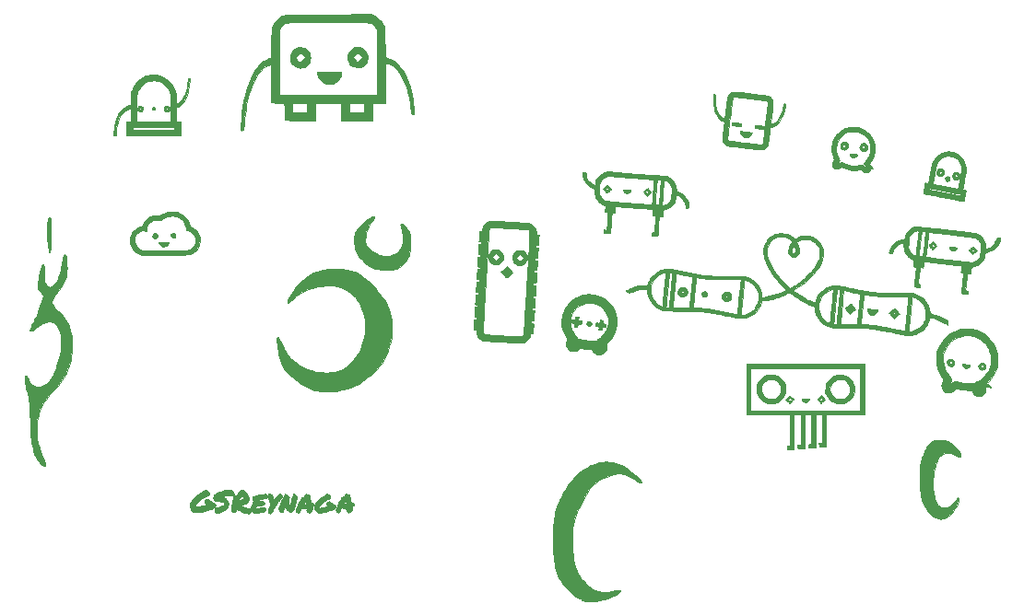
<source format=gtl>
G04 #@! TF.GenerationSoftware,KiCad,Pcbnew,(5.1.9-0-10_14)*
G04 #@! TF.CreationDate,2022-03-06T10:31:41-07:00*
G04 #@! TF.ProjectId,001,3030312e-6b69-4636-9164-5f7063625858,rev?*
G04 #@! TF.SameCoordinates,Original*
G04 #@! TF.FileFunction,Copper,L1,Top*
G04 #@! TF.FilePolarity,Positive*
%FSLAX46Y46*%
G04 Gerber Fmt 4.6, Leading zero omitted, Abs format (unit mm)*
G04 Created by KiCad (PCBNEW (5.1.9-0-10_14)) date 2022-03-06 10:31:41*
%MOMM*%
%LPD*%
G01*
G04 APERTURE LIST*
G04 #@! TA.AperFunction,EtchedComponent*
%ADD10C,0.010000*%
G04 #@! TD*
G04 APERTURE END LIST*
D10*
G36*
X133476104Y-79272507D02*
G01*
X133651239Y-79328854D01*
X133682025Y-79343302D01*
X133856556Y-79450676D01*
X134000983Y-79583305D01*
X134113566Y-79736561D01*
X134192566Y-79905818D01*
X134236243Y-80086449D01*
X134242859Y-80273826D01*
X134210675Y-80463322D01*
X134157776Y-80609050D01*
X134060420Y-80775334D01*
X133932338Y-80912507D01*
X133773509Y-81020586D01*
X133614853Y-81089408D01*
X133516114Y-81117727D01*
X133426332Y-81128243D01*
X133330536Y-81120980D01*
X133213758Y-81095961D01*
X133191250Y-81090079D01*
X133103749Y-81064996D01*
X133020800Y-81038223D01*
X132964388Y-81017161D01*
X132892670Y-80994638D01*
X132821300Y-80983831D01*
X132813785Y-80983667D01*
X132743726Y-80971182D01*
X132679440Y-80930720D01*
X132615754Y-80857771D01*
X132551417Y-80754837D01*
X132453241Y-80548977D01*
X132395928Y-80352861D01*
X132381882Y-80192993D01*
X132915794Y-80192993D01*
X132924356Y-80214795D01*
X132931173Y-80225547D01*
X132959545Y-80263471D01*
X133005828Y-80320074D01*
X133063612Y-80388088D01*
X133126491Y-80460246D01*
X133188056Y-80529282D01*
X133241900Y-80587927D01*
X133281615Y-80628915D01*
X133300792Y-80644979D01*
X133301021Y-80645000D01*
X133319816Y-80630905D01*
X133363066Y-80592048D01*
X133425258Y-80533570D01*
X133500883Y-80460610D01*
X133544041Y-80418306D01*
X133774088Y-80191612D01*
X133609669Y-80025185D01*
X133536649Y-79953794D01*
X133468352Y-79891478D01*
X133413671Y-79846112D01*
X133387042Y-79828002D01*
X133346218Y-79813009D01*
X133304629Y-79814988D01*
X133256524Y-79837227D01*
X133196152Y-79883017D01*
X133117763Y-79955648D01*
X133055599Y-80017620D01*
X132986142Y-80088721D01*
X132942488Y-80136972D01*
X132920439Y-80169391D01*
X132915794Y-80192993D01*
X132381882Y-80192993D01*
X132379448Y-80165298D01*
X132403766Y-79985096D01*
X132468851Y-79811065D01*
X132523139Y-79715789D01*
X132647090Y-79556354D01*
X132791186Y-79429151D01*
X132950781Y-79335671D01*
X133121229Y-79277408D01*
X133297886Y-79255856D01*
X133476104Y-79272507D01*
G37*
X133476104Y-79272507D02*
X133651239Y-79328854D01*
X133682025Y-79343302D01*
X133856556Y-79450676D01*
X134000983Y-79583305D01*
X134113566Y-79736561D01*
X134192566Y-79905818D01*
X134236243Y-80086449D01*
X134242859Y-80273826D01*
X134210675Y-80463322D01*
X134157776Y-80609050D01*
X134060420Y-80775334D01*
X133932338Y-80912507D01*
X133773509Y-81020586D01*
X133614853Y-81089408D01*
X133516114Y-81117727D01*
X133426332Y-81128243D01*
X133330536Y-81120980D01*
X133213758Y-81095961D01*
X133191250Y-81090079D01*
X133103749Y-81064996D01*
X133020800Y-81038223D01*
X132964388Y-81017161D01*
X132892670Y-80994638D01*
X132821300Y-80983831D01*
X132813785Y-80983667D01*
X132743726Y-80971182D01*
X132679440Y-80930720D01*
X132615754Y-80857771D01*
X132551417Y-80754837D01*
X132453241Y-80548977D01*
X132395928Y-80352861D01*
X132381882Y-80192993D01*
X132915794Y-80192993D01*
X132924356Y-80214795D01*
X132931173Y-80225547D01*
X132959545Y-80263471D01*
X133005828Y-80320074D01*
X133063612Y-80388088D01*
X133126491Y-80460246D01*
X133188056Y-80529282D01*
X133241900Y-80587927D01*
X133281615Y-80628915D01*
X133300792Y-80644979D01*
X133301021Y-80645000D01*
X133319816Y-80630905D01*
X133363066Y-80592048D01*
X133425258Y-80533570D01*
X133500883Y-80460610D01*
X133544041Y-80418306D01*
X133774088Y-80191612D01*
X133609669Y-80025185D01*
X133536649Y-79953794D01*
X133468352Y-79891478D01*
X133413671Y-79846112D01*
X133387042Y-79828002D01*
X133346218Y-79813009D01*
X133304629Y-79814988D01*
X133256524Y-79837227D01*
X133196152Y-79883017D01*
X133117763Y-79955648D01*
X133055599Y-80017620D01*
X132986142Y-80088721D01*
X132942488Y-80136972D01*
X132920439Y-80169391D01*
X132915794Y-80192993D01*
X132381882Y-80192993D01*
X132379448Y-80165298D01*
X132403766Y-79985096D01*
X132468851Y-79811065D01*
X132523139Y-79715789D01*
X132647090Y-79556354D01*
X132791186Y-79429151D01*
X132950781Y-79335671D01*
X133121229Y-79277408D01*
X133297886Y-79255856D01*
X133476104Y-79272507D01*
G36*
X128276554Y-79300251D02*
G01*
X128441852Y-79361285D01*
X128592235Y-79452550D01*
X128723840Y-79570055D01*
X128832803Y-79709808D01*
X128915261Y-79867820D01*
X128967353Y-80040099D01*
X128985213Y-80222655D01*
X128971982Y-80375044D01*
X128918730Y-80572105D01*
X128832444Y-80744359D01*
X128715980Y-80889452D01*
X128572196Y-81005031D01*
X128403946Y-81088740D01*
X128214086Y-81138226D01*
X128029989Y-81151584D01*
X127934725Y-81147360D01*
X127843447Y-81137527D01*
X127774203Y-81124104D01*
X127768055Y-81122293D01*
X127631724Y-81062123D01*
X127496040Y-80971217D01*
X127372838Y-80859559D01*
X127273958Y-80737130D01*
X127237115Y-80674560D01*
X127167978Y-80498298D01*
X127131761Y-80310996D01*
X127130691Y-80242417D01*
X127629531Y-80242417D01*
X127718152Y-80357286D01*
X127772342Y-80422867D01*
X127835752Y-80492617D01*
X127900917Y-80559176D01*
X127960372Y-80615181D01*
X128006655Y-80653272D01*
X128031329Y-80666167D01*
X128051433Y-80651913D01*
X128095654Y-80612589D01*
X128158471Y-80553352D01*
X128234363Y-80479361D01*
X128280402Y-80433516D01*
X128512331Y-80200865D01*
X128396457Y-80081892D01*
X128322775Y-80009489D01*
X128242990Y-79936071D01*
X128177457Y-79880086D01*
X128074331Y-79797252D01*
X127997540Y-79853892D01*
X127896873Y-79935916D01*
X127798541Y-80029507D01*
X127716066Y-80121315D01*
X127684634Y-80162904D01*
X127629531Y-80242417D01*
X127130691Y-80242417D01*
X127128814Y-80122205D01*
X127159485Y-79941475D01*
X127205779Y-79814773D01*
X127306315Y-79648551D01*
X127438167Y-79508216D01*
X127596792Y-79397154D01*
X127777649Y-79318751D01*
X127916662Y-79284836D01*
X128100203Y-79273437D01*
X128276554Y-79300251D01*
G37*
X128276554Y-79300251D02*
X128441852Y-79361285D01*
X128592235Y-79452550D01*
X128723840Y-79570055D01*
X128832803Y-79709808D01*
X128915261Y-79867820D01*
X128967353Y-80040099D01*
X128985213Y-80222655D01*
X128971982Y-80375044D01*
X128918730Y-80572105D01*
X128832444Y-80744359D01*
X128715980Y-80889452D01*
X128572196Y-81005031D01*
X128403946Y-81088740D01*
X128214086Y-81138226D01*
X128029989Y-81151584D01*
X127934725Y-81147360D01*
X127843447Y-81137527D01*
X127774203Y-81124104D01*
X127768055Y-81122293D01*
X127631724Y-81062123D01*
X127496040Y-80971217D01*
X127372838Y-80859559D01*
X127273958Y-80737130D01*
X127237115Y-80674560D01*
X127167978Y-80498298D01*
X127131761Y-80310996D01*
X127130691Y-80242417D01*
X127629531Y-80242417D01*
X127718152Y-80357286D01*
X127772342Y-80422867D01*
X127835752Y-80492617D01*
X127900917Y-80559176D01*
X127960372Y-80615181D01*
X128006655Y-80653272D01*
X128031329Y-80666167D01*
X128051433Y-80651913D01*
X128095654Y-80612589D01*
X128158471Y-80553352D01*
X128234363Y-80479361D01*
X128280402Y-80433516D01*
X128512331Y-80200865D01*
X128396457Y-80081892D01*
X128322775Y-80009489D01*
X128242990Y-79936071D01*
X128177457Y-79880086D01*
X128074331Y-79797252D01*
X127997540Y-79853892D01*
X127896873Y-79935916D01*
X127798541Y-80029507D01*
X127716066Y-80121315D01*
X127684634Y-80162904D01*
X127629531Y-80242417D01*
X127130691Y-80242417D01*
X127128814Y-80122205D01*
X127159485Y-79941475D01*
X127205779Y-79814773D01*
X127306315Y-79648551D01*
X127438167Y-79508216D01*
X127596792Y-79397154D01*
X127777649Y-79318751D01*
X127916662Y-79284836D01*
X128100203Y-79273437D01*
X128276554Y-79300251D01*
G36*
X131842940Y-81679810D02*
G01*
X131827716Y-81804526D01*
X131794489Y-81919237D01*
X131738807Y-82034142D01*
X131656220Y-82159444D01*
X131602894Y-82229885D01*
X131474051Y-82372226D01*
X131329692Y-82493116D01*
X131180048Y-82584542D01*
X131111478Y-82614796D01*
X130999086Y-82645523D01*
X130861668Y-82664779D01*
X130715140Y-82671836D01*
X130575422Y-82665972D01*
X130458433Y-82646460D01*
X130452382Y-82644811D01*
X130286226Y-82581843D01*
X130134048Y-82487961D01*
X129993057Y-82364084D01*
X129839420Y-82191086D01*
X129727398Y-82022358D01*
X129656574Y-81857104D01*
X129626534Y-81694529D01*
X129625358Y-81659146D01*
X129624667Y-81540875D01*
X130434292Y-81526884D01*
X130630816Y-81523632D01*
X130827255Y-81520645D01*
X131016424Y-81518015D01*
X131191139Y-81515832D01*
X131344216Y-81514186D01*
X131468473Y-81513168D01*
X131548261Y-81512864D01*
X131852606Y-81512834D01*
X131842940Y-81679810D01*
G37*
X131842940Y-81679810D02*
X131827716Y-81804526D01*
X131794489Y-81919237D01*
X131738807Y-82034142D01*
X131656220Y-82159444D01*
X131602894Y-82229885D01*
X131474051Y-82372226D01*
X131329692Y-82493116D01*
X131180048Y-82584542D01*
X131111478Y-82614796D01*
X130999086Y-82645523D01*
X130861668Y-82664779D01*
X130715140Y-82671836D01*
X130575422Y-82665972D01*
X130458433Y-82646460D01*
X130452382Y-82644811D01*
X130286226Y-82581843D01*
X130134048Y-82487961D01*
X129993057Y-82364084D01*
X129839420Y-82191086D01*
X129727398Y-82022358D01*
X129656574Y-81857104D01*
X129626534Y-81694529D01*
X129625358Y-81659146D01*
X129624667Y-81540875D01*
X130434292Y-81526884D01*
X130630816Y-81523632D01*
X130827255Y-81520645D01*
X131016424Y-81518015D01*
X131191139Y-81515832D01*
X131344216Y-81514186D01*
X131468473Y-81513168D01*
X131548261Y-81512864D01*
X131852606Y-81512834D01*
X131842940Y-81679810D01*
G36*
X114669461Y-84799634D02*
G01*
X114711138Y-84862753D01*
X114711208Y-84862951D01*
X114714961Y-84925079D01*
X114688322Y-84980361D01*
X114641280Y-85022201D01*
X114583826Y-85044000D01*
X114525951Y-85039162D01*
X114486037Y-85011652D01*
X114449790Y-84946079D01*
X114446331Y-84876959D01*
X114473359Y-84816564D01*
X114528578Y-84777165D01*
X114530063Y-84776638D01*
X114605914Y-84769409D01*
X114669461Y-84799634D01*
G37*
X114669461Y-84799634D02*
X114711138Y-84862753D01*
X114711208Y-84862951D01*
X114714961Y-84925079D01*
X114688322Y-84980361D01*
X114641280Y-85022201D01*
X114583826Y-85044000D01*
X114525951Y-85039162D01*
X114486037Y-85011652D01*
X114449790Y-84946079D01*
X114446331Y-84876959D01*
X114473359Y-84816564D01*
X114528578Y-84777165D01*
X114530063Y-84776638D01*
X114605914Y-84769409D01*
X114669461Y-84799634D01*
G36*
X115915671Y-84655789D02*
G01*
X115986380Y-84707339D01*
X116039294Y-84777818D01*
X116068811Y-84861439D01*
X116069326Y-84952414D01*
X116035236Y-85044956D01*
X116026695Y-85058762D01*
X115952965Y-85137287D01*
X115862497Y-85178477D01*
X115761460Y-85180598D01*
X115682529Y-85155539D01*
X115596207Y-85095115D01*
X115544461Y-85010438D01*
X115528254Y-84907586D01*
X115675660Y-84907586D01*
X115790492Y-85027444D01*
X115918362Y-84899574D01*
X115803702Y-84784914D01*
X115675660Y-84907586D01*
X115528254Y-84907586D01*
X115527979Y-84905843D01*
X115543959Y-84802799D01*
X115593958Y-84721652D01*
X115652814Y-84672594D01*
X115743284Y-84632629D01*
X115832771Y-84628956D01*
X115915671Y-84655789D01*
G37*
X115915671Y-84655789D02*
X115986380Y-84707339D01*
X116039294Y-84777818D01*
X116068811Y-84861439D01*
X116069326Y-84952414D01*
X116035236Y-85044956D01*
X116026695Y-85058762D01*
X115952965Y-85137287D01*
X115862497Y-85178477D01*
X115761460Y-85180598D01*
X115682529Y-85155539D01*
X115596207Y-85095115D01*
X115544461Y-85010438D01*
X115528254Y-84907586D01*
X115675660Y-84907586D01*
X115790492Y-85027444D01*
X115918362Y-84899574D01*
X115803702Y-84784914D01*
X115675660Y-84907586D01*
X115528254Y-84907586D01*
X115527979Y-84905843D01*
X115543959Y-84802799D01*
X115593958Y-84721652D01*
X115652814Y-84672594D01*
X115743284Y-84632629D01*
X115832771Y-84628956D01*
X115915671Y-84655789D01*
G36*
X113396796Y-84630055D02*
G01*
X113479246Y-84656577D01*
X113549553Y-84707993D01*
X113599805Y-84782852D01*
X113622087Y-84879701D01*
X113622527Y-84897063D01*
X113604708Y-85003584D01*
X113556098Y-85090445D01*
X113483479Y-85152224D01*
X113393631Y-85183498D01*
X113293336Y-85178847D01*
X113275942Y-85174156D01*
X113185031Y-85126549D01*
X113120868Y-85051840D01*
X113087420Y-84958608D01*
X113088029Y-84907586D01*
X113241494Y-84907586D01*
X113298457Y-84967043D01*
X113335895Y-85004876D01*
X113358450Y-85025324D01*
X113360602Y-85026500D01*
X113374893Y-85011122D01*
X113403783Y-84973022D01*
X113411970Y-84961639D01*
X113458155Y-84896777D01*
X113360867Y-84793219D01*
X113301180Y-84850403D01*
X113241494Y-84907586D01*
X113088029Y-84907586D01*
X113088653Y-84855433D01*
X113103844Y-84801930D01*
X113155727Y-84714364D01*
X113227123Y-84657496D01*
X113310117Y-84629877D01*
X113396796Y-84630055D01*
G37*
X113396796Y-84630055D02*
X113479246Y-84656577D01*
X113549553Y-84707993D01*
X113599805Y-84782852D01*
X113622087Y-84879701D01*
X113622527Y-84897063D01*
X113604708Y-85003584D01*
X113556098Y-85090445D01*
X113483479Y-85152224D01*
X113393631Y-85183498D01*
X113293336Y-85178847D01*
X113275942Y-85174156D01*
X113185031Y-85126549D01*
X113120868Y-85051840D01*
X113087420Y-84958608D01*
X113088029Y-84907586D01*
X113241494Y-84907586D01*
X113298457Y-84967043D01*
X113335895Y-85004876D01*
X113358450Y-85025324D01*
X113360602Y-85026500D01*
X113374893Y-85011122D01*
X113403783Y-84973022D01*
X113411970Y-84961639D01*
X113458155Y-84896777D01*
X113360867Y-84793219D01*
X113301180Y-84850403D01*
X113241494Y-84907586D01*
X113088029Y-84907586D01*
X113088653Y-84855433D01*
X113103844Y-84801930D01*
X113155727Y-84714364D01*
X113227123Y-84657496D01*
X113310117Y-84629877D01*
X113396796Y-84630055D01*
G36*
X167802309Y-86168097D02*
G01*
X167885607Y-86175528D01*
X167987081Y-86185867D01*
X168098804Y-86198194D01*
X168212851Y-86211590D01*
X168321296Y-86225138D01*
X168416213Y-86237918D01*
X168489677Y-86249011D01*
X168533762Y-86257500D01*
X168542644Y-86260756D01*
X168544593Y-86284104D01*
X168542072Y-86337302D01*
X168536608Y-86398846D01*
X168522970Y-86529334D01*
X168436027Y-86526675D01*
X168384790Y-86523050D01*
X168301298Y-86514825D01*
X168195249Y-86503051D01*
X168076341Y-86488781D01*
X168015032Y-86481029D01*
X167680981Y-86438042D01*
X167694809Y-86309063D01*
X167704150Y-86238641D01*
X167714429Y-86186168D01*
X167721943Y-86165630D01*
X167745113Y-86164491D01*
X167802309Y-86168097D01*
G37*
X167802309Y-86168097D02*
X167885607Y-86175528D01*
X167987081Y-86185867D01*
X168098804Y-86198194D01*
X168212851Y-86211590D01*
X168321296Y-86225138D01*
X168416213Y-86237918D01*
X168489677Y-86249011D01*
X168533762Y-86257500D01*
X168542644Y-86260756D01*
X168544593Y-86284104D01*
X168542072Y-86337302D01*
X168536608Y-86398846D01*
X168522970Y-86529334D01*
X168436027Y-86526675D01*
X168384790Y-86523050D01*
X168301298Y-86514825D01*
X168195249Y-86503051D01*
X168076341Y-86488781D01*
X168015032Y-86481029D01*
X167680981Y-86438042D01*
X167694809Y-86309063D01*
X167704150Y-86238641D01*
X167714429Y-86186168D01*
X167721943Y-86165630D01*
X167745113Y-86164491D01*
X167802309Y-86168097D01*
G36*
X169912063Y-86425587D02*
G01*
X169978181Y-86432435D01*
X170071312Y-86442893D01*
X170183963Y-86456123D01*
X170291402Y-86469161D01*
X170667387Y-86515443D01*
X170657519Y-86580597D01*
X170647149Y-86648115D01*
X170635600Y-86722068D01*
X170635117Y-86725125D01*
X170621130Y-86775401D01*
X170602057Y-86801116D01*
X170597083Y-86802053D01*
X170568588Y-86798611D01*
X170505486Y-86790594D01*
X170415142Y-86778950D01*
X170304922Y-86764628D01*
X170205416Y-86751622D01*
X170085622Y-86735364D01*
X169980897Y-86720090D01*
X169898266Y-86706909D01*
X169844757Y-86696934D01*
X169827479Y-86691868D01*
X169823525Y-86666206D01*
X169825127Y-86611391D01*
X169830599Y-86551799D01*
X169842053Y-86477104D01*
X169856489Y-86436914D01*
X169876942Y-86423398D01*
X169880453Y-86423189D01*
X169912063Y-86425587D01*
G37*
X169912063Y-86425587D02*
X169978181Y-86432435D01*
X170071312Y-86442893D01*
X170183963Y-86456123D01*
X170291402Y-86469161D01*
X170667387Y-86515443D01*
X170657519Y-86580597D01*
X170647149Y-86648115D01*
X170635600Y-86722068D01*
X170635117Y-86725125D01*
X170621130Y-86775401D01*
X170602057Y-86801116D01*
X170597083Y-86802053D01*
X170568588Y-86798611D01*
X170505486Y-86790594D01*
X170415142Y-86778950D01*
X170304922Y-86764628D01*
X170205416Y-86751622D01*
X170085622Y-86735364D01*
X169980897Y-86720090D01*
X169898266Y-86706909D01*
X169844757Y-86696934D01*
X169827479Y-86691868D01*
X169823525Y-86666206D01*
X169825127Y-86611391D01*
X169830599Y-86551799D01*
X169842053Y-86477104D01*
X169856489Y-86436914D01*
X169876942Y-86423398D01*
X169880453Y-86423189D01*
X169912063Y-86425587D01*
G36*
X168550800Y-86976384D02*
G01*
X168616615Y-86983410D01*
X168709052Y-86993970D01*
X168820430Y-87007125D01*
X168943065Y-87021935D01*
X169069278Y-87037458D01*
X169191386Y-87052755D01*
X169301707Y-87066886D01*
X169392560Y-87078910D01*
X169456262Y-87087888D01*
X169474080Y-87090693D01*
X169521792Y-87105955D01*
X169534389Y-87132567D01*
X169533564Y-87138435D01*
X169523792Y-87186547D01*
X169513808Y-87234376D01*
X169485099Y-87297747D01*
X169428897Y-87370839D01*
X169355104Y-87443535D01*
X169273622Y-87505714D01*
X169216917Y-87537751D01*
X169081674Y-87579271D01*
X168942767Y-87581826D01*
X168844068Y-87558465D01*
X168716634Y-87491725D01*
X168612157Y-87394428D01*
X168536411Y-87274103D01*
X168495172Y-87138276D01*
X168490545Y-87097787D01*
X168487068Y-87027854D01*
X168491043Y-86990343D01*
X168504693Y-86975669D01*
X168519289Y-86973834D01*
X168550800Y-86976384D01*
G37*
X168550800Y-86976384D02*
X168616615Y-86983410D01*
X168709052Y-86993970D01*
X168820430Y-87007125D01*
X168943065Y-87021935D01*
X169069278Y-87037458D01*
X169191386Y-87052755D01*
X169301707Y-87066886D01*
X169392560Y-87078910D01*
X169456262Y-87087888D01*
X169474080Y-87090693D01*
X169521792Y-87105955D01*
X169534389Y-87132567D01*
X169533564Y-87138435D01*
X169523792Y-87186547D01*
X169513808Y-87234376D01*
X169485099Y-87297747D01*
X169428897Y-87370839D01*
X169355104Y-87443535D01*
X169273622Y-87505714D01*
X169216917Y-87537751D01*
X169081674Y-87579271D01*
X168942767Y-87581826D01*
X168844068Y-87558465D01*
X168716634Y-87491725D01*
X168612157Y-87394428D01*
X168536411Y-87274103D01*
X168495172Y-87138276D01*
X168490545Y-87097787D01*
X168487068Y-87027854D01*
X168491043Y-86990343D01*
X168504693Y-86975669D01*
X168519289Y-86973834D01*
X168550800Y-86976384D01*
G36*
X178182029Y-88001104D02*
G01*
X178270862Y-88059497D01*
X178339822Y-88143460D01*
X178382139Y-88250177D01*
X178392319Y-88341245D01*
X178373896Y-88458484D01*
X178317281Y-88558400D01*
X178224991Y-88640205D01*
X178140948Y-88675817D01*
X178037320Y-88690107D01*
X177931241Y-88682819D01*
X177839846Y-88653701D01*
X177826265Y-88646115D01*
X177742551Y-88571272D01*
X177684321Y-88468145D01*
X177660858Y-88378402D01*
X177661663Y-88314871D01*
X177863501Y-88314871D01*
X177876780Y-88345489D01*
X177909561Y-88391418D01*
X177951259Y-88440321D01*
X177991290Y-88479864D01*
X178019068Y-88497712D01*
X178020502Y-88497834D01*
X178050625Y-88484846D01*
X178098521Y-88451658D01*
X178129849Y-88426044D01*
X178212750Y-88354254D01*
X178145433Y-88262002D01*
X178102424Y-88210812D01*
X178064299Y-88178465D01*
X178047188Y-88172307D01*
X178013176Y-88186214D01*
X177964935Y-88217532D01*
X177915341Y-88256267D01*
X177877274Y-88292425D01*
X177863501Y-88314871D01*
X177661663Y-88314871D01*
X177662372Y-88258935D01*
X177704229Y-88152109D01*
X177763357Y-88079564D01*
X177863987Y-88007511D01*
X177971822Y-87972295D01*
X178080093Y-87971098D01*
X178182029Y-88001104D01*
G37*
X178182029Y-88001104D02*
X178270862Y-88059497D01*
X178339822Y-88143460D01*
X178382139Y-88250177D01*
X178392319Y-88341245D01*
X178373896Y-88458484D01*
X178317281Y-88558400D01*
X178224991Y-88640205D01*
X178140948Y-88675817D01*
X178037320Y-88690107D01*
X177931241Y-88682819D01*
X177839846Y-88653701D01*
X177826265Y-88646115D01*
X177742551Y-88571272D01*
X177684321Y-88468145D01*
X177660858Y-88378402D01*
X177661663Y-88314871D01*
X177863501Y-88314871D01*
X177876780Y-88345489D01*
X177909561Y-88391418D01*
X177951259Y-88440321D01*
X177991290Y-88479864D01*
X178019068Y-88497712D01*
X178020502Y-88497834D01*
X178050625Y-88484846D01*
X178098521Y-88451658D01*
X178129849Y-88426044D01*
X178212750Y-88354254D01*
X178145433Y-88262002D01*
X178102424Y-88210812D01*
X178064299Y-88178465D01*
X178047188Y-88172307D01*
X178013176Y-88186214D01*
X177964935Y-88217532D01*
X177915341Y-88256267D01*
X177877274Y-88292425D01*
X177863501Y-88314871D01*
X177661663Y-88314871D01*
X177662372Y-88258935D01*
X177704229Y-88152109D01*
X177763357Y-88079564D01*
X177863987Y-88007511D01*
X177971822Y-87972295D01*
X178080093Y-87971098D01*
X178182029Y-88001104D01*
G36*
X179897937Y-88092433D02*
G01*
X179993324Y-88136635D01*
X180073932Y-88205377D01*
X180133312Y-88294575D01*
X180165014Y-88400145D01*
X180163510Y-88512567D01*
X180125965Y-88629967D01*
X180058409Y-88719947D01*
X179965034Y-88780035D01*
X179850032Y-88807756D01*
X179717595Y-88800635D01*
X179686433Y-88794123D01*
X179583301Y-88750835D01*
X179505871Y-88680546D01*
X179455285Y-88590738D01*
X179432688Y-88488894D01*
X179435921Y-88436268D01*
X179633710Y-88436268D01*
X179649181Y-88466122D01*
X179653905Y-88473595D01*
X179695458Y-88532103D01*
X179731990Y-88576498D01*
X179753523Y-88599320D01*
X179772380Y-88609512D01*
X179796577Y-88604135D01*
X179834128Y-88580253D01*
X179893047Y-88534928D01*
X179934181Y-88502392D01*
X179983445Y-88463429D01*
X179905426Y-88369506D01*
X179861936Y-88317318D01*
X179830390Y-88279776D01*
X179819658Y-88267302D01*
X179800656Y-88275099D01*
X179759210Y-88303754D01*
X179715141Y-88338313D01*
X179661768Y-88383238D01*
X179636265Y-88412265D01*
X179633710Y-88436268D01*
X179435921Y-88436268D01*
X179439225Y-88382496D01*
X179476040Y-88279026D01*
X179544277Y-88185966D01*
X179587596Y-88147902D01*
X179688624Y-88093983D01*
X179794221Y-88076854D01*
X179897937Y-88092433D01*
G37*
X179897937Y-88092433D02*
X179993324Y-88136635D01*
X180073932Y-88205377D01*
X180133312Y-88294575D01*
X180165014Y-88400145D01*
X180163510Y-88512567D01*
X180125965Y-88629967D01*
X180058409Y-88719947D01*
X179965034Y-88780035D01*
X179850032Y-88807756D01*
X179717595Y-88800635D01*
X179686433Y-88794123D01*
X179583301Y-88750835D01*
X179505871Y-88680546D01*
X179455285Y-88590738D01*
X179432688Y-88488894D01*
X179435921Y-88436268D01*
X179633710Y-88436268D01*
X179649181Y-88466122D01*
X179653905Y-88473595D01*
X179695458Y-88532103D01*
X179731990Y-88576498D01*
X179753523Y-88599320D01*
X179772380Y-88609512D01*
X179796577Y-88604135D01*
X179834128Y-88580253D01*
X179893047Y-88534928D01*
X179934181Y-88502392D01*
X179983445Y-88463429D01*
X179905426Y-88369506D01*
X179861936Y-88317318D01*
X179830390Y-88279776D01*
X179819658Y-88267302D01*
X179800656Y-88275099D01*
X179759210Y-88303754D01*
X179715141Y-88338313D01*
X179661768Y-88383238D01*
X179636265Y-88412265D01*
X179633710Y-88436268D01*
X179435921Y-88436268D01*
X179439225Y-88382496D01*
X179476040Y-88279026D01*
X179544277Y-88185966D01*
X179587596Y-88147902D01*
X179688624Y-88093983D01*
X179794221Y-88076854D01*
X179897937Y-88092433D01*
G36*
X178602390Y-89034929D02*
G01*
X178620209Y-89037271D01*
X178673598Y-89044419D01*
X178756667Y-89055431D01*
X178857120Y-89068681D01*
X178941908Y-89079821D01*
X179039820Y-89094168D01*
X179122637Y-89109120D01*
X179181080Y-89122817D01*
X179205221Y-89132588D01*
X179213049Y-89167429D01*
X179194937Y-89219056D01*
X179157164Y-89276790D01*
X179106007Y-89329955D01*
X179076001Y-89352378D01*
X178964478Y-89405385D01*
X178855165Y-89417527D01*
X178802553Y-89409210D01*
X178699528Y-89365014D01*
X178616682Y-89291830D01*
X178561343Y-89198528D01*
X178540838Y-89093980D01*
X178540834Y-89092343D01*
X178543553Y-89049796D01*
X178559952Y-89033517D01*
X178602390Y-89034929D01*
G37*
X178602390Y-89034929D02*
X178620209Y-89037271D01*
X178673598Y-89044419D01*
X178756667Y-89055431D01*
X178857120Y-89068681D01*
X178941908Y-89079821D01*
X179039820Y-89094168D01*
X179122637Y-89109120D01*
X179181080Y-89122817D01*
X179205221Y-89132588D01*
X179213049Y-89167429D01*
X179194937Y-89219056D01*
X179157164Y-89276790D01*
X179106007Y-89329955D01*
X179076001Y-89352378D01*
X178964478Y-89405385D01*
X178855165Y-89417527D01*
X178802553Y-89409210D01*
X178699528Y-89365014D01*
X178616682Y-89291830D01*
X178561343Y-89198528D01*
X178540838Y-89093980D01*
X178540834Y-89092343D01*
X178543553Y-89049796D01*
X178559952Y-89033517D01*
X178602390Y-89034929D01*
G36*
X186925605Y-90410664D02*
G01*
X186934680Y-90412257D01*
X187012109Y-90443420D01*
X187091191Y-90501658D01*
X187158153Y-90574621D01*
X187198985Y-90649234D01*
X187215914Y-90759170D01*
X187197554Y-90863638D01*
X187149934Y-90957169D01*
X187079084Y-91034295D01*
X186991033Y-91089548D01*
X186891810Y-91117461D01*
X186787445Y-91112565D01*
X186715880Y-91087344D01*
X186652871Y-91046061D01*
X186596302Y-90993463D01*
X186594728Y-90991614D01*
X186534647Y-90891939D01*
X186511284Y-90786814D01*
X186515064Y-90745373D01*
X186728966Y-90745373D01*
X186746626Y-90788455D01*
X186765479Y-90820875D01*
X186799637Y-90872798D01*
X186826857Y-90905297D01*
X186835840Y-90910834D01*
X186860066Y-90897971D01*
X186903389Y-90865214D01*
X186930806Y-90842042D01*
X187009332Y-90773250D01*
X186954662Y-90693765D01*
X186919586Y-90645902D01*
X186894349Y-90627620D01*
X186865629Y-90633065D01*
X186842621Y-90644527D01*
X186772579Y-90683431D01*
X186736155Y-90713706D01*
X186728966Y-90745373D01*
X186515064Y-90745373D01*
X186520771Y-90682828D01*
X186559241Y-90586573D01*
X186622826Y-90504638D01*
X186707660Y-90443614D01*
X186809876Y-90410093D01*
X186925605Y-90410664D01*
G37*
X186925605Y-90410664D02*
X186934680Y-90412257D01*
X187012109Y-90443420D01*
X187091191Y-90501658D01*
X187158153Y-90574621D01*
X187198985Y-90649234D01*
X187215914Y-90759170D01*
X187197554Y-90863638D01*
X187149934Y-90957169D01*
X187079084Y-91034295D01*
X186991033Y-91089548D01*
X186891810Y-91117461D01*
X186787445Y-91112565D01*
X186715880Y-91087344D01*
X186652871Y-91046061D01*
X186596302Y-90993463D01*
X186594728Y-90991614D01*
X186534647Y-90891939D01*
X186511284Y-90786814D01*
X186515064Y-90745373D01*
X186728966Y-90745373D01*
X186746626Y-90788455D01*
X186765479Y-90820875D01*
X186799637Y-90872798D01*
X186826857Y-90905297D01*
X186835840Y-90910834D01*
X186860066Y-90897971D01*
X186903389Y-90865214D01*
X186930806Y-90842042D01*
X187009332Y-90773250D01*
X186954662Y-90693765D01*
X186919586Y-90645902D01*
X186894349Y-90627620D01*
X186865629Y-90633065D01*
X186842621Y-90644527D01*
X186772579Y-90683431D01*
X186736155Y-90713706D01*
X186728966Y-90745373D01*
X186515064Y-90745373D01*
X186520771Y-90682828D01*
X186559241Y-90586573D01*
X186622826Y-90504638D01*
X186707660Y-90443614D01*
X186809876Y-90410093D01*
X186925605Y-90410664D01*
G36*
X188418906Y-90752993D02*
G01*
X188516072Y-90804293D01*
X188591156Y-90890927D01*
X188627978Y-90963424D01*
X188653211Y-91071456D01*
X188641905Y-91174638D01*
X188599851Y-91267820D01*
X188532843Y-91345849D01*
X188446672Y-91403574D01*
X188347131Y-91435843D01*
X188240013Y-91437504D01*
X188132492Y-91404091D01*
X188056815Y-91346737D01*
X187993568Y-91261976D01*
X187952796Y-91164670D01*
X187945237Y-91127130D01*
X187947973Y-91068707D01*
X188159774Y-91068707D01*
X188162246Y-91095271D01*
X188188306Y-91136094D01*
X188201630Y-91153789D01*
X188238869Y-91198931D01*
X188266152Y-91225421D01*
X188272148Y-91228334D01*
X188296264Y-91217264D01*
X188341573Y-91189252D01*
X188366321Y-91172538D01*
X188414009Y-91137895D01*
X188442884Y-91113840D01*
X188446834Y-91108584D01*
X188436198Y-91087725D01*
X188409183Y-91043967D01*
X188391325Y-91016547D01*
X188335817Y-90932669D01*
X188273489Y-90969376D01*
X188219394Y-91006295D01*
X188177967Y-91042664D01*
X188159774Y-91068707D01*
X187947973Y-91068707D01*
X187950367Y-91017612D01*
X187990922Y-90916139D01*
X188059996Y-90830417D01*
X188150680Y-90768155D01*
X188256068Y-90737058D01*
X188296694Y-90734982D01*
X188418906Y-90752993D01*
G37*
X188418906Y-90752993D02*
X188516072Y-90804293D01*
X188591156Y-90890927D01*
X188627978Y-90963424D01*
X188653211Y-91071456D01*
X188641905Y-91174638D01*
X188599851Y-91267820D01*
X188532843Y-91345849D01*
X188446672Y-91403574D01*
X188347131Y-91435843D01*
X188240013Y-91437504D01*
X188132492Y-91404091D01*
X188056815Y-91346737D01*
X187993568Y-91261976D01*
X187952796Y-91164670D01*
X187945237Y-91127130D01*
X187947973Y-91068707D01*
X188159774Y-91068707D01*
X188162246Y-91095271D01*
X188188306Y-91136094D01*
X188201630Y-91153789D01*
X188238869Y-91198931D01*
X188266152Y-91225421D01*
X188272148Y-91228334D01*
X188296264Y-91217264D01*
X188341573Y-91189252D01*
X188366321Y-91172538D01*
X188414009Y-91137895D01*
X188442884Y-91113840D01*
X188446834Y-91108584D01*
X188436198Y-91087725D01*
X188409183Y-91043967D01*
X188391325Y-91016547D01*
X188335817Y-90932669D01*
X188273489Y-90969376D01*
X188219394Y-91006295D01*
X188177967Y-91042664D01*
X188159774Y-91068707D01*
X187947973Y-91068707D01*
X187950367Y-91017612D01*
X187990922Y-90916139D01*
X188059996Y-90830417D01*
X188150680Y-90768155D01*
X188256068Y-90737058D01*
X188296694Y-90734982D01*
X188418906Y-90752993D01*
G36*
X187588678Y-91145560D02*
G01*
X187638824Y-91175377D01*
X187667552Y-91204614D01*
X187720523Y-91289720D01*
X187732448Y-91377169D01*
X187703363Y-91461956D01*
X187665373Y-91510361D01*
X187590452Y-91563002D01*
X187506817Y-91584008D01*
X187426530Y-91571729D01*
X187386074Y-91548566D01*
X187318625Y-91472389D01*
X187290680Y-91383241D01*
X187300961Y-91293074D01*
X187345370Y-91209954D01*
X187417949Y-91157527D01*
X187515578Y-91137975D01*
X187523046Y-91137894D01*
X187588678Y-91145560D01*
G37*
X187588678Y-91145560D02*
X187638824Y-91175377D01*
X187667552Y-91204614D01*
X187720523Y-91289720D01*
X187732448Y-91377169D01*
X187703363Y-91461956D01*
X187665373Y-91510361D01*
X187590452Y-91563002D01*
X187506817Y-91584008D01*
X187426530Y-91571729D01*
X187386074Y-91548566D01*
X187318625Y-91472389D01*
X187290680Y-91383241D01*
X187300961Y-91293074D01*
X187345370Y-91209954D01*
X187417949Y-91157527D01*
X187515578Y-91137975D01*
X187523046Y-91137894D01*
X187588678Y-91145560D01*
G36*
X156287182Y-91964996D02*
G01*
X156327003Y-92006017D01*
X156379491Y-92064259D01*
X156437871Y-92131746D01*
X156495371Y-92200504D01*
X156545216Y-92262558D01*
X156580634Y-92309932D01*
X156594850Y-92334653D01*
X156594867Y-92335425D01*
X156578174Y-92357386D01*
X156536040Y-92397952D01*
X156476816Y-92450225D01*
X156408850Y-92507310D01*
X156340492Y-92562308D01*
X156280092Y-92608323D01*
X156235999Y-92638457D01*
X156218286Y-92646500D01*
X156193785Y-92631603D01*
X156148846Y-92591433D01*
X156090685Y-92532768D01*
X156047450Y-92485978D01*
X155985220Y-92415899D01*
X155933391Y-92355885D01*
X155898783Y-92313925D01*
X155889577Y-92301236D01*
X156083000Y-92301236D01*
X156097084Y-92325818D01*
X156131379Y-92365686D01*
X156173948Y-92408736D01*
X156212854Y-92442865D01*
X156235630Y-92456000D01*
X156260114Y-92442803D01*
X156303009Y-92409217D01*
X156329520Y-92385834D01*
X156406085Y-92315667D01*
X156337600Y-92237667D01*
X156293047Y-92192270D01*
X156256696Y-92164464D01*
X156244849Y-92160287D01*
X156216086Y-92173873D01*
X156172644Y-92206245D01*
X156127457Y-92246140D01*
X156093458Y-92282295D01*
X156083000Y-92301236D01*
X155889577Y-92301236D01*
X155888716Y-92300050D01*
X155898731Y-92278740D01*
X155934006Y-92237314D01*
X155987161Y-92182617D01*
X156050821Y-92121497D01*
X156117608Y-92060799D01*
X156180143Y-92007371D01*
X156231051Y-91968059D01*
X156262954Y-91949708D01*
X156266800Y-91949171D01*
X156287182Y-91964996D01*
G37*
X156287182Y-91964996D02*
X156327003Y-92006017D01*
X156379491Y-92064259D01*
X156437871Y-92131746D01*
X156495371Y-92200504D01*
X156545216Y-92262558D01*
X156580634Y-92309932D01*
X156594850Y-92334653D01*
X156594867Y-92335425D01*
X156578174Y-92357386D01*
X156536040Y-92397952D01*
X156476816Y-92450225D01*
X156408850Y-92507310D01*
X156340492Y-92562308D01*
X156280092Y-92608323D01*
X156235999Y-92638457D01*
X156218286Y-92646500D01*
X156193785Y-92631603D01*
X156148846Y-92591433D01*
X156090685Y-92532768D01*
X156047450Y-92485978D01*
X155985220Y-92415899D01*
X155933391Y-92355885D01*
X155898783Y-92313925D01*
X155889577Y-92301236D01*
X156083000Y-92301236D01*
X156097084Y-92325818D01*
X156131379Y-92365686D01*
X156173948Y-92408736D01*
X156212854Y-92442865D01*
X156235630Y-92456000D01*
X156260114Y-92442803D01*
X156303009Y-92409217D01*
X156329520Y-92385834D01*
X156406085Y-92315667D01*
X156337600Y-92237667D01*
X156293047Y-92192270D01*
X156256696Y-92164464D01*
X156244849Y-92160287D01*
X156216086Y-92173873D01*
X156172644Y-92206245D01*
X156127457Y-92246140D01*
X156093458Y-92282295D01*
X156083000Y-92301236D01*
X155889577Y-92301236D01*
X155888716Y-92300050D01*
X155898731Y-92278740D01*
X155934006Y-92237314D01*
X155987161Y-92182617D01*
X156050821Y-92121497D01*
X156117608Y-92060799D01*
X156180143Y-92007371D01*
X156231051Y-91968059D01*
X156262954Y-91949708D01*
X156266800Y-91949171D01*
X156287182Y-91964996D01*
G36*
X158038857Y-92357209D02*
G01*
X158190259Y-92366288D01*
X158302228Y-92378313D01*
X158377653Y-92395229D01*
X158419422Y-92418977D01*
X158430423Y-92451501D01*
X158413545Y-92494744D01*
X158371677Y-92550650D01*
X158354968Y-92569851D01*
X158265294Y-92653445D01*
X158175357Y-92698006D01*
X158076636Y-92706026D01*
X157968821Y-92682663D01*
X157908251Y-92652723D01*
X157844130Y-92605738D01*
X157825946Y-92588868D01*
X157778857Y-92533130D01*
X157758475Y-92479235D01*
X157755167Y-92430846D01*
X157755167Y-92343604D01*
X158038857Y-92357209D01*
G37*
X158038857Y-92357209D02*
X158190259Y-92366288D01*
X158302228Y-92378313D01*
X158377653Y-92395229D01*
X158419422Y-92418977D01*
X158430423Y-92451501D01*
X158413545Y-92494744D01*
X158371677Y-92550650D01*
X158354968Y-92569851D01*
X158265294Y-92653445D01*
X158175357Y-92698006D01*
X158076636Y-92706026D01*
X157968821Y-92682663D01*
X157908251Y-92652723D01*
X157844130Y-92605738D01*
X157825946Y-92588868D01*
X157778857Y-92533130D01*
X157758475Y-92479235D01*
X157755167Y-92430846D01*
X157755167Y-92343604D01*
X158038857Y-92357209D01*
G36*
X159997332Y-92250267D02*
G01*
X160029662Y-92281813D01*
X160044762Y-92298978D01*
X160099315Y-92361539D01*
X160164298Y-92435728D01*
X160205209Y-92482269D01*
X160251689Y-92537618D01*
X160284184Y-92581223D01*
X160295167Y-92602169D01*
X160279811Y-92622184D01*
X160239120Y-92661437D01*
X160181158Y-92713154D01*
X160113991Y-92770563D01*
X160045683Y-92826892D01*
X159984299Y-92875366D01*
X159937903Y-92909214D01*
X159914731Y-92921667D01*
X159893246Y-92906993D01*
X159851073Y-92867686D01*
X159795577Y-92810813D01*
X159765859Y-92778792D01*
X159686834Y-92691383D01*
X159635351Y-92627371D01*
X159610742Y-92578587D01*
X159611161Y-92567636D01*
X159763075Y-92567636D01*
X159842917Y-92649402D01*
X159889249Y-92694703D01*
X159923294Y-92724044D01*
X159934338Y-92730372D01*
X159955686Y-92717285D01*
X159997646Y-92684671D01*
X160028490Y-92658898D01*
X160111064Y-92588219D01*
X160028479Y-92499684D01*
X159945895Y-92411149D01*
X159854485Y-92489393D01*
X159763075Y-92567636D01*
X159611161Y-92567636D01*
X159612339Y-92536864D01*
X159639475Y-92494033D01*
X159691482Y-92441926D01*
X159735076Y-92402148D01*
X159823087Y-92323113D01*
X159886675Y-92270620D01*
X159932482Y-92242458D01*
X159967154Y-92236411D01*
X159997332Y-92250267D01*
G37*
X159997332Y-92250267D02*
X160029662Y-92281813D01*
X160044762Y-92298978D01*
X160099315Y-92361539D01*
X160164298Y-92435728D01*
X160205209Y-92482269D01*
X160251689Y-92537618D01*
X160284184Y-92581223D01*
X160295167Y-92602169D01*
X160279811Y-92622184D01*
X160239120Y-92661437D01*
X160181158Y-92713154D01*
X160113991Y-92770563D01*
X160045683Y-92826892D01*
X159984299Y-92875366D01*
X159937903Y-92909214D01*
X159914731Y-92921667D01*
X159893246Y-92906993D01*
X159851073Y-92867686D01*
X159795577Y-92810813D01*
X159765859Y-92778792D01*
X159686834Y-92691383D01*
X159635351Y-92627371D01*
X159610742Y-92578587D01*
X159611161Y-92567636D01*
X159763075Y-92567636D01*
X159842917Y-92649402D01*
X159889249Y-92694703D01*
X159923294Y-92724044D01*
X159934338Y-92730372D01*
X159955686Y-92717285D01*
X159997646Y-92684671D01*
X160028490Y-92658898D01*
X160111064Y-92588219D01*
X160028479Y-92499684D01*
X159945895Y-92411149D01*
X159854485Y-92489393D01*
X159763075Y-92567636D01*
X159611161Y-92567636D01*
X159612339Y-92536864D01*
X159639475Y-92494033D01*
X159691482Y-92441926D01*
X159735076Y-92402148D01*
X159823087Y-92323113D01*
X159886675Y-92270620D01*
X159932482Y-92242458D01*
X159967154Y-92236411D01*
X159997332Y-92250267D01*
G36*
X116432868Y-96317518D02*
G01*
X116474315Y-96343109D01*
X116559652Y-96425031D01*
X116604425Y-96512459D01*
X116611267Y-96572221D01*
X116595158Y-96664683D01*
X116550329Y-96732986D01*
X116494691Y-96775054D01*
X116418331Y-96809732D01*
X116349923Y-96809413D01*
X116276262Y-96775735D01*
X116193667Y-96707410D01*
X116150025Y-96625492D01*
X116141500Y-96559248D01*
X116161357Y-96471870D01*
X116215776Y-96395784D01*
X116297034Y-96340324D01*
X116334308Y-96326308D01*
X116392793Y-96312525D01*
X116432868Y-96317518D01*
G37*
X116432868Y-96317518D02*
X116474315Y-96343109D01*
X116559652Y-96425031D01*
X116604425Y-96512459D01*
X116611267Y-96572221D01*
X116595158Y-96664683D01*
X116550329Y-96732986D01*
X116494691Y-96775054D01*
X116418331Y-96809732D01*
X116349923Y-96809413D01*
X116276262Y-96775735D01*
X116193667Y-96707410D01*
X116150025Y-96625492D01*
X116141500Y-96559248D01*
X116161357Y-96471870D01*
X116215776Y-96395784D01*
X116297034Y-96340324D01*
X116334308Y-96326308D01*
X116392793Y-96312525D01*
X116432868Y-96317518D01*
G36*
X114812112Y-96374523D02*
G01*
X114860304Y-96398173D01*
X114908542Y-96444340D01*
X114962705Y-96529838D01*
X114977589Y-96619384D01*
X114954710Y-96705730D01*
X114895587Y-96781625D01*
X114828349Y-96827340D01*
X114757021Y-96854311D01*
X114693679Y-96850587D01*
X114622518Y-96816399D01*
X114565837Y-96767492D01*
X114520504Y-96704910D01*
X114517639Y-96699187D01*
X114496281Y-96646102D01*
X114493927Y-96602168D01*
X114509879Y-96544745D01*
X114512621Y-96536918D01*
X114562464Y-96445230D01*
X114635018Y-96389187D01*
X114731100Y-96368202D01*
X114747638Y-96368043D01*
X114812112Y-96374523D01*
G37*
X114812112Y-96374523D02*
X114860304Y-96398173D01*
X114908542Y-96444340D01*
X114962705Y-96529838D01*
X114977589Y-96619384D01*
X114954710Y-96705730D01*
X114895587Y-96781625D01*
X114828349Y-96827340D01*
X114757021Y-96854311D01*
X114693679Y-96850587D01*
X114622518Y-96816399D01*
X114565837Y-96767492D01*
X114520504Y-96704910D01*
X114517639Y-96699187D01*
X114496281Y-96646102D01*
X114493927Y-96602168D01*
X114509879Y-96544745D01*
X114512621Y-96536918D01*
X114562464Y-96445230D01*
X114635018Y-96389187D01*
X114731100Y-96368202D01*
X114747638Y-96368043D01*
X114812112Y-96374523D01*
G36*
X115594623Y-97155626D02*
G01*
X115712326Y-97157369D01*
X115809781Y-97160030D01*
X115879936Y-97163409D01*
X115915738Y-97167307D01*
X115917519Y-97167848D01*
X115946658Y-97199059D01*
X115951246Y-97254206D01*
X115932668Y-97323766D01*
X115892309Y-97398217D01*
X115881904Y-97412646D01*
X115785117Y-97508457D01*
X115668722Y-97571023D01*
X115540855Y-97598210D01*
X115409653Y-97587885D01*
X115323980Y-97558941D01*
X115222704Y-97490572D01*
X115139110Y-97388175D01*
X115079551Y-97261320D01*
X115043411Y-97155000D01*
X115463725Y-97155000D01*
X115594623Y-97155626D01*
G37*
X115594623Y-97155626D02*
X115712326Y-97157369D01*
X115809781Y-97160030D01*
X115879936Y-97163409D01*
X115915738Y-97167307D01*
X115917519Y-97167848D01*
X115946658Y-97199059D01*
X115951246Y-97254206D01*
X115932668Y-97323766D01*
X115892309Y-97398217D01*
X115881904Y-97412646D01*
X115785117Y-97508457D01*
X115668722Y-97571023D01*
X115540855Y-97598210D01*
X115409653Y-97587885D01*
X115323980Y-97558941D01*
X115222704Y-97490572D01*
X115139110Y-97388175D01*
X115079551Y-97261320D01*
X115043411Y-97155000D01*
X115463725Y-97155000D01*
X115594623Y-97155626D01*
G36*
X186204022Y-97160001D02*
G01*
X186234574Y-97187564D01*
X186279181Y-97240144D01*
X186338729Y-97316621D01*
X186395984Y-97394916D01*
X186441867Y-97464334D01*
X186470902Y-97516168D01*
X186478334Y-97538603D01*
X186462827Y-97564375D01*
X186421882Y-97608400D01*
X186363859Y-97663441D01*
X186297119Y-97722263D01*
X186230024Y-97777629D01*
X186170935Y-97822303D01*
X186128213Y-97849050D01*
X186114473Y-97853500D01*
X186095681Y-97837971D01*
X186056679Y-97795841D01*
X186003413Y-97733792D01*
X185949867Y-97668520D01*
X185890165Y-97592515D01*
X185841900Y-97527607D01*
X185814211Y-97486794D01*
X185983982Y-97486794D01*
X186054784Y-97574897D01*
X186096431Y-97624035D01*
X186127565Y-97655875D01*
X186137918Y-97662685D01*
X186159720Y-97649935D01*
X186202254Y-97617592D01*
X186234917Y-97590677D01*
X186319584Y-97518984D01*
X186254843Y-97438884D01*
X186213045Y-97390683D01*
X186180063Y-97358800D01*
X186170176Y-97352478D01*
X186143952Y-97361475D01*
X186098665Y-97391389D01*
X186067116Y-97416483D01*
X185983982Y-97486794D01*
X185814211Y-97486794D01*
X185810499Y-97481324D01*
X185801119Y-97462145D01*
X185817093Y-97441410D01*
X185860612Y-97400830D01*
X185925221Y-97345778D01*
X186004468Y-97281632D01*
X186091897Y-97213766D01*
X186163259Y-97160507D01*
X186182069Y-97152600D01*
X186204022Y-97160001D01*
G37*
X186204022Y-97160001D02*
X186234574Y-97187564D01*
X186279181Y-97240144D01*
X186338729Y-97316621D01*
X186395984Y-97394916D01*
X186441867Y-97464334D01*
X186470902Y-97516168D01*
X186478334Y-97538603D01*
X186462827Y-97564375D01*
X186421882Y-97608400D01*
X186363859Y-97663441D01*
X186297119Y-97722263D01*
X186230024Y-97777629D01*
X186170935Y-97822303D01*
X186128213Y-97849050D01*
X186114473Y-97853500D01*
X186095681Y-97837971D01*
X186056679Y-97795841D01*
X186003413Y-97733792D01*
X185949867Y-97668520D01*
X185890165Y-97592515D01*
X185841900Y-97527607D01*
X185814211Y-97486794D01*
X185983982Y-97486794D01*
X186054784Y-97574897D01*
X186096431Y-97624035D01*
X186127565Y-97655875D01*
X186137918Y-97662685D01*
X186159720Y-97649935D01*
X186202254Y-97617592D01*
X186234917Y-97590677D01*
X186319584Y-97518984D01*
X186254843Y-97438884D01*
X186213045Y-97390683D01*
X186180063Y-97358800D01*
X186170176Y-97352478D01*
X186143952Y-97361475D01*
X186098665Y-97391389D01*
X186067116Y-97416483D01*
X185983982Y-97486794D01*
X185814211Y-97486794D01*
X185810499Y-97481324D01*
X185801119Y-97462145D01*
X185817093Y-97441410D01*
X185860612Y-97400830D01*
X185925221Y-97345778D01*
X186004468Y-97281632D01*
X186091897Y-97213766D01*
X186163259Y-97160507D01*
X186182069Y-97152600D01*
X186204022Y-97160001D01*
G36*
X187861807Y-97623699D02*
G01*
X187963279Y-97631814D01*
X188069250Y-97643537D01*
X188167834Y-97657392D01*
X188247148Y-97671905D01*
X188293375Y-97684774D01*
X188330454Y-97715386D01*
X188341000Y-97745589D01*
X188324283Y-97796634D01*
X188281388Y-97855911D01*
X188223204Y-97911199D01*
X188160617Y-97950274D01*
X188157460Y-97951628D01*
X188074167Y-97973276D01*
X187979287Y-97978607D01*
X187890528Y-97967951D01*
X187831438Y-97945547D01*
X187778226Y-97898357D01*
X187726395Y-97829894D01*
X187685375Y-97755271D01*
X187664595Y-97689601D01*
X187663667Y-97676656D01*
X187666432Y-97644267D01*
X187681750Y-97627620D01*
X187720159Y-97621496D01*
X187776718Y-97620667D01*
X187861807Y-97623699D01*
G37*
X187861807Y-97623699D02*
X187963279Y-97631814D01*
X188069250Y-97643537D01*
X188167834Y-97657392D01*
X188247148Y-97671905D01*
X188293375Y-97684774D01*
X188330454Y-97715386D01*
X188341000Y-97745589D01*
X188324283Y-97796634D01*
X188281388Y-97855911D01*
X188223204Y-97911199D01*
X188160617Y-97950274D01*
X188157460Y-97951628D01*
X188074167Y-97973276D01*
X187979287Y-97978607D01*
X187890528Y-97967951D01*
X187831438Y-97945547D01*
X187778226Y-97898357D01*
X187726395Y-97829894D01*
X187685375Y-97755271D01*
X187664595Y-97689601D01*
X187663667Y-97676656D01*
X187666432Y-97644267D01*
X187681750Y-97627620D01*
X187720159Y-97621496D01*
X187776718Y-97620667D01*
X187861807Y-97623699D01*
G36*
X189890961Y-97593624D02*
G01*
X189926344Y-97634370D01*
X189974697Y-97692888D01*
X190029927Y-97761491D01*
X190085946Y-97832493D01*
X190136663Y-97898209D01*
X190175987Y-97950953D01*
X190197828Y-97983039D01*
X190200159Y-97989115D01*
X190181546Y-98003353D01*
X190136575Y-98037974D01*
X190072382Y-98087477D01*
X190010125Y-98135538D01*
X189932893Y-98193121D01*
X189865752Y-98239389D01*
X189816908Y-98268915D01*
X189796584Y-98276834D01*
X189771573Y-98261097D01*
X189727794Y-98218536D01*
X189671970Y-98156122D01*
X189625000Y-98098912D01*
X189567253Y-98024202D01*
X189520948Y-97960793D01*
X189492269Y-97917469D01*
X189675292Y-97917469D01*
X189687127Y-97941141D01*
X189717450Y-97981062D01*
X189755984Y-98025545D01*
X189792450Y-98062906D01*
X189816572Y-98081459D01*
X189819725Y-98081687D01*
X189844603Y-98067312D01*
X189891193Y-98038967D01*
X189912625Y-98025699D01*
X189960781Y-97992216D01*
X189988963Y-97965805D01*
X189992000Y-97959245D01*
X189979446Y-97934526D01*
X189947313Y-97889879D01*
X189921467Y-97857750D01*
X189850934Y-97773327D01*
X189763509Y-97839872D01*
X189713957Y-97879430D01*
X189681904Y-97908547D01*
X189675292Y-97917469D01*
X189492269Y-97917469D01*
X189491592Y-97916447D01*
X189484000Y-97900130D01*
X189499418Y-97881313D01*
X189540339Y-97843207D01*
X189598762Y-97792401D01*
X189666690Y-97735485D01*
X189736123Y-97679049D01*
X189799061Y-97629682D01*
X189847505Y-97593974D01*
X189873455Y-97578515D01*
X189874638Y-97578334D01*
X189890961Y-97593624D01*
G37*
X189890961Y-97593624D02*
X189926344Y-97634370D01*
X189974697Y-97692888D01*
X190029927Y-97761491D01*
X190085946Y-97832493D01*
X190136663Y-97898209D01*
X190175987Y-97950953D01*
X190197828Y-97983039D01*
X190200159Y-97989115D01*
X190181546Y-98003353D01*
X190136575Y-98037974D01*
X190072382Y-98087477D01*
X190010125Y-98135538D01*
X189932893Y-98193121D01*
X189865752Y-98239389D01*
X189816908Y-98268915D01*
X189796584Y-98276834D01*
X189771573Y-98261097D01*
X189727794Y-98218536D01*
X189671970Y-98156122D01*
X189625000Y-98098912D01*
X189567253Y-98024202D01*
X189520948Y-97960793D01*
X189492269Y-97917469D01*
X189675292Y-97917469D01*
X189687127Y-97941141D01*
X189717450Y-97981062D01*
X189755984Y-98025545D01*
X189792450Y-98062906D01*
X189816572Y-98081459D01*
X189819725Y-98081687D01*
X189844603Y-98067312D01*
X189891193Y-98038967D01*
X189912625Y-98025699D01*
X189960781Y-97992216D01*
X189988963Y-97965805D01*
X189992000Y-97959245D01*
X189979446Y-97934526D01*
X189947313Y-97889879D01*
X189921467Y-97857750D01*
X189850934Y-97773327D01*
X189763509Y-97839872D01*
X189713957Y-97879430D01*
X189681904Y-97908547D01*
X189675292Y-97917469D01*
X189492269Y-97917469D01*
X189491592Y-97916447D01*
X189484000Y-97900130D01*
X189499418Y-97881313D01*
X189540339Y-97843207D01*
X189598762Y-97792401D01*
X189666690Y-97735485D01*
X189736123Y-97679049D01*
X189799061Y-97629682D01*
X189847505Y-97593974D01*
X189873455Y-97578515D01*
X189874638Y-97578334D01*
X189890961Y-97593624D01*
G36*
X163324331Y-101336239D02*
G01*
X163440164Y-101397121D01*
X163528549Y-101483733D01*
X163588602Y-101588842D01*
X163619437Y-101705217D01*
X163620171Y-101825625D01*
X163589919Y-101942834D01*
X163527796Y-102049611D01*
X163432918Y-102138725D01*
X163423281Y-102145275D01*
X163337771Y-102184227D01*
X163232492Y-102207031D01*
X163122929Y-102212500D01*
X163024568Y-102199447D01*
X162972750Y-102179806D01*
X162857153Y-102095390D01*
X162774480Y-101988969D01*
X162727381Y-101866232D01*
X162720048Y-101755993D01*
X163072068Y-101755993D01*
X163091824Y-101793260D01*
X163111870Y-101819396D01*
X163150273Y-101862188D01*
X163180187Y-101870310D01*
X163216006Y-101844326D01*
X163235457Y-101824247D01*
X163266323Y-101772223D01*
X163257356Y-101720722D01*
X163207743Y-101665299D01*
X163206119Y-101663944D01*
X163177927Y-101649364D01*
X163147741Y-101661548D01*
X163120296Y-101685250D01*
X163081203Y-101725665D01*
X163072068Y-101755993D01*
X162720048Y-101755993D01*
X162718510Y-101732872D01*
X162730280Y-101659556D01*
X162760393Y-101574628D01*
X162812299Y-101496899D01*
X162853875Y-101450938D01*
X162962920Y-101361832D01*
X163078189Y-101314266D01*
X163202310Y-101307599D01*
X163324331Y-101336239D01*
G37*
X163324331Y-101336239D02*
X163440164Y-101397121D01*
X163528549Y-101483733D01*
X163588602Y-101588842D01*
X163619437Y-101705217D01*
X163620171Y-101825625D01*
X163589919Y-101942834D01*
X163527796Y-102049611D01*
X163432918Y-102138725D01*
X163423281Y-102145275D01*
X163337771Y-102184227D01*
X163232492Y-102207031D01*
X163122929Y-102212500D01*
X163024568Y-102199447D01*
X162972750Y-102179806D01*
X162857153Y-102095390D01*
X162774480Y-101988969D01*
X162727381Y-101866232D01*
X162720048Y-101755993D01*
X163072068Y-101755993D01*
X163091824Y-101793260D01*
X163111870Y-101819396D01*
X163150273Y-101862188D01*
X163180187Y-101870310D01*
X163216006Y-101844326D01*
X163235457Y-101824247D01*
X163266323Y-101772223D01*
X163257356Y-101720722D01*
X163207743Y-101665299D01*
X163206119Y-101663944D01*
X163177927Y-101649364D01*
X163147741Y-101661548D01*
X163120296Y-101685250D01*
X163081203Y-101725665D01*
X163072068Y-101755993D01*
X162720048Y-101755993D01*
X162718510Y-101732872D01*
X162730280Y-101659556D01*
X162760393Y-101574628D01*
X162812299Y-101496899D01*
X162853875Y-101450938D01*
X162962920Y-101361832D01*
X163078189Y-101314266D01*
X163202310Y-101307599D01*
X163324331Y-101336239D01*
G36*
X165253181Y-101721937D02*
G01*
X165301490Y-101739195D01*
X165376400Y-101794492D01*
X165424559Y-101870201D01*
X165445350Y-101956443D01*
X165438153Y-102043336D01*
X165402349Y-102120997D01*
X165337320Y-102179546D01*
X165329341Y-102183889D01*
X165252352Y-102206670D01*
X165159598Y-102210894D01*
X165073676Y-102195909D01*
X165061896Y-102191614D01*
X165022238Y-102159058D01*
X164982189Y-102099319D01*
X164969540Y-102073359D01*
X164943828Y-102006731D01*
X164937311Y-101956290D01*
X164947768Y-101901705D01*
X164949967Y-101894216D01*
X164995914Y-101807560D01*
X165068308Y-101747076D01*
X165157336Y-101717092D01*
X165253181Y-101721937D01*
G37*
X165253181Y-101721937D02*
X165301490Y-101739195D01*
X165376400Y-101794492D01*
X165424559Y-101870201D01*
X165445350Y-101956443D01*
X165438153Y-102043336D01*
X165402349Y-102120997D01*
X165337320Y-102179546D01*
X165329341Y-102183889D01*
X165252352Y-102206670D01*
X165159598Y-102210894D01*
X165073676Y-102195909D01*
X165061896Y-102191614D01*
X165022238Y-102159058D01*
X164982189Y-102099319D01*
X164969540Y-102073359D01*
X164943828Y-102006731D01*
X164937311Y-101956290D01*
X164947768Y-101901705D01*
X164949967Y-101894216D01*
X164995914Y-101807560D01*
X165068308Y-101747076D01*
X165157336Y-101717092D01*
X165253181Y-101721937D01*
G36*
X167350427Y-101743783D02*
G01*
X167470077Y-101794506D01*
X167565639Y-101879737D01*
X167623037Y-101968484D01*
X167646840Y-102026149D01*
X167658068Y-102089279D01*
X167659032Y-102173655D01*
X167657686Y-102205056D01*
X167651055Y-102291312D01*
X167638584Y-102350568D01*
X167615520Y-102398144D01*
X167584858Y-102439822D01*
X167497581Y-102523043D01*
X167391706Y-102585221D01*
X167278487Y-102622121D01*
X167169178Y-102629510D01*
X167110696Y-102618193D01*
X166975043Y-102556288D01*
X166871405Y-102468744D01*
X166801804Y-102358179D01*
X166768266Y-102227209D01*
X166765397Y-102171500D01*
X166765887Y-102167949D01*
X167100250Y-102167949D01*
X167151565Y-102222641D01*
X167195154Y-102264076D01*
X167226570Y-102273245D01*
X167259788Y-102251174D01*
X167278459Y-102231957D01*
X167305695Y-102182473D01*
X167292541Y-102132743D01*
X167251707Y-102089564D01*
X167224149Y-102077872D01*
X167189961Y-102092615D01*
X167160593Y-102115988D01*
X167100250Y-102167949D01*
X166765887Y-102167949D01*
X166784333Y-102034416D01*
X166837920Y-101916995D01*
X166921575Y-101823864D01*
X167030716Y-101759649D01*
X167160760Y-101728976D01*
X167205712Y-101727000D01*
X167350427Y-101743783D01*
G37*
X167350427Y-101743783D02*
X167470077Y-101794506D01*
X167565639Y-101879737D01*
X167623037Y-101968484D01*
X167646840Y-102026149D01*
X167658068Y-102089279D01*
X167659032Y-102173655D01*
X167657686Y-102205056D01*
X167651055Y-102291312D01*
X167638584Y-102350568D01*
X167615520Y-102398144D01*
X167584858Y-102439822D01*
X167497581Y-102523043D01*
X167391706Y-102585221D01*
X167278487Y-102622121D01*
X167169178Y-102629510D01*
X167110696Y-102618193D01*
X166975043Y-102556288D01*
X166871405Y-102468744D01*
X166801804Y-102358179D01*
X166768266Y-102227209D01*
X166765397Y-102171500D01*
X166765887Y-102167949D01*
X167100250Y-102167949D01*
X167151565Y-102222641D01*
X167195154Y-102264076D01*
X167226570Y-102273245D01*
X167259788Y-102251174D01*
X167278459Y-102231957D01*
X167305695Y-102182473D01*
X167292541Y-102132743D01*
X167251707Y-102089564D01*
X167224149Y-102077872D01*
X167189961Y-102092615D01*
X167160593Y-102115988D01*
X167100250Y-102167949D01*
X166765887Y-102167949D01*
X166784333Y-102034416D01*
X166837920Y-101916995D01*
X166921575Y-101823864D01*
X167030716Y-101759649D01*
X167160760Y-101728976D01*
X167205712Y-101727000D01*
X167350427Y-101743783D01*
G36*
X178637495Y-102865799D02*
G01*
X178677444Y-102909248D01*
X178733885Y-102974516D01*
X178801883Y-103055953D01*
X178844632Y-103108315D01*
X179053180Y-103365819D01*
X179000009Y-103408951D01*
X178963486Y-103438751D01*
X178902540Y-103488662D01*
X178825440Y-103551906D01*
X178740456Y-103621702D01*
X178734377Y-103626698D01*
X178521918Y-103801312D01*
X178309126Y-103542447D01*
X178236699Y-103453578D01*
X178174851Y-103376239D01*
X178128151Y-103316259D01*
X178117268Y-103301421D01*
X178455995Y-103301421D01*
X178512173Y-103360058D01*
X178568350Y-103418695D01*
X178628951Y-103375543D01*
X178689551Y-103332392D01*
X178645501Y-103270529D01*
X178613957Y-103229738D01*
X178593214Y-103209238D01*
X178591452Y-103208667D01*
X178569544Y-103220029D01*
X178528283Y-103248061D01*
X178518724Y-103255044D01*
X178455995Y-103301421D01*
X178117268Y-103301421D01*
X178101164Y-103279465D01*
X178096334Y-103270905D01*
X178111949Y-103253245D01*
X178154174Y-103215346D01*
X178216073Y-103162793D01*
X178290713Y-103101173D01*
X178371161Y-103036073D01*
X178450482Y-102973079D01*
X178521743Y-102917777D01*
X178578009Y-102875755D01*
X178612347Y-102852598D01*
X178618971Y-102849822D01*
X178637495Y-102865799D01*
G37*
X178637495Y-102865799D02*
X178677444Y-102909248D01*
X178733885Y-102974516D01*
X178801883Y-103055953D01*
X178844632Y-103108315D01*
X179053180Y-103365819D01*
X179000009Y-103408951D01*
X178963486Y-103438751D01*
X178902540Y-103488662D01*
X178825440Y-103551906D01*
X178740456Y-103621702D01*
X178734377Y-103626698D01*
X178521918Y-103801312D01*
X178309126Y-103542447D01*
X178236699Y-103453578D01*
X178174851Y-103376239D01*
X178128151Y-103316259D01*
X178117268Y-103301421D01*
X178455995Y-103301421D01*
X178512173Y-103360058D01*
X178568350Y-103418695D01*
X178628951Y-103375543D01*
X178689551Y-103332392D01*
X178645501Y-103270529D01*
X178613957Y-103229738D01*
X178593214Y-103209238D01*
X178591452Y-103208667D01*
X178569544Y-103220029D01*
X178528283Y-103248061D01*
X178518724Y-103255044D01*
X178455995Y-103301421D01*
X178117268Y-103301421D01*
X178101164Y-103279465D01*
X178096334Y-103270905D01*
X178111949Y-103253245D01*
X178154174Y-103215346D01*
X178216073Y-103162793D01*
X178290713Y-103101173D01*
X178371161Y-103036073D01*
X178450482Y-102973079D01*
X178521743Y-102917777D01*
X178578009Y-102875755D01*
X178612347Y-102852598D01*
X178618971Y-102849822D01*
X178637495Y-102865799D01*
G36*
X180263587Y-103320200D02*
G01*
X180345691Y-103326852D01*
X180459186Y-103338323D01*
X180609076Y-103354016D01*
X180636334Y-103356834D01*
X180764184Y-103369912D01*
X180877728Y-103381349D01*
X180970197Y-103390478D01*
X181034823Y-103396631D01*
X181064839Y-103399142D01*
X181065722Y-103399167D01*
X181076139Y-103416506D01*
X181070298Y-103462086D01*
X181050809Y-103526253D01*
X181020280Y-103599351D01*
X181001595Y-103636413D01*
X180928255Y-103741328D01*
X180837060Y-103811216D01*
X180722059Y-103849631D01*
X180627926Y-103859563D01*
X180519689Y-103857933D01*
X180437538Y-103844706D01*
X180414084Y-103836294D01*
X180311018Y-103767149D01*
X180228298Y-103668434D01*
X180172477Y-103550603D01*
X180150109Y-103424110D01*
X180149965Y-103415042D01*
X180148800Y-103380199D01*
X180149005Y-103353769D01*
X180155582Y-103335152D01*
X180173536Y-103323751D01*
X180207870Y-103318967D01*
X180263587Y-103320200D01*
G37*
X180263587Y-103320200D02*
X180345691Y-103326852D01*
X180459186Y-103338323D01*
X180609076Y-103354016D01*
X180636334Y-103356834D01*
X180764184Y-103369912D01*
X180877728Y-103381349D01*
X180970197Y-103390478D01*
X181034823Y-103396631D01*
X181064839Y-103399142D01*
X181065722Y-103399167D01*
X181076139Y-103416506D01*
X181070298Y-103462086D01*
X181050809Y-103526253D01*
X181020280Y-103599351D01*
X181001595Y-103636413D01*
X180928255Y-103741328D01*
X180837060Y-103811216D01*
X180722059Y-103849631D01*
X180627926Y-103859563D01*
X180519689Y-103857933D01*
X180437538Y-103844706D01*
X180414084Y-103836294D01*
X180311018Y-103767149D01*
X180228298Y-103668434D01*
X180172477Y-103550603D01*
X180150109Y-103424110D01*
X180149965Y-103415042D01*
X180148800Y-103380199D01*
X180149005Y-103353769D01*
X180155582Y-103335152D01*
X180173536Y-103323751D01*
X180207870Y-103318967D01*
X180263587Y-103320200D01*
G36*
X182685666Y-103277087D02*
G01*
X182725126Y-103318973D01*
X182779209Y-103380308D01*
X182842169Y-103454157D01*
X182908261Y-103533585D01*
X182971738Y-103611659D01*
X183026853Y-103681444D01*
X183067861Y-103736005D01*
X183089015Y-103768407D01*
X183090661Y-103773364D01*
X183074960Y-103791013D01*
X183033109Y-103829285D01*
X182972050Y-103882397D01*
X182898721Y-103944569D01*
X182820064Y-104010018D01*
X182743018Y-104072964D01*
X182674524Y-104127624D01*
X182621522Y-104168216D01*
X182593455Y-104187565D01*
X182569330Y-104179058D01*
X182523250Y-104137477D01*
X182454612Y-104062201D01*
X182362815Y-103952613D01*
X182352274Y-103939664D01*
X182173179Y-103719168D01*
X182526642Y-103719168D01*
X182542843Y-103752643D01*
X182551351Y-103765750D01*
X182579638Y-103806253D01*
X182602575Y-103818770D01*
X182636209Y-103806056D01*
X182670359Y-103786186D01*
X182714005Y-103758213D01*
X182726716Y-103735303D01*
X182710038Y-103703298D01*
X182683096Y-103669599D01*
X182635882Y-103611947D01*
X182575024Y-103660473D01*
X182536076Y-103694198D01*
X182526642Y-103719168D01*
X182173179Y-103719168D01*
X182138074Y-103675948D01*
X182393323Y-103468766D01*
X182482208Y-103397514D01*
X182559998Y-103336845D01*
X182620631Y-103291353D01*
X182658044Y-103265635D01*
X182666576Y-103261584D01*
X182685666Y-103277087D01*
G37*
X182685666Y-103277087D02*
X182725126Y-103318973D01*
X182779209Y-103380308D01*
X182842169Y-103454157D01*
X182908261Y-103533585D01*
X182971738Y-103611659D01*
X183026853Y-103681444D01*
X183067861Y-103736005D01*
X183089015Y-103768407D01*
X183090661Y-103773364D01*
X183074960Y-103791013D01*
X183033109Y-103829285D01*
X182972050Y-103882397D01*
X182898721Y-103944569D01*
X182820064Y-104010018D01*
X182743018Y-104072964D01*
X182674524Y-104127624D01*
X182621522Y-104168216D01*
X182593455Y-104187565D01*
X182569330Y-104179058D01*
X182523250Y-104137477D01*
X182454612Y-104062201D01*
X182362815Y-103952613D01*
X182352274Y-103939664D01*
X182173179Y-103719168D01*
X182526642Y-103719168D01*
X182542843Y-103752643D01*
X182551351Y-103765750D01*
X182579638Y-103806253D01*
X182602575Y-103818770D01*
X182636209Y-103806056D01*
X182670359Y-103786186D01*
X182714005Y-103758213D01*
X182726716Y-103735303D01*
X182710038Y-103703298D01*
X182683096Y-103669599D01*
X182635882Y-103611947D01*
X182575024Y-103660473D01*
X182536076Y-103694198D01*
X182526642Y-103719168D01*
X182173179Y-103719168D01*
X182138074Y-103675948D01*
X182393323Y-103468766D01*
X182482208Y-103397514D01*
X182559998Y-103336845D01*
X182620631Y-103291353D01*
X182658044Y-103265635D01*
X182666576Y-103261584D01*
X182685666Y-103277087D01*
G36*
X146190502Y-97867579D02*
G01*
X146338469Y-97923998D01*
X146468790Y-98013542D01*
X146576565Y-98131971D01*
X146656898Y-98275050D01*
X146703606Y-98431419D01*
X146714192Y-98593309D01*
X146683986Y-98745006D01*
X146612760Y-98887119D01*
X146500286Y-99020254D01*
X146472853Y-99045829D01*
X146343559Y-99138396D01*
X146200673Y-99199619D01*
X146052843Y-99227407D01*
X145908720Y-99219674D01*
X145835035Y-99199834D01*
X145669833Y-99123101D01*
X145539937Y-99023152D01*
X145444748Y-98899195D01*
X145383664Y-98750438D01*
X145356087Y-98576091D01*
X145355607Y-98567289D01*
X145353681Y-98516323D01*
X145666908Y-98516323D01*
X145747173Y-98602953D01*
X145838371Y-98701130D01*
X145905148Y-98772239D01*
X145951647Y-98820452D01*
X145982014Y-98849944D01*
X146000394Y-98864886D01*
X146010933Y-98869451D01*
X146011940Y-98869500D01*
X146033725Y-98856307D01*
X146079683Y-98820622D01*
X146142535Y-98768286D01*
X146198032Y-98720167D01*
X146267431Y-98657554D01*
X146323081Y-98604564D01*
X146358367Y-98567674D01*
X146367500Y-98554276D01*
X146354245Y-98531098D01*
X146319198Y-98485544D01*
X146269439Y-98425653D01*
X146212047Y-98359463D01*
X146154101Y-98295012D01*
X146102680Y-98240340D01*
X146064863Y-98203484D01*
X146048604Y-98192167D01*
X146026408Y-98205490D01*
X145979937Y-98241682D01*
X145916185Y-98295075D01*
X145848587Y-98354245D01*
X145666908Y-98516323D01*
X145353681Y-98516323D01*
X145352099Y-98474467D01*
X145354574Y-98408686D01*
X145365728Y-98354784D01*
X145388256Y-98297595D01*
X145412588Y-98246775D01*
X145506408Y-98099796D01*
X145625875Y-97984027D01*
X145766787Y-97902180D01*
X145924939Y-97856966D01*
X146029787Y-97848522D01*
X146190502Y-97867579D01*
G37*
X146190502Y-97867579D02*
X146338469Y-97923998D01*
X146468790Y-98013542D01*
X146576565Y-98131971D01*
X146656898Y-98275050D01*
X146703606Y-98431419D01*
X146714192Y-98593309D01*
X146683986Y-98745006D01*
X146612760Y-98887119D01*
X146500286Y-99020254D01*
X146472853Y-99045829D01*
X146343559Y-99138396D01*
X146200673Y-99199619D01*
X146052843Y-99227407D01*
X145908720Y-99219674D01*
X145835035Y-99199834D01*
X145669833Y-99123101D01*
X145539937Y-99023152D01*
X145444748Y-98899195D01*
X145383664Y-98750438D01*
X145356087Y-98576091D01*
X145355607Y-98567289D01*
X145353681Y-98516323D01*
X145666908Y-98516323D01*
X145747173Y-98602953D01*
X145838371Y-98701130D01*
X145905148Y-98772239D01*
X145951647Y-98820452D01*
X145982014Y-98849944D01*
X146000394Y-98864886D01*
X146010933Y-98869451D01*
X146011940Y-98869500D01*
X146033725Y-98856307D01*
X146079683Y-98820622D01*
X146142535Y-98768286D01*
X146198032Y-98720167D01*
X146267431Y-98657554D01*
X146323081Y-98604564D01*
X146358367Y-98567674D01*
X146367500Y-98554276D01*
X146354245Y-98531098D01*
X146319198Y-98485544D01*
X146269439Y-98425653D01*
X146212047Y-98359463D01*
X146154101Y-98295012D01*
X146102680Y-98240340D01*
X146064863Y-98203484D01*
X146048604Y-98192167D01*
X146026408Y-98205490D01*
X145979937Y-98241682D01*
X145916185Y-98295075D01*
X145848587Y-98354245D01*
X145666908Y-98516323D01*
X145353681Y-98516323D01*
X145352099Y-98474467D01*
X145354574Y-98408686D01*
X145365728Y-98354784D01*
X145388256Y-98297595D01*
X145412588Y-98246775D01*
X145506408Y-98099796D01*
X145625875Y-97984027D01*
X145766787Y-97902180D01*
X145924939Y-97856966D01*
X146029787Y-97848522D01*
X146190502Y-97867579D01*
G36*
X148424778Y-97953408D02*
G01*
X148509083Y-97986813D01*
X148646636Y-98074914D01*
X148758792Y-98188635D01*
X148843025Y-98321402D01*
X148896810Y-98466640D01*
X148917622Y-98617774D01*
X148902935Y-98768231D01*
X148858221Y-98895710D01*
X148780840Y-99015240D01*
X148674042Y-99126776D01*
X148550531Y-99218072D01*
X148490094Y-99250612D01*
X148375243Y-99288542D01*
X148245634Y-99305840D01*
X148119734Y-99301084D01*
X148046529Y-99284810D01*
X147910715Y-99222289D01*
X147785536Y-99130920D01*
X147680273Y-99019520D01*
X147604212Y-98896905D01*
X147583507Y-98845092D01*
X147556210Y-98709475D01*
X147555974Y-98596658D01*
X147891500Y-98596658D01*
X147904749Y-98618798D01*
X147939760Y-98663417D01*
X147989425Y-98722490D01*
X148046640Y-98787994D01*
X148104298Y-98851907D01*
X148155293Y-98906205D01*
X148192520Y-98942864D01*
X148208134Y-98954167D01*
X148231012Y-98941676D01*
X148275197Y-98909386D01*
X148316315Y-98876433D01*
X148389804Y-98813392D01*
X148467951Y-98743249D01*
X148498978Y-98714320D01*
X148587873Y-98629941D01*
X148427585Y-98453387D01*
X148362336Y-98382907D01*
X148307064Y-98325799D01*
X148268067Y-98288402D01*
X148252203Y-98276834D01*
X148229868Y-98290105D01*
X148185061Y-98325197D01*
X148125771Y-98375025D01*
X148059986Y-98432508D01*
X147995697Y-98490560D01*
X147940892Y-98542098D01*
X147903559Y-98580040D01*
X147891500Y-98596658D01*
X147555974Y-98596658D01*
X147555900Y-98561665D01*
X147581275Y-98417883D01*
X147627138Y-98301347D01*
X147721530Y-98167046D01*
X147840074Y-98060154D01*
X147976222Y-97983008D01*
X148123422Y-97937945D01*
X148275124Y-97927299D01*
X148424778Y-97953408D01*
G37*
X148424778Y-97953408D02*
X148509083Y-97986813D01*
X148646636Y-98074914D01*
X148758792Y-98188635D01*
X148843025Y-98321402D01*
X148896810Y-98466640D01*
X148917622Y-98617774D01*
X148902935Y-98768231D01*
X148858221Y-98895710D01*
X148780840Y-99015240D01*
X148674042Y-99126776D01*
X148550531Y-99218072D01*
X148490094Y-99250612D01*
X148375243Y-99288542D01*
X148245634Y-99305840D01*
X148119734Y-99301084D01*
X148046529Y-99284810D01*
X147910715Y-99222289D01*
X147785536Y-99130920D01*
X147680273Y-99019520D01*
X147604212Y-98896905D01*
X147583507Y-98845092D01*
X147556210Y-98709475D01*
X147555974Y-98596658D01*
X147891500Y-98596658D01*
X147904749Y-98618798D01*
X147939760Y-98663417D01*
X147989425Y-98722490D01*
X148046640Y-98787994D01*
X148104298Y-98851907D01*
X148155293Y-98906205D01*
X148192520Y-98942864D01*
X148208134Y-98954167D01*
X148231012Y-98941676D01*
X148275197Y-98909386D01*
X148316315Y-98876433D01*
X148389804Y-98813392D01*
X148467951Y-98743249D01*
X148498978Y-98714320D01*
X148587873Y-98629941D01*
X148427585Y-98453387D01*
X148362336Y-98382907D01*
X148307064Y-98325799D01*
X148268067Y-98288402D01*
X148252203Y-98276834D01*
X148229868Y-98290105D01*
X148185061Y-98325197D01*
X148125771Y-98375025D01*
X148059986Y-98432508D01*
X147995697Y-98490560D01*
X147940892Y-98542098D01*
X147903559Y-98580040D01*
X147891500Y-98596658D01*
X147555974Y-98596658D01*
X147555900Y-98561665D01*
X147581275Y-98417883D01*
X147627138Y-98301347D01*
X147721530Y-98167046D01*
X147840074Y-98060154D01*
X147976222Y-97983008D01*
X148123422Y-97937945D01*
X148275124Y-97927299D01*
X148424778Y-97953408D01*
G36*
X147065697Y-99402320D02*
G01*
X147085703Y-99419736D01*
X147128630Y-99463699D01*
X147189513Y-99528908D01*
X147263384Y-99610058D01*
X147329849Y-99684417D01*
X147573888Y-99959584D01*
X147410810Y-100115666D01*
X147301494Y-100216865D01*
X147201128Y-100303234D01*
X147114596Y-100370982D01*
X147046786Y-100416320D01*
X147002584Y-100435456D01*
X146998094Y-100435834D01*
X146970921Y-100421249D01*
X146922725Y-100381818D01*
X146860957Y-100324019D01*
X146809517Y-100271792D01*
X146724908Y-100181228D01*
X146646667Y-100094275D01*
X146579761Y-100016778D01*
X146529158Y-99954576D01*
X146499826Y-99913514D01*
X146494500Y-99901301D01*
X146509615Y-99881791D01*
X146550778Y-99840910D01*
X146611712Y-99784140D01*
X146686143Y-99716961D01*
X146767797Y-99644856D01*
X146850398Y-99573306D01*
X146927671Y-99507792D01*
X146993342Y-99453797D01*
X147041135Y-99416802D01*
X147064775Y-99402288D01*
X147065697Y-99402320D01*
G37*
X147065697Y-99402320D02*
X147085703Y-99419736D01*
X147128630Y-99463699D01*
X147189513Y-99528908D01*
X147263384Y-99610058D01*
X147329849Y-99684417D01*
X147573888Y-99959584D01*
X147410810Y-100115666D01*
X147301494Y-100216865D01*
X147201128Y-100303234D01*
X147114596Y-100370982D01*
X147046786Y-100416320D01*
X147002584Y-100435456D01*
X146998094Y-100435834D01*
X146970921Y-100421249D01*
X146922725Y-100381818D01*
X146860957Y-100324019D01*
X146809517Y-100271792D01*
X146724908Y-100181228D01*
X146646667Y-100094275D01*
X146579761Y-100016778D01*
X146529158Y-99954576D01*
X146499826Y-99913514D01*
X146494500Y-99901301D01*
X146509615Y-99881791D01*
X146550778Y-99840910D01*
X146611712Y-99784140D01*
X146686143Y-99716961D01*
X146767797Y-99644856D01*
X146850398Y-99573306D01*
X146927671Y-99507792D01*
X146993342Y-99453797D01*
X147041135Y-99416802D01*
X147064775Y-99402288D01*
X147065697Y-99402320D01*
G36*
X154683044Y-104476473D02*
G01*
X154753871Y-104525608D01*
X154798219Y-104597515D01*
X154811659Y-104684336D01*
X154789758Y-104778208D01*
X154781031Y-104796590D01*
X154737554Y-104856829D01*
X154678068Y-104890060D01*
X154591759Y-104901758D01*
X154572857Y-104902000D01*
X154505831Y-104896623D01*
X154460224Y-104874757D01*
X154425092Y-104839007D01*
X154373395Y-104751548D01*
X154358419Y-104663441D01*
X154376835Y-104582368D01*
X154425318Y-104516009D01*
X154500540Y-104472042D01*
X154590168Y-104457971D01*
X154683044Y-104476473D01*
G37*
X154683044Y-104476473D02*
X154753871Y-104525608D01*
X154798219Y-104597515D01*
X154811659Y-104684336D01*
X154789758Y-104778208D01*
X154781031Y-104796590D01*
X154737554Y-104856829D01*
X154678068Y-104890060D01*
X154591759Y-104901758D01*
X154572857Y-104902000D01*
X154505831Y-104896623D01*
X154460224Y-104874757D01*
X154425092Y-104839007D01*
X154373395Y-104751548D01*
X154358419Y-104663441D01*
X154376835Y-104582368D01*
X154425318Y-104516009D01*
X154500540Y-104472042D01*
X154590168Y-104457971D01*
X154683044Y-104476473D01*
G36*
X153415935Y-104042298D02*
G01*
X153482028Y-104049667D01*
X153617084Y-104066695D01*
X153610252Y-104218049D01*
X153603420Y-104369402D01*
X153726668Y-104383236D01*
X153813486Y-104393414D01*
X153865970Y-104405085D01*
X153891682Y-104425815D01*
X153898184Y-104463169D01*
X153893039Y-104524713D01*
X153890551Y-104547208D01*
X153881583Y-104619020D01*
X153872675Y-104673425D01*
X153866606Y-104696354D01*
X153842438Y-104702652D01*
X153787492Y-104703884D01*
X153713038Y-104699866D01*
X153703047Y-104698997D01*
X153548992Y-104685037D01*
X153534131Y-104835852D01*
X153527659Y-104906511D01*
X153519570Y-104951162D01*
X153501627Y-104974843D01*
X153465594Y-104982593D01*
X153403232Y-104979450D01*
X153313097Y-104971053D01*
X153220776Y-104962835D01*
X153235337Y-104807454D01*
X153249897Y-104652073D01*
X153190074Y-104640586D01*
X153129973Y-104629927D01*
X153055845Y-104617879D01*
X153038131Y-104615158D01*
X152946012Y-104601216D01*
X152960014Y-104481733D01*
X152971932Y-104389928D01*
X152983655Y-104333099D01*
X152998398Y-104304026D01*
X153019379Y-104295489D01*
X153041732Y-104298351D01*
X153090270Y-104305604D01*
X153159831Y-104312120D01*
X153193283Y-104314268D01*
X153298650Y-104319917D01*
X153315971Y-104183118D01*
X153325802Y-104112159D01*
X153334582Y-104060304D01*
X153340132Y-104039479D01*
X153362977Y-104038401D01*
X153415935Y-104042298D01*
G37*
X153415935Y-104042298D02*
X153482028Y-104049667D01*
X153617084Y-104066695D01*
X153610252Y-104218049D01*
X153603420Y-104369402D01*
X153726668Y-104383236D01*
X153813486Y-104393414D01*
X153865970Y-104405085D01*
X153891682Y-104425815D01*
X153898184Y-104463169D01*
X153893039Y-104524713D01*
X153890551Y-104547208D01*
X153881583Y-104619020D01*
X153872675Y-104673425D01*
X153866606Y-104696354D01*
X153842438Y-104702652D01*
X153787492Y-104703884D01*
X153713038Y-104699866D01*
X153703047Y-104698997D01*
X153548992Y-104685037D01*
X153534131Y-104835852D01*
X153527659Y-104906511D01*
X153519570Y-104951162D01*
X153501627Y-104974843D01*
X153465594Y-104982593D01*
X153403232Y-104979450D01*
X153313097Y-104971053D01*
X153220776Y-104962835D01*
X153235337Y-104807454D01*
X153249897Y-104652073D01*
X153190074Y-104640586D01*
X153129973Y-104629927D01*
X153055845Y-104617879D01*
X153038131Y-104615158D01*
X152946012Y-104601216D01*
X152960014Y-104481733D01*
X152971932Y-104389928D01*
X152983655Y-104333099D01*
X152998398Y-104304026D01*
X153019379Y-104295489D01*
X153041732Y-104298351D01*
X153090270Y-104305604D01*
X153159831Y-104312120D01*
X153193283Y-104314268D01*
X153298650Y-104319917D01*
X153315971Y-104183118D01*
X153325802Y-104112159D01*
X153334582Y-104060304D01*
X153340132Y-104039479D01*
X153362977Y-104038401D01*
X153415935Y-104042298D01*
G36*
X155677196Y-104341190D02*
G01*
X155769133Y-104353081D01*
X155826623Y-104364624D01*
X155856897Y-104382907D01*
X155867182Y-104415020D01*
X155864709Y-104468051D01*
X155859409Y-104519866D01*
X155845060Y-104665483D01*
X155969322Y-104679443D01*
X156056438Y-104689649D01*
X156109206Y-104701277D01*
X156135167Y-104721833D01*
X156141867Y-104758825D01*
X156136849Y-104819760D01*
X156134218Y-104843542D01*
X156125075Y-104915714D01*
X156115740Y-104970819D01*
X156109201Y-104994420D01*
X156084390Y-105001697D01*
X156029419Y-105003235D01*
X155956114Y-104998714D01*
X155955007Y-104998606D01*
X155881265Y-104991821D01*
X155834649Y-104994106D01*
X155807501Y-105012858D01*
X155792164Y-105055475D01*
X155780979Y-105129353D01*
X155775628Y-105171875D01*
X155769170Y-105224355D01*
X155760379Y-105257246D01*
X155740964Y-105274180D01*
X155702635Y-105278787D01*
X155637099Y-105274698D01*
X155557441Y-105267420D01*
X155465798Y-105259235D01*
X155480351Y-105103936D01*
X155487367Y-105025054D01*
X155485558Y-104975002D01*
X155467611Y-104945823D01*
X155426212Y-104929562D01*
X155354048Y-104918264D01*
X155303872Y-104911956D01*
X155191493Y-104897683D01*
X155205064Y-104778133D01*
X155216577Y-104686401D01*
X155227897Y-104629566D01*
X155242209Y-104600329D01*
X155262696Y-104591387D01*
X155285398Y-104593886D01*
X155334356Y-104602351D01*
X155403314Y-104612528D01*
X155432283Y-104616415D01*
X155486559Y-104622482D01*
X155520619Y-104618366D01*
X155540571Y-104596435D01*
X155552523Y-104549054D01*
X155562584Y-104468592D01*
X155564536Y-104451160D01*
X155578308Y-104328402D01*
X155677196Y-104341190D01*
G37*
X155677196Y-104341190D02*
X155769133Y-104353081D01*
X155826623Y-104364624D01*
X155856897Y-104382907D01*
X155867182Y-104415020D01*
X155864709Y-104468051D01*
X155859409Y-104519866D01*
X155845060Y-104665483D01*
X155969322Y-104679443D01*
X156056438Y-104689649D01*
X156109206Y-104701277D01*
X156135167Y-104721833D01*
X156141867Y-104758825D01*
X156136849Y-104819760D01*
X156134218Y-104843542D01*
X156125075Y-104915714D01*
X156115740Y-104970819D01*
X156109201Y-104994420D01*
X156084390Y-105001697D01*
X156029419Y-105003235D01*
X155956114Y-104998714D01*
X155955007Y-104998606D01*
X155881265Y-104991821D01*
X155834649Y-104994106D01*
X155807501Y-105012858D01*
X155792164Y-105055475D01*
X155780979Y-105129353D01*
X155775628Y-105171875D01*
X155769170Y-105224355D01*
X155760379Y-105257246D01*
X155740964Y-105274180D01*
X155702635Y-105278787D01*
X155637099Y-105274698D01*
X155557441Y-105267420D01*
X155465798Y-105259235D01*
X155480351Y-105103936D01*
X155487367Y-105025054D01*
X155485558Y-104975002D01*
X155467611Y-104945823D01*
X155426212Y-104929562D01*
X155354048Y-104918264D01*
X155303872Y-104911956D01*
X155191493Y-104897683D01*
X155205064Y-104778133D01*
X155216577Y-104686401D01*
X155227897Y-104629566D01*
X155242209Y-104600329D01*
X155262696Y-104591387D01*
X155285398Y-104593886D01*
X155334356Y-104602351D01*
X155403314Y-104612528D01*
X155432283Y-104616415D01*
X155486559Y-104622482D01*
X155520619Y-104618366D01*
X155540571Y-104596435D01*
X155552523Y-104549054D01*
X155562584Y-104468592D01*
X155564536Y-104451160D01*
X155578308Y-104328402D01*
X155677196Y-104341190D01*
G36*
X187862361Y-107920360D02*
G01*
X187959913Y-107953930D01*
X188049338Y-108020579D01*
X188112524Y-108109557D01*
X188146645Y-108211317D01*
X188148876Y-108316315D01*
X188116394Y-108415004D01*
X188102875Y-108437049D01*
X188019254Y-108530318D01*
X187921730Y-108583884D01*
X187809080Y-108598145D01*
X187680785Y-108573723D01*
X187592126Y-108531110D01*
X187527850Y-108464028D01*
X187481968Y-108365389D01*
X187469575Y-108323705D01*
X187455447Y-108258571D01*
X187456458Y-108236879D01*
X187641149Y-108236879D01*
X187709854Y-108326273D01*
X187751073Y-108376332D01*
X187783054Y-108408772D01*
X187794460Y-108415667D01*
X187818511Y-108402818D01*
X187861301Y-108370256D01*
X187885180Y-108349974D01*
X187929554Y-108307015D01*
X187956375Y-108273334D01*
X187960000Y-108263895D01*
X187947187Y-108231744D01*
X187916018Y-108185993D01*
X187877400Y-108139986D01*
X187842241Y-108107067D01*
X187825196Y-108098962D01*
X187796253Y-108112289D01*
X187749378Y-108145326D01*
X187721199Y-108168318D01*
X187641149Y-108236879D01*
X187456458Y-108236879D01*
X187457743Y-108209331D01*
X187478745Y-108153179D01*
X187488736Y-108132190D01*
X187558928Y-108027943D01*
X187648885Y-107956266D01*
X187752173Y-107919594D01*
X187862361Y-107920360D01*
G37*
X187862361Y-107920360D02*
X187959913Y-107953930D01*
X188049338Y-108020579D01*
X188112524Y-108109557D01*
X188146645Y-108211317D01*
X188148876Y-108316315D01*
X188116394Y-108415004D01*
X188102875Y-108437049D01*
X188019254Y-108530318D01*
X187921730Y-108583884D01*
X187809080Y-108598145D01*
X187680785Y-108573723D01*
X187592126Y-108531110D01*
X187527850Y-108464028D01*
X187481968Y-108365389D01*
X187469575Y-108323705D01*
X187455447Y-108258571D01*
X187456458Y-108236879D01*
X187641149Y-108236879D01*
X187709854Y-108326273D01*
X187751073Y-108376332D01*
X187783054Y-108408772D01*
X187794460Y-108415667D01*
X187818511Y-108402818D01*
X187861301Y-108370256D01*
X187885180Y-108349974D01*
X187929554Y-108307015D01*
X187956375Y-108273334D01*
X187960000Y-108263895D01*
X187947187Y-108231744D01*
X187916018Y-108185993D01*
X187877400Y-108139986D01*
X187842241Y-108107067D01*
X187825196Y-108098962D01*
X187796253Y-108112289D01*
X187749378Y-108145326D01*
X187721199Y-108168318D01*
X187641149Y-108236879D01*
X187456458Y-108236879D01*
X187457743Y-108209331D01*
X187478745Y-108153179D01*
X187488736Y-108132190D01*
X187558928Y-108027943D01*
X187648885Y-107956266D01*
X187752173Y-107919594D01*
X187862361Y-107920360D01*
G36*
X188973344Y-108389049D02*
G01*
X189052594Y-108396682D01*
X189145924Y-108406831D01*
X189244046Y-108418429D01*
X189337671Y-108430410D01*
X189417512Y-108441708D01*
X189474278Y-108451257D01*
X189484000Y-108453296D01*
X189544398Y-108480500D01*
X189566845Y-108524266D01*
X189550842Y-108581412D01*
X189512230Y-108632287D01*
X189409126Y-108715809D01*
X189295128Y-108760376D01*
X189174536Y-108764448D01*
X189153093Y-108760886D01*
X189111346Y-108742352D01*
X189055033Y-108704918D01*
X189022960Y-108679300D01*
X188960203Y-108613713D01*
X188923510Y-108539575D01*
X188912274Y-108499389D01*
X188899138Y-108437882D01*
X188893253Y-108396042D01*
X188894240Y-108385594D01*
X188917463Y-108384997D01*
X188973344Y-108389049D01*
G37*
X188973344Y-108389049D02*
X189052594Y-108396682D01*
X189145924Y-108406831D01*
X189244046Y-108418429D01*
X189337671Y-108430410D01*
X189417512Y-108441708D01*
X189474278Y-108451257D01*
X189484000Y-108453296D01*
X189544398Y-108480500D01*
X189566845Y-108524266D01*
X189550842Y-108581412D01*
X189512230Y-108632287D01*
X189409126Y-108715809D01*
X189295128Y-108760376D01*
X189174536Y-108764448D01*
X189153093Y-108760886D01*
X189111346Y-108742352D01*
X189055033Y-108704918D01*
X189022960Y-108679300D01*
X188960203Y-108613713D01*
X188923510Y-108539575D01*
X188912274Y-108499389D01*
X188899138Y-108437882D01*
X188893253Y-108396042D01*
X188894240Y-108385594D01*
X188917463Y-108384997D01*
X188973344Y-108389049D01*
G36*
X190824048Y-108276398D02*
G01*
X190906309Y-108330340D01*
X190973028Y-108419812D01*
X190982926Y-108438073D01*
X191020008Y-108548086D01*
X191020883Y-108657596D01*
X190988020Y-108758120D01*
X190923882Y-108841171D01*
X190851760Y-108889307D01*
X190755834Y-108917442D01*
X190649500Y-108921699D01*
X190550718Y-108902486D01*
X190505098Y-108881448D01*
X190424677Y-108809157D01*
X190372289Y-108713079D01*
X190350421Y-108603181D01*
X190353892Y-108567730D01*
X190529342Y-108567730D01*
X190535433Y-108592030D01*
X190560843Y-108635130D01*
X190596371Y-108684550D01*
X190632812Y-108727810D01*
X190660963Y-108752427D01*
X190666942Y-108754334D01*
X190691310Y-108742749D01*
X190737169Y-108713081D01*
X190771204Y-108688850D01*
X190860248Y-108623366D01*
X190792458Y-108535391D01*
X190753144Y-108484285D01*
X190725810Y-108448588D01*
X190718551Y-108438981D01*
X190699754Y-108444908D01*
X190659700Y-108468468D01*
X190610593Y-108501356D01*
X190564633Y-108535270D01*
X190534024Y-108561906D01*
X190529342Y-108567730D01*
X190353892Y-108567730D01*
X190361559Y-108489434D01*
X190388908Y-108415667D01*
X190449275Y-108339074D01*
X190537643Y-108283354D01*
X190642491Y-108254207D01*
X190718535Y-108252577D01*
X190824048Y-108276398D01*
G37*
X190824048Y-108276398D02*
X190906309Y-108330340D01*
X190973028Y-108419812D01*
X190982926Y-108438073D01*
X191020008Y-108548086D01*
X191020883Y-108657596D01*
X190988020Y-108758120D01*
X190923882Y-108841171D01*
X190851760Y-108889307D01*
X190755834Y-108917442D01*
X190649500Y-108921699D01*
X190550718Y-108902486D01*
X190505098Y-108881448D01*
X190424677Y-108809157D01*
X190372289Y-108713079D01*
X190350421Y-108603181D01*
X190353892Y-108567730D01*
X190529342Y-108567730D01*
X190535433Y-108592030D01*
X190560843Y-108635130D01*
X190596371Y-108684550D01*
X190632812Y-108727810D01*
X190660963Y-108752427D01*
X190666942Y-108754334D01*
X190691310Y-108742749D01*
X190737169Y-108713081D01*
X190771204Y-108688850D01*
X190860248Y-108623366D01*
X190792458Y-108535391D01*
X190753144Y-108484285D01*
X190725810Y-108448588D01*
X190718551Y-108438981D01*
X190699754Y-108444908D01*
X190659700Y-108468468D01*
X190610593Y-108501356D01*
X190564633Y-108535270D01*
X190534024Y-108561906D01*
X190529342Y-108567730D01*
X190353892Y-108567730D01*
X190361559Y-108489434D01*
X190388908Y-108415667D01*
X190449275Y-108339074D01*
X190537643Y-108283354D01*
X190642491Y-108254207D01*
X190718535Y-108252577D01*
X190824048Y-108276398D01*
G36*
X174599880Y-111548513D02*
G01*
X174696311Y-111550313D01*
X174760677Y-111555623D01*
X174798111Y-111566333D01*
X174813748Y-111584334D01*
X174812721Y-111611516D01*
X174800163Y-111649770D01*
X174793035Y-111668664D01*
X174747729Y-111746413D01*
X174678747Y-111818808D01*
X174600775Y-111871937D01*
X174562439Y-111887089D01*
X174455498Y-111907459D01*
X174369595Y-111899451D01*
X174292378Y-111860709D01*
X174251840Y-111827889D01*
X174176359Y-111751573D01*
X174133409Y-111684495D01*
X174117444Y-111617394D01*
X174117000Y-111602642D01*
X174117000Y-111548334D01*
X174466250Y-111548334D01*
X174599880Y-111548513D01*
G37*
X174599880Y-111548513D02*
X174696311Y-111550313D01*
X174760677Y-111555623D01*
X174798111Y-111566333D01*
X174813748Y-111584334D01*
X174812721Y-111611516D01*
X174800163Y-111649770D01*
X174793035Y-111668664D01*
X174747729Y-111746413D01*
X174678747Y-111818808D01*
X174600775Y-111871937D01*
X174562439Y-111887089D01*
X174455498Y-111907459D01*
X174369595Y-111899451D01*
X174292378Y-111860709D01*
X174251840Y-111827889D01*
X174176359Y-111751573D01*
X174133409Y-111684495D01*
X174117444Y-111617394D01*
X174117000Y-111602642D01*
X174117000Y-111548334D01*
X174466250Y-111548334D01*
X174599880Y-111548513D01*
G36*
X176264788Y-111632692D02*
G01*
X176085653Y-111812763D01*
X176015362Y-111882510D01*
X175956021Y-111939679D01*
X175913839Y-111978407D01*
X175895023Y-111992832D01*
X175894971Y-111992834D01*
X175876311Y-111978722D01*
X175834519Y-111940452D01*
X175776075Y-111884116D01*
X175717354Y-111825784D01*
X175651424Y-111757269D01*
X175599352Y-111698933D01*
X175566904Y-111657525D01*
X175559100Y-111640575D01*
X175565408Y-111633000D01*
X175738242Y-111633000D01*
X175820917Y-111717667D01*
X175867895Y-111764000D01*
X175902401Y-111794753D01*
X175914163Y-111802334D01*
X175934304Y-111788918D01*
X175973112Y-111754971D01*
X175994534Y-111734681D01*
X176036474Y-111689325D01*
X176061367Y-111653311D01*
X176064334Y-111643727D01*
X176050234Y-111616812D01*
X176014095Y-111573074D01*
X175984013Y-111541994D01*
X175903693Y-111463563D01*
X175820967Y-111548282D01*
X175738242Y-111633000D01*
X175565408Y-111633000D01*
X175576696Y-111619447D01*
X175618573Y-111575792D01*
X175678272Y-111516190D01*
X175742282Y-111453984D01*
X175917647Y-111285551D01*
X176264788Y-111632692D01*
G37*
X176264788Y-111632692D02*
X176085653Y-111812763D01*
X176015362Y-111882510D01*
X175956021Y-111939679D01*
X175913839Y-111978407D01*
X175895023Y-111992832D01*
X175894971Y-111992834D01*
X175876311Y-111978722D01*
X175834519Y-111940452D01*
X175776075Y-111884116D01*
X175717354Y-111825784D01*
X175651424Y-111757269D01*
X175599352Y-111698933D01*
X175566904Y-111657525D01*
X175559100Y-111640575D01*
X175565408Y-111633000D01*
X175738242Y-111633000D01*
X175820917Y-111717667D01*
X175867895Y-111764000D01*
X175902401Y-111794753D01*
X175914163Y-111802334D01*
X175934304Y-111788918D01*
X175973112Y-111754971D01*
X175994534Y-111734681D01*
X176036474Y-111689325D01*
X176061367Y-111653311D01*
X176064334Y-111643727D01*
X176050234Y-111616812D01*
X176014095Y-111573074D01*
X175984013Y-111541994D01*
X175903693Y-111463563D01*
X175820967Y-111548282D01*
X175738242Y-111633000D01*
X175565408Y-111633000D01*
X175576696Y-111619447D01*
X175618573Y-111575792D01*
X175678272Y-111516190D01*
X175742282Y-111453984D01*
X175917647Y-111285551D01*
X176264788Y-111632692D01*
G36*
X173033891Y-111329508D02*
G01*
X173082402Y-111366467D01*
X173143430Y-111418782D01*
X173208844Y-111478859D01*
X173270513Y-111539100D01*
X173320306Y-111591911D01*
X173350091Y-111629697D01*
X173355000Y-111641479D01*
X173341021Y-111663577D01*
X173304034Y-111707269D01*
X173251464Y-111764873D01*
X173190737Y-111828707D01*
X173129276Y-111891090D01*
X173074509Y-111944338D01*
X173033858Y-111980770D01*
X173015398Y-111992834D01*
X172997222Y-111978711D01*
X172955616Y-111940280D01*
X172896805Y-111883443D01*
X172828410Y-111815506D01*
X172655614Y-111641807D01*
X172847008Y-111641807D01*
X172925383Y-111722070D01*
X172971515Y-111767082D01*
X173005543Y-111796206D01*
X173016334Y-111802334D01*
X173036826Y-111788402D01*
X173076482Y-111752469D01*
X173111584Y-111717667D01*
X173194258Y-111633000D01*
X173028718Y-111463472D01*
X172937863Y-111552639D01*
X172847008Y-111641807D01*
X172655614Y-111641807D01*
X172652004Y-111638179D01*
X172813343Y-111476840D01*
X172882202Y-111410748D01*
X172942678Y-111357757D01*
X172987241Y-111324171D01*
X173006028Y-111315500D01*
X173033891Y-111329508D01*
G37*
X173033891Y-111329508D02*
X173082402Y-111366467D01*
X173143430Y-111418782D01*
X173208844Y-111478859D01*
X173270513Y-111539100D01*
X173320306Y-111591911D01*
X173350091Y-111629697D01*
X173355000Y-111641479D01*
X173341021Y-111663577D01*
X173304034Y-111707269D01*
X173251464Y-111764873D01*
X173190737Y-111828707D01*
X173129276Y-111891090D01*
X173074509Y-111944338D01*
X173033858Y-111980770D01*
X173015398Y-111992834D01*
X172997222Y-111978711D01*
X172955616Y-111940280D01*
X172896805Y-111883443D01*
X172828410Y-111815506D01*
X172655614Y-111641807D01*
X172847008Y-111641807D01*
X172925383Y-111722070D01*
X172971515Y-111767082D01*
X173005543Y-111796206D01*
X173016334Y-111802334D01*
X173036826Y-111788402D01*
X173076482Y-111752469D01*
X173111584Y-111717667D01*
X173194258Y-111633000D01*
X173028718Y-111463472D01*
X172937863Y-111552639D01*
X172847008Y-111641807D01*
X172655614Y-111641807D01*
X172652004Y-111638179D01*
X172813343Y-111476840D01*
X172882202Y-111410748D01*
X172942678Y-111357757D01*
X172987241Y-111324171D01*
X173006028Y-111315500D01*
X173033891Y-111329508D01*
G36*
X177880352Y-109386110D02*
G01*
X178093234Y-109440851D01*
X178290325Y-109533759D01*
X178474874Y-109666203D01*
X178573576Y-109757769D01*
X178722375Y-109926547D01*
X178832649Y-110097834D01*
X178907582Y-110279377D01*
X178950358Y-110478921D01*
X178964164Y-110704215D01*
X178964167Y-110707784D01*
X178948093Y-110938662D01*
X178898309Y-111146965D01*
X178812471Y-111338397D01*
X178688235Y-111518666D01*
X178583172Y-111635206D01*
X178403506Y-111788144D01*
X178202885Y-111905709D01*
X177985841Y-111986031D01*
X177756906Y-112027241D01*
X177620084Y-112032480D01*
X177529165Y-112028848D01*
X177441210Y-112021356D01*
X177383838Y-112013106D01*
X177170101Y-111949891D01*
X176967671Y-111849375D01*
X176782696Y-111716277D01*
X176621327Y-111555314D01*
X176489716Y-111371203D01*
X176448563Y-111295709D01*
X176409913Y-111223270D01*
X176377314Y-111170958D01*
X176355524Y-111145999D01*
X176350071Y-111146187D01*
X176320877Y-111166567D01*
X176314377Y-111167334D01*
X176305512Y-111149603D01*
X176300318Y-111095297D01*
X176298739Y-111002743D01*
X176300719Y-110870270D01*
X176302282Y-110812792D01*
X176307156Y-110673651D01*
X176309891Y-110625226D01*
X176716632Y-110625226D01*
X176722250Y-110830859D01*
X176722647Y-110834073D01*
X176763501Y-111011163D01*
X176840973Y-111172162D01*
X176957512Y-111321903D01*
X176983563Y-111348770D01*
X177139949Y-111478065D01*
X177310252Y-111568362D01*
X177491724Y-111618810D01*
X177681615Y-111628559D01*
X177825417Y-111609182D01*
X178005721Y-111549885D01*
X178171678Y-111454102D01*
X178316793Y-111326947D01*
X178434575Y-111173532D01*
X178477860Y-111095404D01*
X178514318Y-111015869D01*
X178537066Y-110947435D01*
X178550051Y-110873362D01*
X178557220Y-110776913D01*
X178558258Y-110754503D01*
X178549043Y-110546937D01*
X178502578Y-110359420D01*
X178419169Y-110192456D01*
X178299117Y-110046549D01*
X178142727Y-109922204D01*
X178014089Y-109849389D01*
X177949831Y-109819055D01*
X177896609Y-109799303D01*
X177842113Y-109787878D01*
X177774032Y-109782522D01*
X177680055Y-109780976D01*
X177640700Y-109780917D01*
X177536463Y-109781556D01*
X177461851Y-109785167D01*
X177404157Y-109794292D01*
X177350674Y-109811469D01*
X177288695Y-109839240D01*
X177247044Y-109859623D01*
X177071858Y-109967771D01*
X176929615Y-110101395D01*
X176821924Y-110257505D01*
X176750393Y-110433112D01*
X176716632Y-110625226D01*
X176309891Y-110625226D01*
X176313176Y-110567083D01*
X176321578Y-110483328D01*
X176333597Y-110412627D01*
X176350469Y-110345218D01*
X176369173Y-110284376D01*
X176460764Y-110068833D01*
X176587327Y-109875036D01*
X176745487Y-109706793D01*
X176931871Y-109567911D01*
X177069750Y-109493696D01*
X177215779Y-109432739D01*
X177350059Y-109394066D01*
X177490338Y-109373827D01*
X177648428Y-109368167D01*
X177880352Y-109386110D01*
G37*
X177880352Y-109386110D02*
X178093234Y-109440851D01*
X178290325Y-109533759D01*
X178474874Y-109666203D01*
X178573576Y-109757769D01*
X178722375Y-109926547D01*
X178832649Y-110097834D01*
X178907582Y-110279377D01*
X178950358Y-110478921D01*
X178964164Y-110704215D01*
X178964167Y-110707784D01*
X178948093Y-110938662D01*
X178898309Y-111146965D01*
X178812471Y-111338397D01*
X178688235Y-111518666D01*
X178583172Y-111635206D01*
X178403506Y-111788144D01*
X178202885Y-111905709D01*
X177985841Y-111986031D01*
X177756906Y-112027241D01*
X177620084Y-112032480D01*
X177529165Y-112028848D01*
X177441210Y-112021356D01*
X177383838Y-112013106D01*
X177170101Y-111949891D01*
X176967671Y-111849375D01*
X176782696Y-111716277D01*
X176621327Y-111555314D01*
X176489716Y-111371203D01*
X176448563Y-111295709D01*
X176409913Y-111223270D01*
X176377314Y-111170958D01*
X176355524Y-111145999D01*
X176350071Y-111146187D01*
X176320877Y-111166567D01*
X176314377Y-111167334D01*
X176305512Y-111149603D01*
X176300318Y-111095297D01*
X176298739Y-111002743D01*
X176300719Y-110870270D01*
X176302282Y-110812792D01*
X176307156Y-110673651D01*
X176309891Y-110625226D01*
X176716632Y-110625226D01*
X176722250Y-110830859D01*
X176722647Y-110834073D01*
X176763501Y-111011163D01*
X176840973Y-111172162D01*
X176957512Y-111321903D01*
X176983563Y-111348770D01*
X177139949Y-111478065D01*
X177310252Y-111568362D01*
X177491724Y-111618810D01*
X177681615Y-111628559D01*
X177825417Y-111609182D01*
X178005721Y-111549885D01*
X178171678Y-111454102D01*
X178316793Y-111326947D01*
X178434575Y-111173532D01*
X178477860Y-111095404D01*
X178514318Y-111015869D01*
X178537066Y-110947435D01*
X178550051Y-110873362D01*
X178557220Y-110776913D01*
X178558258Y-110754503D01*
X178549043Y-110546937D01*
X178502578Y-110359420D01*
X178419169Y-110192456D01*
X178299117Y-110046549D01*
X178142727Y-109922204D01*
X178014089Y-109849389D01*
X177949831Y-109819055D01*
X177896609Y-109799303D01*
X177842113Y-109787878D01*
X177774032Y-109782522D01*
X177680055Y-109780976D01*
X177640700Y-109780917D01*
X177536463Y-109781556D01*
X177461851Y-109785167D01*
X177404157Y-109794292D01*
X177350674Y-109811469D01*
X177288695Y-109839240D01*
X177247044Y-109859623D01*
X177071858Y-109967771D01*
X176929615Y-110101395D01*
X176821924Y-110257505D01*
X176750393Y-110433112D01*
X176716632Y-110625226D01*
X176309891Y-110625226D01*
X176313176Y-110567083D01*
X176321578Y-110483328D01*
X176333597Y-110412627D01*
X176350469Y-110345218D01*
X176369173Y-110284376D01*
X176460764Y-110068833D01*
X176587327Y-109875036D01*
X176745487Y-109706793D01*
X176931871Y-109567911D01*
X177069750Y-109493696D01*
X177215779Y-109432739D01*
X177350059Y-109394066D01*
X177490338Y-109373827D01*
X177648428Y-109368167D01*
X177880352Y-109386110D01*
G36*
X171423120Y-109372628D02*
G01*
X171554485Y-109385513D01*
X171630761Y-109400235D01*
X171846629Y-109476373D01*
X172045534Y-109588558D01*
X172223160Y-109732440D01*
X172375194Y-109903668D01*
X172497321Y-110097889D01*
X172585226Y-110310752D01*
X172605807Y-110383621D01*
X172626271Y-110509470D01*
X172633580Y-110659727D01*
X172628414Y-110819286D01*
X172611454Y-110973043D01*
X172583381Y-111105891D01*
X172571585Y-111143162D01*
X172477070Y-111349746D01*
X172349792Y-111533888D01*
X172194345Y-111693062D01*
X172015325Y-111824740D01*
X171817324Y-111926394D01*
X171604938Y-111995499D01*
X171382761Y-112029525D01*
X171155386Y-112025947D01*
X171009051Y-112002708D01*
X170826932Y-111945061D01*
X170644923Y-111853950D01*
X170475869Y-111736283D01*
X170414444Y-111683041D01*
X170271058Y-111533786D01*
X170160813Y-111378887D01*
X170075147Y-111205425D01*
X170045137Y-111125935D01*
X170015582Y-111036070D01*
X169996839Y-110960410D01*
X169986538Y-110883493D01*
X169982307Y-110789861D01*
X169982009Y-110752280D01*
X170379887Y-110752280D01*
X170408442Y-110927870D01*
X170472981Y-111098091D01*
X170574366Y-111258035D01*
X170654730Y-111348519D01*
X170811046Y-111477367D01*
X170981658Y-111567608D01*
X171163413Y-111618265D01*
X171353154Y-111628361D01*
X171496583Y-111609201D01*
X171680006Y-111549507D01*
X171845521Y-111454454D01*
X171988011Y-111328714D01*
X172102359Y-111176960D01*
X172183446Y-111003866D01*
X172193518Y-110972778D01*
X172229580Y-110791185D01*
X172230727Y-110607271D01*
X172197623Y-110431527D01*
X172151635Y-110313242D01*
X172043150Y-110136065D01*
X171909743Y-109992362D01*
X171753775Y-109883524D01*
X171577609Y-109810941D01*
X171383605Y-109776003D01*
X171236935Y-109774778D01*
X171134389Y-109784497D01*
X171050194Y-109803761D01*
X170962600Y-109838393D01*
X170915999Y-109860680D01*
X170746735Y-109965474D01*
X170608288Y-110094331D01*
X170501518Y-110242346D01*
X170427287Y-110404613D01*
X170386456Y-110576226D01*
X170379887Y-110752280D01*
X169982009Y-110752280D01*
X169981690Y-110712250D01*
X169991024Y-110508617D01*
X170021832Y-110331769D01*
X170077942Y-110170009D01*
X170163185Y-110011640D01*
X170253966Y-109880807D01*
X170385297Y-109736226D01*
X170546771Y-109606513D01*
X170726957Y-109498943D01*
X170914425Y-109420792D01*
X171022417Y-109391720D01*
X171140137Y-109375494D01*
X171279354Y-109369209D01*
X171423120Y-109372628D01*
G37*
X171423120Y-109372628D02*
X171554485Y-109385513D01*
X171630761Y-109400235D01*
X171846629Y-109476373D01*
X172045534Y-109588558D01*
X172223160Y-109732440D01*
X172375194Y-109903668D01*
X172497321Y-110097889D01*
X172585226Y-110310752D01*
X172605807Y-110383621D01*
X172626271Y-110509470D01*
X172633580Y-110659727D01*
X172628414Y-110819286D01*
X172611454Y-110973043D01*
X172583381Y-111105891D01*
X172571585Y-111143162D01*
X172477070Y-111349746D01*
X172349792Y-111533888D01*
X172194345Y-111693062D01*
X172015325Y-111824740D01*
X171817324Y-111926394D01*
X171604938Y-111995499D01*
X171382761Y-112029525D01*
X171155386Y-112025947D01*
X171009051Y-112002708D01*
X170826932Y-111945061D01*
X170644923Y-111853950D01*
X170475869Y-111736283D01*
X170414444Y-111683041D01*
X170271058Y-111533786D01*
X170160813Y-111378887D01*
X170075147Y-111205425D01*
X170045137Y-111125935D01*
X170015582Y-111036070D01*
X169996839Y-110960410D01*
X169986538Y-110883493D01*
X169982307Y-110789861D01*
X169982009Y-110752280D01*
X170379887Y-110752280D01*
X170408442Y-110927870D01*
X170472981Y-111098091D01*
X170574366Y-111258035D01*
X170654730Y-111348519D01*
X170811046Y-111477367D01*
X170981658Y-111567608D01*
X171163413Y-111618265D01*
X171353154Y-111628361D01*
X171496583Y-111609201D01*
X171680006Y-111549507D01*
X171845521Y-111454454D01*
X171988011Y-111328714D01*
X172102359Y-111176960D01*
X172183446Y-111003866D01*
X172193518Y-110972778D01*
X172229580Y-110791185D01*
X172230727Y-110607271D01*
X172197623Y-110431527D01*
X172151635Y-110313242D01*
X172043150Y-110136065D01*
X171909743Y-109992362D01*
X171753775Y-109883524D01*
X171577609Y-109810941D01*
X171383605Y-109776003D01*
X171236935Y-109774778D01*
X171134389Y-109784497D01*
X171050194Y-109803761D01*
X170962600Y-109838393D01*
X170915999Y-109860680D01*
X170746735Y-109965474D01*
X170608288Y-110094331D01*
X170501518Y-110242346D01*
X170427287Y-110404613D01*
X170386456Y-110576226D01*
X170379887Y-110752280D01*
X169982009Y-110752280D01*
X169981690Y-110712250D01*
X169991024Y-110508617D01*
X170021832Y-110331769D01*
X170077942Y-110170009D01*
X170163185Y-110011640D01*
X170253966Y-109880807D01*
X170385297Y-109736226D01*
X170546771Y-109606513D01*
X170726957Y-109498943D01*
X170914425Y-109420792D01*
X171022417Y-109391720D01*
X171140137Y-109375494D01*
X171279354Y-109369209D01*
X171423120Y-109372628D01*
G36*
X134820711Y-76358058D02*
G01*
X135036475Y-76483861D01*
X135218810Y-76613606D01*
X135376489Y-76754598D01*
X135518283Y-76914141D01*
X135571318Y-76983167D01*
X135655796Y-77104300D01*
X135714997Y-77208247D01*
X135754428Y-77306876D01*
X135779600Y-77412058D01*
X135784589Y-77442608D01*
X135789002Y-77490427D01*
X135793891Y-77575900D01*
X135799136Y-77694352D01*
X135804621Y-77841110D01*
X135810227Y-78011498D01*
X135815835Y-78200841D01*
X135821328Y-78404465D01*
X135826587Y-78617695D01*
X135831493Y-78835857D01*
X135835930Y-79054275D01*
X135839778Y-79268274D01*
X135842919Y-79473181D01*
X135845235Y-79664320D01*
X135846608Y-79837016D01*
X135846882Y-79905730D01*
X135847667Y-80214209D01*
X136075209Y-80270285D01*
X136329034Y-80349809D01*
X136558870Y-80459098D01*
X136775198Y-80603342D01*
X136821334Y-80639727D01*
X137052893Y-80852655D01*
X137270611Y-81104580D01*
X137473831Y-81394271D01*
X137661896Y-81720497D01*
X137834150Y-82082028D01*
X137989937Y-82477633D01*
X138128601Y-82906082D01*
X138228411Y-83278374D01*
X138310270Y-83649004D01*
X138379444Y-84037406D01*
X138433824Y-84428925D01*
X138471299Y-84808905D01*
X138486868Y-85073087D01*
X138500050Y-85405423D01*
X138443859Y-85431026D01*
X138373002Y-85442808D01*
X138308686Y-85418097D01*
X138263809Y-85362253D01*
X138260812Y-85354966D01*
X138252554Y-85318175D01*
X138241307Y-85246566D01*
X138228042Y-85147468D01*
X138213730Y-85028211D01*
X138199342Y-84896123D01*
X138196983Y-84873164D01*
X138172084Y-84637621D01*
X138148392Y-84434660D01*
X138124498Y-84254609D01*
X138098994Y-84087797D01*
X138070471Y-83924554D01*
X138037520Y-83755208D01*
X138025949Y-83698816D01*
X137926355Y-83278385D01*
X137807203Y-82881079D01*
X137669789Y-82509690D01*
X137515412Y-82167007D01*
X137345369Y-81855820D01*
X137160958Y-81578922D01*
X136963476Y-81339102D01*
X136896076Y-81268990D01*
X136718903Y-81106226D01*
X136542260Y-80971249D01*
X136370411Y-80866618D01*
X136207624Y-80794897D01*
X136058163Y-80758645D01*
X136043521Y-80757011D01*
X135969087Y-80746846D01*
X135907219Y-80733408D01*
X135881201Y-80724163D01*
X135874120Y-80721320D01*
X135867942Y-80722305D01*
X135862630Y-80729709D01*
X135858146Y-80746128D01*
X135854453Y-80774155D01*
X135851512Y-80816385D01*
X135849287Y-80875411D01*
X135847737Y-80953827D01*
X135846827Y-81054228D01*
X135846518Y-81179207D01*
X135846773Y-81331358D01*
X135847552Y-81513275D01*
X135848820Y-81727553D01*
X135850537Y-81976784D01*
X135852666Y-82263564D01*
X135854756Y-82536795D01*
X135868860Y-84370334D01*
X134662334Y-84370334D01*
X134662334Y-85979000D01*
X131826000Y-85979000D01*
X131826000Y-84433834D01*
X132566834Y-84433834D01*
X132566834Y-85238167D01*
X133921500Y-85238167D01*
X133921500Y-84433834D01*
X132566834Y-84433834D01*
X131826000Y-84433834D01*
X131826000Y-84370334D01*
X129413000Y-84370334D01*
X129413000Y-85979000D01*
X128026584Y-85979000D01*
X127749966Y-85978950D01*
X127512679Y-85978745D01*
X127311717Y-85978305D01*
X127144078Y-85977550D01*
X127006758Y-85976401D01*
X126896754Y-85974776D01*
X126811061Y-85972595D01*
X126746677Y-85969779D01*
X126700597Y-85966247D01*
X126669819Y-85961919D01*
X126651338Y-85956715D01*
X126642152Y-85950555D01*
X126639255Y-85943358D01*
X126639171Y-85941959D01*
X126638441Y-85912747D01*
X126636811Y-85846300D01*
X126634407Y-85747705D01*
X126631351Y-85622047D01*
X126627766Y-85474414D01*
X126623778Y-85309890D01*
X126620085Y-85157345D01*
X126615690Y-84983847D01*
X126611268Y-84824190D01*
X126606981Y-84683202D01*
X126602993Y-84565713D01*
X126599466Y-84476551D01*
X126597253Y-84433834D01*
X127317500Y-84433834D01*
X127317500Y-85238167D01*
X128672167Y-85238167D01*
X128672167Y-84433834D01*
X127317500Y-84433834D01*
X126597253Y-84433834D01*
X126596564Y-84420545D01*
X126594622Y-84402482D01*
X126572403Y-84400102D01*
X126513220Y-84396954D01*
X126422432Y-84393235D01*
X126305399Y-84389144D01*
X126167478Y-84384878D01*
X126014028Y-84380634D01*
X125976525Y-84379668D01*
X125365799Y-84364144D01*
X125372027Y-83671834D01*
X126125289Y-83671834D01*
X128252471Y-83671834D01*
X128590293Y-83671681D01*
X128963411Y-83671239D01*
X129364791Y-83670530D01*
X129787397Y-83669574D01*
X130224192Y-83668394D01*
X130668143Y-83667013D01*
X131112212Y-83665451D01*
X131549366Y-83663732D01*
X131972567Y-83661876D01*
X132374782Y-83659906D01*
X132748974Y-83657844D01*
X132764410Y-83657754D01*
X135149167Y-83643674D01*
X135148170Y-81715712D01*
X135147794Y-81402139D01*
X135147007Y-81078059D01*
X135145844Y-80749106D01*
X135144342Y-80420911D01*
X135142535Y-80099108D01*
X135140460Y-79789329D01*
X135138153Y-79497207D01*
X135135649Y-79228375D01*
X135132984Y-78988465D01*
X135130195Y-78783111D01*
X135129107Y-78715159D01*
X135111040Y-77642568D01*
X135041153Y-77511447D01*
X134968479Y-77398729D01*
X134872640Y-77283242D01*
X134765750Y-77177852D01*
X134659921Y-77095425D01*
X134634701Y-77079711D01*
X134611468Y-77066723D01*
X134586780Y-77054844D01*
X134558742Y-77044023D01*
X134525461Y-77034212D01*
X134485043Y-77025359D01*
X134435594Y-77017416D01*
X134375220Y-77010332D01*
X134302028Y-77004058D01*
X134214123Y-76998544D01*
X134109613Y-76993740D01*
X133986602Y-76989596D01*
X133843198Y-76986063D01*
X133677506Y-76983090D01*
X133487632Y-76980628D01*
X133271684Y-76978627D01*
X133027767Y-76977037D01*
X132753987Y-76975809D01*
X132448451Y-76974892D01*
X132109264Y-76974237D01*
X131734534Y-76973794D01*
X131322365Y-76973514D01*
X130870865Y-76973345D01*
X130587750Y-76973279D01*
X130123951Y-76973202D01*
X129700531Y-76973200D01*
X129315533Y-76973323D01*
X128967005Y-76973619D01*
X128652989Y-76974138D01*
X128371532Y-76974929D01*
X128120679Y-76976040D01*
X127898474Y-76977522D01*
X127702963Y-76979423D01*
X127532190Y-76981792D01*
X127384201Y-76984678D01*
X127257041Y-76988131D01*
X127148754Y-76992199D01*
X127057386Y-76996933D01*
X126980982Y-77002380D01*
X126917586Y-77008590D01*
X126865244Y-77015612D01*
X126822001Y-77023496D01*
X126785902Y-77032290D01*
X126754992Y-77042043D01*
X126727315Y-77052805D01*
X126700918Y-77064625D01*
X126686861Y-77071295D01*
X126547821Y-77156751D01*
X126412082Y-77275634D01*
X126288999Y-77419473D01*
X126264247Y-77454060D01*
X126155072Y-77611988D01*
X126140180Y-80641911D01*
X126125289Y-83671834D01*
X125372027Y-83671834D01*
X125381481Y-82620989D01*
X125397164Y-80877834D01*
X125343562Y-80877834D01*
X125263925Y-80888720D01*
X125162526Y-80918042D01*
X125052852Y-80960798D01*
X124948395Y-81011985D01*
X124893917Y-81044609D01*
X124656781Y-81223887D01*
X124431253Y-81442681D01*
X124218414Y-81699502D01*
X124019341Y-81992860D01*
X123835115Y-82321270D01*
X123666815Y-82683241D01*
X123616461Y-82806010D01*
X123493607Y-83133949D01*
X123383764Y-83468657D01*
X123285981Y-83814737D01*
X123199306Y-84176787D01*
X123122790Y-84559411D01*
X123055480Y-84967208D01*
X122996427Y-85404781D01*
X122944679Y-85876729D01*
X122914756Y-86201250D01*
X122901505Y-86348257D01*
X122888047Y-86485336D01*
X122875158Y-86605474D01*
X122863613Y-86701659D01*
X122854188Y-86766876D01*
X122849862Y-86788265D01*
X122814111Y-86861060D01*
X122759671Y-86902331D01*
X122695492Y-86909139D01*
X122630525Y-86878544D01*
X122615670Y-86865170D01*
X122597369Y-86844557D01*
X122585350Y-86820846D01*
X122578852Y-86786142D01*
X122577118Y-86732552D01*
X122579387Y-86652182D01*
X122584636Y-86542378D01*
X122625591Y-85934643D01*
X122685272Y-85347213D01*
X122763149Y-84781886D01*
X122858695Y-84240456D01*
X122971382Y-83724721D01*
X123100681Y-83236476D01*
X123246065Y-82777518D01*
X123407005Y-82349642D01*
X123582973Y-81954645D01*
X123773442Y-81594322D01*
X123977882Y-81270471D01*
X124195767Y-80984887D01*
X124230623Y-80944259D01*
X124447754Y-80722518D01*
X124677458Y-80541008D01*
X124920258Y-80399381D01*
X125176678Y-80297286D01*
X125216709Y-80285256D01*
X125391334Y-80234938D01*
X125392183Y-79725594D01*
X125393143Y-79528221D01*
X125395298Y-79317774D01*
X125398510Y-79099080D01*
X125402640Y-78876963D01*
X125407550Y-78656251D01*
X125413101Y-78441769D01*
X125419155Y-78238343D01*
X125425572Y-78050799D01*
X125432216Y-77883964D01*
X125438946Y-77742663D01*
X125445624Y-77631722D01*
X125452113Y-77555968D01*
X125455122Y-77533500D01*
X125476428Y-77438629D01*
X125506729Y-77340576D01*
X125528769Y-77284984D01*
X125624746Y-77109161D01*
X125749207Y-76934638D01*
X125894955Y-76768479D01*
X126054792Y-76617752D01*
X126221523Y-76489521D01*
X126387951Y-76390851D01*
X126480926Y-76350168D01*
X126561881Y-76325261D01*
X126663904Y-76301255D01*
X126765918Y-76283063D01*
X126773104Y-76282053D01*
X126814063Y-76278678D01*
X126886922Y-76275487D01*
X126992455Y-76272474D01*
X127131441Y-76269633D01*
X127304654Y-76266956D01*
X127512871Y-76264439D01*
X127756869Y-76262073D01*
X128037424Y-76259853D01*
X128355311Y-76257772D01*
X128711308Y-76255824D01*
X129106191Y-76254002D01*
X129540735Y-76252299D01*
X130015718Y-76250710D01*
X130531915Y-76249227D01*
X130772963Y-76248605D01*
X134598843Y-76239049D01*
X134820711Y-76358058D01*
G37*
X134820711Y-76358058D02*
X135036475Y-76483861D01*
X135218810Y-76613606D01*
X135376489Y-76754598D01*
X135518283Y-76914141D01*
X135571318Y-76983167D01*
X135655796Y-77104300D01*
X135714997Y-77208247D01*
X135754428Y-77306876D01*
X135779600Y-77412058D01*
X135784589Y-77442608D01*
X135789002Y-77490427D01*
X135793891Y-77575900D01*
X135799136Y-77694352D01*
X135804621Y-77841110D01*
X135810227Y-78011498D01*
X135815835Y-78200841D01*
X135821328Y-78404465D01*
X135826587Y-78617695D01*
X135831493Y-78835857D01*
X135835930Y-79054275D01*
X135839778Y-79268274D01*
X135842919Y-79473181D01*
X135845235Y-79664320D01*
X135846608Y-79837016D01*
X135846882Y-79905730D01*
X135847667Y-80214209D01*
X136075209Y-80270285D01*
X136329034Y-80349809D01*
X136558870Y-80459098D01*
X136775198Y-80603342D01*
X136821334Y-80639727D01*
X137052893Y-80852655D01*
X137270611Y-81104580D01*
X137473831Y-81394271D01*
X137661896Y-81720497D01*
X137834150Y-82082028D01*
X137989937Y-82477633D01*
X138128601Y-82906082D01*
X138228411Y-83278374D01*
X138310270Y-83649004D01*
X138379444Y-84037406D01*
X138433824Y-84428925D01*
X138471299Y-84808905D01*
X138486868Y-85073087D01*
X138500050Y-85405423D01*
X138443859Y-85431026D01*
X138373002Y-85442808D01*
X138308686Y-85418097D01*
X138263809Y-85362253D01*
X138260812Y-85354966D01*
X138252554Y-85318175D01*
X138241307Y-85246566D01*
X138228042Y-85147468D01*
X138213730Y-85028211D01*
X138199342Y-84896123D01*
X138196983Y-84873164D01*
X138172084Y-84637621D01*
X138148392Y-84434660D01*
X138124498Y-84254609D01*
X138098994Y-84087797D01*
X138070471Y-83924554D01*
X138037520Y-83755208D01*
X138025949Y-83698816D01*
X137926355Y-83278385D01*
X137807203Y-82881079D01*
X137669789Y-82509690D01*
X137515412Y-82167007D01*
X137345369Y-81855820D01*
X137160958Y-81578922D01*
X136963476Y-81339102D01*
X136896076Y-81268990D01*
X136718903Y-81106226D01*
X136542260Y-80971249D01*
X136370411Y-80866618D01*
X136207624Y-80794897D01*
X136058163Y-80758645D01*
X136043521Y-80757011D01*
X135969087Y-80746846D01*
X135907219Y-80733408D01*
X135881201Y-80724163D01*
X135874120Y-80721320D01*
X135867942Y-80722305D01*
X135862630Y-80729709D01*
X135858146Y-80746128D01*
X135854453Y-80774155D01*
X135851512Y-80816385D01*
X135849287Y-80875411D01*
X135847737Y-80953827D01*
X135846827Y-81054228D01*
X135846518Y-81179207D01*
X135846773Y-81331358D01*
X135847552Y-81513275D01*
X135848820Y-81727553D01*
X135850537Y-81976784D01*
X135852666Y-82263564D01*
X135854756Y-82536795D01*
X135868860Y-84370334D01*
X134662334Y-84370334D01*
X134662334Y-85979000D01*
X131826000Y-85979000D01*
X131826000Y-84433834D01*
X132566834Y-84433834D01*
X132566834Y-85238167D01*
X133921500Y-85238167D01*
X133921500Y-84433834D01*
X132566834Y-84433834D01*
X131826000Y-84433834D01*
X131826000Y-84370334D01*
X129413000Y-84370334D01*
X129413000Y-85979000D01*
X128026584Y-85979000D01*
X127749966Y-85978950D01*
X127512679Y-85978745D01*
X127311717Y-85978305D01*
X127144078Y-85977550D01*
X127006758Y-85976401D01*
X126896754Y-85974776D01*
X126811061Y-85972595D01*
X126746677Y-85969779D01*
X126700597Y-85966247D01*
X126669819Y-85961919D01*
X126651338Y-85956715D01*
X126642152Y-85950555D01*
X126639255Y-85943358D01*
X126639171Y-85941959D01*
X126638441Y-85912747D01*
X126636811Y-85846300D01*
X126634407Y-85747705D01*
X126631351Y-85622047D01*
X126627766Y-85474414D01*
X126623778Y-85309890D01*
X126620085Y-85157345D01*
X126615690Y-84983847D01*
X126611268Y-84824190D01*
X126606981Y-84683202D01*
X126602993Y-84565713D01*
X126599466Y-84476551D01*
X126597253Y-84433834D01*
X127317500Y-84433834D01*
X127317500Y-85238167D01*
X128672167Y-85238167D01*
X128672167Y-84433834D01*
X127317500Y-84433834D01*
X126597253Y-84433834D01*
X126596564Y-84420545D01*
X126594622Y-84402482D01*
X126572403Y-84400102D01*
X126513220Y-84396954D01*
X126422432Y-84393235D01*
X126305399Y-84389144D01*
X126167478Y-84384878D01*
X126014028Y-84380634D01*
X125976525Y-84379668D01*
X125365799Y-84364144D01*
X125372027Y-83671834D01*
X126125289Y-83671834D01*
X128252471Y-83671834D01*
X128590293Y-83671681D01*
X128963411Y-83671239D01*
X129364791Y-83670530D01*
X129787397Y-83669574D01*
X130224192Y-83668394D01*
X130668143Y-83667013D01*
X131112212Y-83665451D01*
X131549366Y-83663732D01*
X131972567Y-83661876D01*
X132374782Y-83659906D01*
X132748974Y-83657844D01*
X132764410Y-83657754D01*
X135149167Y-83643674D01*
X135148170Y-81715712D01*
X135147794Y-81402139D01*
X135147007Y-81078059D01*
X135145844Y-80749106D01*
X135144342Y-80420911D01*
X135142535Y-80099108D01*
X135140460Y-79789329D01*
X135138153Y-79497207D01*
X135135649Y-79228375D01*
X135132984Y-78988465D01*
X135130195Y-78783111D01*
X135129107Y-78715159D01*
X135111040Y-77642568D01*
X135041153Y-77511447D01*
X134968479Y-77398729D01*
X134872640Y-77283242D01*
X134765750Y-77177852D01*
X134659921Y-77095425D01*
X134634701Y-77079711D01*
X134611468Y-77066723D01*
X134586780Y-77054844D01*
X134558742Y-77044023D01*
X134525461Y-77034212D01*
X134485043Y-77025359D01*
X134435594Y-77017416D01*
X134375220Y-77010332D01*
X134302028Y-77004058D01*
X134214123Y-76998544D01*
X134109613Y-76993740D01*
X133986602Y-76989596D01*
X133843198Y-76986063D01*
X133677506Y-76983090D01*
X133487632Y-76980628D01*
X133271684Y-76978627D01*
X133027767Y-76977037D01*
X132753987Y-76975809D01*
X132448451Y-76974892D01*
X132109264Y-76974237D01*
X131734534Y-76973794D01*
X131322365Y-76973514D01*
X130870865Y-76973345D01*
X130587750Y-76973279D01*
X130123951Y-76973202D01*
X129700531Y-76973200D01*
X129315533Y-76973323D01*
X128967005Y-76973619D01*
X128652989Y-76974138D01*
X128371532Y-76974929D01*
X128120679Y-76976040D01*
X127898474Y-76977522D01*
X127702963Y-76979423D01*
X127532190Y-76981792D01*
X127384201Y-76984678D01*
X127257041Y-76988131D01*
X127148754Y-76992199D01*
X127057386Y-76996933D01*
X126980982Y-77002380D01*
X126917586Y-77008590D01*
X126865244Y-77015612D01*
X126822001Y-77023496D01*
X126785902Y-77032290D01*
X126754992Y-77042043D01*
X126727315Y-77052805D01*
X126700918Y-77064625D01*
X126686861Y-77071295D01*
X126547821Y-77156751D01*
X126412082Y-77275634D01*
X126288999Y-77419473D01*
X126264247Y-77454060D01*
X126155072Y-77611988D01*
X126140180Y-80641911D01*
X126125289Y-83671834D01*
X125372027Y-83671834D01*
X125381481Y-82620989D01*
X125397164Y-80877834D01*
X125343562Y-80877834D01*
X125263925Y-80888720D01*
X125162526Y-80918042D01*
X125052852Y-80960798D01*
X124948395Y-81011985D01*
X124893917Y-81044609D01*
X124656781Y-81223887D01*
X124431253Y-81442681D01*
X124218414Y-81699502D01*
X124019341Y-81992860D01*
X123835115Y-82321270D01*
X123666815Y-82683241D01*
X123616461Y-82806010D01*
X123493607Y-83133949D01*
X123383764Y-83468657D01*
X123285981Y-83814737D01*
X123199306Y-84176787D01*
X123122790Y-84559411D01*
X123055480Y-84967208D01*
X122996427Y-85404781D01*
X122944679Y-85876729D01*
X122914756Y-86201250D01*
X122901505Y-86348257D01*
X122888047Y-86485336D01*
X122875158Y-86605474D01*
X122863613Y-86701659D01*
X122854188Y-86766876D01*
X122849862Y-86788265D01*
X122814111Y-86861060D01*
X122759671Y-86902331D01*
X122695492Y-86909139D01*
X122630525Y-86878544D01*
X122615670Y-86865170D01*
X122597369Y-86844557D01*
X122585350Y-86820846D01*
X122578852Y-86786142D01*
X122577118Y-86732552D01*
X122579387Y-86652182D01*
X122584636Y-86542378D01*
X122625591Y-85934643D01*
X122685272Y-85347213D01*
X122763149Y-84781886D01*
X122858695Y-84240456D01*
X122971382Y-83724721D01*
X123100681Y-83236476D01*
X123246065Y-82777518D01*
X123407005Y-82349642D01*
X123582973Y-81954645D01*
X123773442Y-81594322D01*
X123977882Y-81270471D01*
X124195767Y-80984887D01*
X124230623Y-80944259D01*
X124447754Y-80722518D01*
X124677458Y-80541008D01*
X124920258Y-80399381D01*
X125176678Y-80297286D01*
X125216709Y-80285256D01*
X125391334Y-80234938D01*
X125392183Y-79725594D01*
X125393143Y-79528221D01*
X125395298Y-79317774D01*
X125398510Y-79099080D01*
X125402640Y-78876963D01*
X125407550Y-78656251D01*
X125413101Y-78441769D01*
X125419155Y-78238343D01*
X125425572Y-78050799D01*
X125432216Y-77883964D01*
X125438946Y-77742663D01*
X125445624Y-77631722D01*
X125452113Y-77555968D01*
X125455122Y-77533500D01*
X125476428Y-77438629D01*
X125506729Y-77340576D01*
X125528769Y-77284984D01*
X125624746Y-77109161D01*
X125749207Y-76934638D01*
X125894955Y-76768479D01*
X126054792Y-76617752D01*
X126221523Y-76489521D01*
X126387951Y-76390851D01*
X126480926Y-76350168D01*
X126561881Y-76325261D01*
X126663904Y-76301255D01*
X126765918Y-76283063D01*
X126773104Y-76282053D01*
X126814063Y-76278678D01*
X126886922Y-76275487D01*
X126992455Y-76272474D01*
X127131441Y-76269633D01*
X127304654Y-76266956D01*
X127512871Y-76264439D01*
X127756869Y-76262073D01*
X128037424Y-76259853D01*
X128355311Y-76257772D01*
X128711308Y-76255824D01*
X129106191Y-76254002D01*
X129540735Y-76252299D01*
X130015718Y-76250710D01*
X130531915Y-76249227D01*
X130772963Y-76248605D01*
X134598843Y-76239049D01*
X134820711Y-76358058D01*
G36*
X114714705Y-81800437D02*
G01*
X114821774Y-81803625D01*
X114906218Y-81809907D01*
X114977883Y-81820210D01*
X115046613Y-81835460D01*
X115093366Y-81848175D01*
X115380448Y-81951333D01*
X115645083Y-82089469D01*
X115885044Y-82260371D01*
X116098104Y-82461825D01*
X116282034Y-82691617D01*
X116434608Y-82947533D01*
X116553597Y-83227361D01*
X116587677Y-83333167D01*
X116603672Y-83391942D01*
X116615980Y-83451185D01*
X116625253Y-83518173D01*
X116632142Y-83600186D01*
X116637302Y-83704504D01*
X116641385Y-83838407D01*
X116644138Y-83962875D01*
X116647135Y-84120866D01*
X116650215Y-84241030D01*
X116655240Y-84327836D01*
X116664075Y-84385753D01*
X116678584Y-84419248D01*
X116700631Y-84432792D01*
X116732080Y-84430852D01*
X116774795Y-84417898D01*
X116826398Y-84399838D01*
X116916789Y-84354436D01*
X117017124Y-84279900D01*
X117117852Y-84184677D01*
X117209423Y-84077210D01*
X117240960Y-84033260D01*
X117371753Y-83810173D01*
X117481967Y-83556457D01*
X117572030Y-83270559D01*
X117642367Y-82950928D01*
X117693406Y-82596010D01*
X117720292Y-82290709D01*
X117734034Y-82084334D01*
X117898334Y-82084334D01*
X117897989Y-82184875D01*
X117889579Y-82401306D01*
X117866936Y-82643645D01*
X117831900Y-82898635D01*
X117786309Y-83153020D01*
X117732000Y-83393545D01*
X117728503Y-83407250D01*
X117648435Y-83675635D01*
X117552923Y-83921007D01*
X117443926Y-84140675D01*
X117323406Y-84331951D01*
X117193324Y-84492143D01*
X117055640Y-84618563D01*
X116912315Y-84708521D01*
X116765311Y-84759326D01*
X116739459Y-84763975D01*
X116649500Y-84777911D01*
X116649500Y-86063667D01*
X117051667Y-86063667D01*
X117051667Y-87376000D01*
X112119834Y-87376000D01*
X112119834Y-86614000D01*
X112649000Y-86614000D01*
X112649000Y-86825667D01*
X116522500Y-86825667D01*
X116522500Y-86614000D01*
X112649000Y-86614000D01*
X112119834Y-86614000D01*
X112119834Y-86063667D01*
X112479667Y-86063667D01*
X113006794Y-86063667D01*
X116122516Y-86063667D01*
X116116133Y-84820125D01*
X116109750Y-83576584D01*
X116050319Y-83407250D01*
X115946903Y-83170525D01*
X115814002Y-82959679D01*
X115655317Y-82776277D01*
X115474543Y-82621882D01*
X115275380Y-82498058D01*
X115061526Y-82406370D01*
X114836678Y-82348380D01*
X114604534Y-82325654D01*
X114368792Y-82339755D01*
X114133150Y-82392247D01*
X113901307Y-82484694D01*
X113886463Y-82492120D01*
X113692947Y-82611306D01*
X113515741Y-82761749D01*
X113359669Y-82936913D01*
X113229553Y-83130265D01*
X113130218Y-83335268D01*
X113066485Y-83545389D01*
X113053171Y-83621128D01*
X113049022Y-83670086D01*
X113044672Y-83756850D01*
X113040237Y-83876892D01*
X113035836Y-84025686D01*
X113031584Y-84198706D01*
X113027599Y-84391424D01*
X113023998Y-84599314D01*
X113020898Y-84817849D01*
X113019732Y-84915375D01*
X113006794Y-86063667D01*
X112479667Y-86063667D01*
X112479667Y-85471000D01*
X112479074Y-85317543D01*
X112477401Y-85178847D01*
X112474803Y-85060270D01*
X112471437Y-84967165D01*
X112467460Y-84904889D01*
X112463028Y-84878796D01*
X112462342Y-84878334D01*
X112433881Y-84883896D01*
X112378695Y-84898240D01*
X112330050Y-84912062D01*
X112149374Y-84986441D01*
X111976717Y-85099483D01*
X111814427Y-85247898D01*
X111664856Y-85428395D01*
X111530353Y-85637685D01*
X111413268Y-85872478D01*
X111315951Y-86129484D01*
X111240751Y-86405414D01*
X111231006Y-86450727D01*
X111185362Y-86705800D01*
X111156657Y-86945835D01*
X111146188Y-87159847D01*
X111146167Y-87169070D01*
X111146167Y-87333667D01*
X111063765Y-87333667D01*
X110998045Y-87342212D01*
X110969179Y-87365417D01*
X110945196Y-87393498D01*
X110932298Y-87397167D01*
X110922066Y-87385103D01*
X110916762Y-87345893D01*
X110916220Y-87275013D01*
X110920275Y-87167935D01*
X110922406Y-87127292D01*
X110948875Y-86796895D01*
X110990759Y-86498441D01*
X111049212Y-86224013D01*
X111060620Y-86180155D01*
X111164862Y-85847241D01*
X111290532Y-85548439D01*
X111437143Y-85284650D01*
X111604207Y-85056776D01*
X111751164Y-84901962D01*
X111874655Y-84799546D01*
X112011973Y-84707351D01*
X112152662Y-84631105D01*
X112286269Y-84576534D01*
X112392496Y-84550595D01*
X112500834Y-84535694D01*
X112500834Y-84064816D01*
X112501353Y-83902089D01*
X112503236Y-83774320D01*
X112506969Y-83674144D01*
X112513038Y-83594195D01*
X112521929Y-83527108D01*
X112534129Y-83465518D01*
X112542735Y-83430106D01*
X112638744Y-83133715D01*
X112768484Y-82860479D01*
X112930288Y-82612461D01*
X113122490Y-82391726D01*
X113343423Y-82200337D01*
X113591421Y-82040358D01*
X113715786Y-81977108D01*
X113862114Y-81912288D01*
X113991866Y-81864800D01*
X114116823Y-81832207D01*
X114248770Y-81812071D01*
X114399491Y-81801957D01*
X114575167Y-81799417D01*
X114714705Y-81800437D01*
G37*
X114714705Y-81800437D02*
X114821774Y-81803625D01*
X114906218Y-81809907D01*
X114977883Y-81820210D01*
X115046613Y-81835460D01*
X115093366Y-81848175D01*
X115380448Y-81951333D01*
X115645083Y-82089469D01*
X115885044Y-82260371D01*
X116098104Y-82461825D01*
X116282034Y-82691617D01*
X116434608Y-82947533D01*
X116553597Y-83227361D01*
X116587677Y-83333167D01*
X116603672Y-83391942D01*
X116615980Y-83451185D01*
X116625253Y-83518173D01*
X116632142Y-83600186D01*
X116637302Y-83704504D01*
X116641385Y-83838407D01*
X116644138Y-83962875D01*
X116647135Y-84120866D01*
X116650215Y-84241030D01*
X116655240Y-84327836D01*
X116664075Y-84385753D01*
X116678584Y-84419248D01*
X116700631Y-84432792D01*
X116732080Y-84430852D01*
X116774795Y-84417898D01*
X116826398Y-84399838D01*
X116916789Y-84354436D01*
X117017124Y-84279900D01*
X117117852Y-84184677D01*
X117209423Y-84077210D01*
X117240960Y-84033260D01*
X117371753Y-83810173D01*
X117481967Y-83556457D01*
X117572030Y-83270559D01*
X117642367Y-82950928D01*
X117693406Y-82596010D01*
X117720292Y-82290709D01*
X117734034Y-82084334D01*
X117898334Y-82084334D01*
X117897989Y-82184875D01*
X117889579Y-82401306D01*
X117866936Y-82643645D01*
X117831900Y-82898635D01*
X117786309Y-83153020D01*
X117732000Y-83393545D01*
X117728503Y-83407250D01*
X117648435Y-83675635D01*
X117552923Y-83921007D01*
X117443926Y-84140675D01*
X117323406Y-84331951D01*
X117193324Y-84492143D01*
X117055640Y-84618563D01*
X116912315Y-84708521D01*
X116765311Y-84759326D01*
X116739459Y-84763975D01*
X116649500Y-84777911D01*
X116649500Y-86063667D01*
X117051667Y-86063667D01*
X117051667Y-87376000D01*
X112119834Y-87376000D01*
X112119834Y-86614000D01*
X112649000Y-86614000D01*
X112649000Y-86825667D01*
X116522500Y-86825667D01*
X116522500Y-86614000D01*
X112649000Y-86614000D01*
X112119834Y-86614000D01*
X112119834Y-86063667D01*
X112479667Y-86063667D01*
X113006794Y-86063667D01*
X116122516Y-86063667D01*
X116116133Y-84820125D01*
X116109750Y-83576584D01*
X116050319Y-83407250D01*
X115946903Y-83170525D01*
X115814002Y-82959679D01*
X115655317Y-82776277D01*
X115474543Y-82621882D01*
X115275380Y-82498058D01*
X115061526Y-82406370D01*
X114836678Y-82348380D01*
X114604534Y-82325654D01*
X114368792Y-82339755D01*
X114133150Y-82392247D01*
X113901307Y-82484694D01*
X113886463Y-82492120D01*
X113692947Y-82611306D01*
X113515741Y-82761749D01*
X113359669Y-82936913D01*
X113229553Y-83130265D01*
X113130218Y-83335268D01*
X113066485Y-83545389D01*
X113053171Y-83621128D01*
X113049022Y-83670086D01*
X113044672Y-83756850D01*
X113040237Y-83876892D01*
X113035836Y-84025686D01*
X113031584Y-84198706D01*
X113027599Y-84391424D01*
X113023998Y-84599314D01*
X113020898Y-84817849D01*
X113019732Y-84915375D01*
X113006794Y-86063667D01*
X112479667Y-86063667D01*
X112479667Y-85471000D01*
X112479074Y-85317543D01*
X112477401Y-85178847D01*
X112474803Y-85060270D01*
X112471437Y-84967165D01*
X112467460Y-84904889D01*
X112463028Y-84878796D01*
X112462342Y-84878334D01*
X112433881Y-84883896D01*
X112378695Y-84898240D01*
X112330050Y-84912062D01*
X112149374Y-84986441D01*
X111976717Y-85099483D01*
X111814427Y-85247898D01*
X111664856Y-85428395D01*
X111530353Y-85637685D01*
X111413268Y-85872478D01*
X111315951Y-86129484D01*
X111240751Y-86405414D01*
X111231006Y-86450727D01*
X111185362Y-86705800D01*
X111156657Y-86945835D01*
X111146188Y-87159847D01*
X111146167Y-87169070D01*
X111146167Y-87333667D01*
X111063765Y-87333667D01*
X110998045Y-87342212D01*
X110969179Y-87365417D01*
X110945196Y-87393498D01*
X110932298Y-87397167D01*
X110922066Y-87385103D01*
X110916762Y-87345893D01*
X110916220Y-87275013D01*
X110920275Y-87167935D01*
X110922406Y-87127292D01*
X110948875Y-86796895D01*
X110990759Y-86498441D01*
X111049212Y-86224013D01*
X111060620Y-86180155D01*
X111164862Y-85847241D01*
X111290532Y-85548439D01*
X111437143Y-85284650D01*
X111604207Y-85056776D01*
X111751164Y-84901962D01*
X111874655Y-84799546D01*
X112011973Y-84707351D01*
X112152662Y-84631105D01*
X112286269Y-84576534D01*
X112392496Y-84550595D01*
X112500834Y-84535694D01*
X112500834Y-84064816D01*
X112501353Y-83902089D01*
X112503236Y-83774320D01*
X112506969Y-83674144D01*
X112513038Y-83594195D01*
X112521929Y-83527108D01*
X112534129Y-83465518D01*
X112542735Y-83430106D01*
X112638744Y-83133715D01*
X112768484Y-82860479D01*
X112930288Y-82612461D01*
X113122490Y-82391726D01*
X113343423Y-82200337D01*
X113591421Y-82040358D01*
X113715786Y-81977108D01*
X113862114Y-81912288D01*
X113991866Y-81864800D01*
X114116823Y-81832207D01*
X114248770Y-81812071D01*
X114399491Y-81801957D01*
X114575167Y-81799417D01*
X114714705Y-81800437D01*
G36*
X168045660Y-83363687D02*
G01*
X168160966Y-83372707D01*
X168307927Y-83386625D01*
X168487899Y-83405594D01*
X168702241Y-83429763D01*
X168952310Y-83459285D01*
X169239462Y-83494310D01*
X169565056Y-83534990D01*
X169930449Y-83581475D01*
X170148250Y-83609491D01*
X170376346Y-83639012D01*
X170566608Y-83664176D01*
X170723183Y-83686063D01*
X170850220Y-83705752D01*
X170951866Y-83724323D01*
X171032271Y-83742857D01*
X171095582Y-83762434D01*
X171145947Y-83784134D01*
X171187514Y-83809036D01*
X171224433Y-83838221D01*
X171260849Y-83872769D01*
X171295529Y-83908212D01*
X171389623Y-84023667D01*
X171447854Y-84143625D01*
X171474609Y-84279500D01*
X171477219Y-84380917D01*
X171473742Y-84437170D01*
X171465449Y-84530392D01*
X171452916Y-84655560D01*
X171436716Y-84807654D01*
X171417423Y-84981653D01*
X171395613Y-85172536D01*
X171371859Y-85375281D01*
X171346735Y-85584868D01*
X171320817Y-85796276D01*
X171294677Y-86004484D01*
X171268890Y-86204470D01*
X171267034Y-86218633D01*
X171253646Y-86320683D01*
X171335948Y-86306832D01*
X171502226Y-86261861D01*
X171654833Y-86184127D01*
X171795982Y-86071619D01*
X171927887Y-85922326D01*
X172052763Y-85734238D01*
X172136682Y-85579400D01*
X172204533Y-85428360D01*
X172272174Y-85248462D01*
X172335297Y-85052982D01*
X172389593Y-84855195D01*
X172428429Y-84680606D01*
X172451092Y-84569888D01*
X172469701Y-84496519D01*
X172485741Y-84455877D01*
X172500699Y-84443341D01*
X172504495Y-84444076D01*
X172548146Y-84452974D01*
X172581491Y-84455000D01*
X172630019Y-84455000D01*
X172592555Y-84661375D01*
X172512627Y-85028192D01*
X172412088Y-85362888D01*
X172291523Y-85664154D01*
X172151515Y-85930682D01*
X171992652Y-86161164D01*
X171851366Y-86319722D01*
X171700097Y-86449108D01*
X171548599Y-86536571D01*
X171396104Y-86582518D01*
X171342997Y-86588820D01*
X171274640Y-86594840D01*
X171237360Y-86605030D01*
X171220007Y-86626590D01*
X171211434Y-86666723D01*
X171210247Y-86674584D01*
X171204985Y-86713590D01*
X171195339Y-86789108D01*
X171181993Y-86895619D01*
X171165633Y-87027606D01*
X171146944Y-87179551D01*
X171126610Y-87345937D01*
X171111375Y-87471250D01*
X171085234Y-87683931D01*
X171062505Y-87859190D01*
X171041955Y-88001681D01*
X171022351Y-88116060D01*
X171002458Y-88206980D01*
X170981044Y-88279099D01*
X170956875Y-88337070D01*
X170928717Y-88385548D01*
X170895338Y-88429189D01*
X170855504Y-88472648D01*
X170842527Y-88485924D01*
X170737178Y-88577757D01*
X170628857Y-88637628D01*
X170505249Y-88670643D01*
X170370500Y-88681620D01*
X170270689Y-88680457D01*
X170147764Y-88674016D01*
X170020453Y-88663458D01*
X169947561Y-88655359D01*
X169843083Y-88640210D01*
X169747493Y-88622579D01*
X169672578Y-88604858D01*
X169634866Y-88591947D01*
X169542490Y-88568596D01*
X169475722Y-88572218D01*
X169424357Y-88573684D01*
X169338822Y-88569263D01*
X169226720Y-88559911D01*
X169095657Y-88546588D01*
X168953237Y-88530250D01*
X168807065Y-88511858D01*
X168664747Y-88492368D01*
X168533886Y-88472738D01*
X168422089Y-88453928D01*
X168336960Y-88436895D01*
X168286103Y-88422597D01*
X168285177Y-88422216D01*
X168179293Y-88397398D01*
X168105952Y-88400548D01*
X168029273Y-88403702D01*
X167923232Y-88398541D01*
X167797563Y-88386511D01*
X167662003Y-88369058D01*
X167526287Y-88347629D01*
X167400151Y-88323669D01*
X167293330Y-88298624D01*
X167215560Y-88273942D01*
X167196651Y-88265476D01*
X167089733Y-88192233D01*
X166989688Y-88089730D01*
X166908783Y-87970693D01*
X166904144Y-87962051D01*
X166878336Y-87909727D01*
X166861689Y-87862762D01*
X166852333Y-87809714D01*
X166848401Y-87739141D01*
X166848131Y-87668004D01*
X167301515Y-87668004D01*
X167316189Y-87756322D01*
X167362217Y-87818829D01*
X167441994Y-87857933D01*
X167503260Y-87870640D01*
X167542112Y-87875793D01*
X167618372Y-87885625D01*
X167727442Y-87899555D01*
X167864724Y-87917007D01*
X168025620Y-87937401D01*
X168205532Y-87960158D01*
X168399863Y-87984700D01*
X168604015Y-88010447D01*
X168813389Y-88036822D01*
X169023388Y-88063245D01*
X169229415Y-88089137D01*
X169426870Y-88113920D01*
X169611157Y-88137014D01*
X169777677Y-88157842D01*
X169921832Y-88175825D01*
X170039026Y-88190382D01*
X170124659Y-88200937D01*
X170174134Y-88206910D01*
X170180000Y-88207584D01*
X170299285Y-88218323D01*
X170385454Y-88218915D01*
X170446685Y-88208541D01*
X170491155Y-88186382D01*
X170504988Y-88175042D01*
X170514039Y-88165904D01*
X170522466Y-88154075D01*
X170530656Y-88136947D01*
X170538994Y-88111910D01*
X170547866Y-88076356D01*
X170557658Y-88027676D01*
X170568756Y-87963260D01*
X170581546Y-87880501D01*
X170596414Y-87776789D01*
X170613745Y-87649515D01*
X170633926Y-87496070D01*
X170657343Y-87313846D01*
X170684382Y-87100233D01*
X170715427Y-86852623D01*
X170750867Y-86568407D01*
X170791085Y-86244976D01*
X170794205Y-86219869D01*
X170834756Y-85893300D01*
X170870318Y-85606119D01*
X170901157Y-85355708D01*
X170927542Y-85139452D01*
X170949740Y-84954731D01*
X170968018Y-84798929D01*
X170982644Y-84669429D01*
X170993886Y-84563612D01*
X171002010Y-84478863D01*
X171007285Y-84412562D01*
X171009978Y-84362094D01*
X171010357Y-84324840D01*
X171008690Y-84298184D01*
X171005242Y-84279507D01*
X171000284Y-84266193D01*
X170994867Y-84256811D01*
X170947187Y-84211393D01*
X170882281Y-84180225D01*
X170881456Y-84179995D01*
X170846869Y-84173649D01*
X170774617Y-84162878D01*
X170669076Y-84148224D01*
X170534624Y-84130228D01*
X170375635Y-84109433D01*
X170196486Y-84086380D01*
X170001554Y-84061609D01*
X169795214Y-84035664D01*
X169581843Y-84009085D01*
X169365817Y-83982414D01*
X169151512Y-83956192D01*
X168943305Y-83930962D01*
X168745571Y-83907264D01*
X168562688Y-83885641D01*
X168399030Y-83866633D01*
X168258975Y-83850783D01*
X168146898Y-83838631D01*
X168067177Y-83830721D01*
X168042167Y-83828624D01*
X167997062Y-83823877D01*
X167957502Y-83818446D01*
X167922832Y-83814797D01*
X167892397Y-83815394D01*
X167865542Y-83822703D01*
X167841613Y-83839189D01*
X167819955Y-83867316D01*
X167799914Y-83909550D01*
X167780834Y-83968356D01*
X167762061Y-84046198D01*
X167742940Y-84145541D01*
X167722817Y-84268851D01*
X167701036Y-84418593D01*
X167676943Y-84597231D01*
X167649884Y-84807231D01*
X167619203Y-85051057D01*
X167584245Y-85331174D01*
X167544357Y-85650048D01*
X167531752Y-85750295D01*
X167497188Y-86025774D01*
X167464193Y-86290713D01*
X167433156Y-86541895D01*
X167404461Y-86776104D01*
X167378496Y-86990121D01*
X167355646Y-87180729D01*
X167336297Y-87344713D01*
X167320836Y-87478855D01*
X167309649Y-87579937D01*
X167303122Y-87644743D01*
X167301515Y-87668004D01*
X166848131Y-87668004D01*
X166848023Y-87639603D01*
X166848174Y-87619417D01*
X166851582Y-87532274D01*
X166860188Y-87411189D01*
X166873240Y-87264129D01*
X166889987Y-87099065D01*
X166909677Y-86923966D01*
X166927549Y-86778025D01*
X166947407Y-86620707D01*
X166965382Y-86475831D01*
X166980795Y-86349065D01*
X166992968Y-86246077D01*
X167001222Y-86172536D01*
X167004880Y-86134111D01*
X167005000Y-86131015D01*
X166991411Y-86102705D01*
X166946510Y-86076524D01*
X166890086Y-86056341D01*
X166728621Y-85983756D01*
X166579202Y-85873509D01*
X166443173Y-85728894D01*
X166321881Y-85553208D01*
X166216668Y-85349746D01*
X166128882Y-85121804D01*
X166059865Y-84872677D01*
X166010964Y-84605662D01*
X165983524Y-84324053D01*
X165978888Y-84031147D01*
X165988017Y-83845850D01*
X165996889Y-83735883D01*
X166005841Y-83641534D01*
X166014033Y-83570576D01*
X166020621Y-83530785D01*
X166022727Y-83525218D01*
X166040871Y-83530556D01*
X166053817Y-83547939D01*
X166088692Y-83580247D01*
X166122691Y-83594882D01*
X166172257Y-83607322D01*
X166170587Y-84025869D01*
X166171551Y-84218614D01*
X166176906Y-84378728D01*
X166187806Y-84515788D01*
X166205405Y-84639374D01*
X166230857Y-84759064D01*
X166265316Y-84884435D01*
X166279661Y-84931250D01*
X166364246Y-85154265D01*
X166468926Y-85350151D01*
X166591153Y-85515727D01*
X166728375Y-85647810D01*
X166878045Y-85743219D01*
X166956641Y-85776138D01*
X167045865Y-85807271D01*
X167057196Y-85739677D01*
X167062166Y-85704905D01*
X167071802Y-85632773D01*
X167085505Y-85527927D01*
X167102677Y-85395011D01*
X167122720Y-85238670D01*
X167145034Y-85063551D01*
X167169023Y-84874297D01*
X167185694Y-84742211D01*
X167214122Y-84517692D01*
X167238155Y-84331144D01*
X167258474Y-84178510D01*
X167275758Y-84055734D01*
X167290688Y-83958758D01*
X167303945Y-83883526D01*
X167316210Y-83825980D01*
X167328163Y-83782065D01*
X167340485Y-83747722D01*
X167353856Y-83718896D01*
X167358995Y-83709202D01*
X167456685Y-83571154D01*
X167580205Y-83465414D01*
X167725655Y-83394480D01*
X167889131Y-83360852D01*
X167904584Y-83359741D01*
X167960652Y-83359416D01*
X168045660Y-83363687D01*
G37*
X168045660Y-83363687D02*
X168160966Y-83372707D01*
X168307927Y-83386625D01*
X168487899Y-83405594D01*
X168702241Y-83429763D01*
X168952310Y-83459285D01*
X169239462Y-83494310D01*
X169565056Y-83534990D01*
X169930449Y-83581475D01*
X170148250Y-83609491D01*
X170376346Y-83639012D01*
X170566608Y-83664176D01*
X170723183Y-83686063D01*
X170850220Y-83705752D01*
X170951866Y-83724323D01*
X171032271Y-83742857D01*
X171095582Y-83762434D01*
X171145947Y-83784134D01*
X171187514Y-83809036D01*
X171224433Y-83838221D01*
X171260849Y-83872769D01*
X171295529Y-83908212D01*
X171389623Y-84023667D01*
X171447854Y-84143625D01*
X171474609Y-84279500D01*
X171477219Y-84380917D01*
X171473742Y-84437170D01*
X171465449Y-84530392D01*
X171452916Y-84655560D01*
X171436716Y-84807654D01*
X171417423Y-84981653D01*
X171395613Y-85172536D01*
X171371859Y-85375281D01*
X171346735Y-85584868D01*
X171320817Y-85796276D01*
X171294677Y-86004484D01*
X171268890Y-86204470D01*
X171267034Y-86218633D01*
X171253646Y-86320683D01*
X171335948Y-86306832D01*
X171502226Y-86261861D01*
X171654833Y-86184127D01*
X171795982Y-86071619D01*
X171927887Y-85922326D01*
X172052763Y-85734238D01*
X172136682Y-85579400D01*
X172204533Y-85428360D01*
X172272174Y-85248462D01*
X172335297Y-85052982D01*
X172389593Y-84855195D01*
X172428429Y-84680606D01*
X172451092Y-84569888D01*
X172469701Y-84496519D01*
X172485741Y-84455877D01*
X172500699Y-84443341D01*
X172504495Y-84444076D01*
X172548146Y-84452974D01*
X172581491Y-84455000D01*
X172630019Y-84455000D01*
X172592555Y-84661375D01*
X172512627Y-85028192D01*
X172412088Y-85362888D01*
X172291523Y-85664154D01*
X172151515Y-85930682D01*
X171992652Y-86161164D01*
X171851366Y-86319722D01*
X171700097Y-86449108D01*
X171548599Y-86536571D01*
X171396104Y-86582518D01*
X171342997Y-86588820D01*
X171274640Y-86594840D01*
X171237360Y-86605030D01*
X171220007Y-86626590D01*
X171211434Y-86666723D01*
X171210247Y-86674584D01*
X171204985Y-86713590D01*
X171195339Y-86789108D01*
X171181993Y-86895619D01*
X171165633Y-87027606D01*
X171146944Y-87179551D01*
X171126610Y-87345937D01*
X171111375Y-87471250D01*
X171085234Y-87683931D01*
X171062505Y-87859190D01*
X171041955Y-88001681D01*
X171022351Y-88116060D01*
X171002458Y-88206980D01*
X170981044Y-88279099D01*
X170956875Y-88337070D01*
X170928717Y-88385548D01*
X170895338Y-88429189D01*
X170855504Y-88472648D01*
X170842527Y-88485924D01*
X170737178Y-88577757D01*
X170628857Y-88637628D01*
X170505249Y-88670643D01*
X170370500Y-88681620D01*
X170270689Y-88680457D01*
X170147764Y-88674016D01*
X170020453Y-88663458D01*
X169947561Y-88655359D01*
X169843083Y-88640210D01*
X169747493Y-88622579D01*
X169672578Y-88604858D01*
X169634866Y-88591947D01*
X169542490Y-88568596D01*
X169475722Y-88572218D01*
X169424357Y-88573684D01*
X169338822Y-88569263D01*
X169226720Y-88559911D01*
X169095657Y-88546588D01*
X168953237Y-88530250D01*
X168807065Y-88511858D01*
X168664747Y-88492368D01*
X168533886Y-88472738D01*
X168422089Y-88453928D01*
X168336960Y-88436895D01*
X168286103Y-88422597D01*
X168285177Y-88422216D01*
X168179293Y-88397398D01*
X168105952Y-88400548D01*
X168029273Y-88403702D01*
X167923232Y-88398541D01*
X167797563Y-88386511D01*
X167662003Y-88369058D01*
X167526287Y-88347629D01*
X167400151Y-88323669D01*
X167293330Y-88298624D01*
X167215560Y-88273942D01*
X167196651Y-88265476D01*
X167089733Y-88192233D01*
X166989688Y-88089730D01*
X166908783Y-87970693D01*
X166904144Y-87962051D01*
X166878336Y-87909727D01*
X166861689Y-87862762D01*
X166852333Y-87809714D01*
X166848401Y-87739141D01*
X166848131Y-87668004D01*
X167301515Y-87668004D01*
X167316189Y-87756322D01*
X167362217Y-87818829D01*
X167441994Y-87857933D01*
X167503260Y-87870640D01*
X167542112Y-87875793D01*
X167618372Y-87885625D01*
X167727442Y-87899555D01*
X167864724Y-87917007D01*
X168025620Y-87937401D01*
X168205532Y-87960158D01*
X168399863Y-87984700D01*
X168604015Y-88010447D01*
X168813389Y-88036822D01*
X169023388Y-88063245D01*
X169229415Y-88089137D01*
X169426870Y-88113920D01*
X169611157Y-88137014D01*
X169777677Y-88157842D01*
X169921832Y-88175825D01*
X170039026Y-88190382D01*
X170124659Y-88200937D01*
X170174134Y-88206910D01*
X170180000Y-88207584D01*
X170299285Y-88218323D01*
X170385454Y-88218915D01*
X170446685Y-88208541D01*
X170491155Y-88186382D01*
X170504988Y-88175042D01*
X170514039Y-88165904D01*
X170522466Y-88154075D01*
X170530656Y-88136947D01*
X170538994Y-88111910D01*
X170547866Y-88076356D01*
X170557658Y-88027676D01*
X170568756Y-87963260D01*
X170581546Y-87880501D01*
X170596414Y-87776789D01*
X170613745Y-87649515D01*
X170633926Y-87496070D01*
X170657343Y-87313846D01*
X170684382Y-87100233D01*
X170715427Y-86852623D01*
X170750867Y-86568407D01*
X170791085Y-86244976D01*
X170794205Y-86219869D01*
X170834756Y-85893300D01*
X170870318Y-85606119D01*
X170901157Y-85355708D01*
X170927542Y-85139452D01*
X170949740Y-84954731D01*
X170968018Y-84798929D01*
X170982644Y-84669429D01*
X170993886Y-84563612D01*
X171002010Y-84478863D01*
X171007285Y-84412562D01*
X171009978Y-84362094D01*
X171010357Y-84324840D01*
X171008690Y-84298184D01*
X171005242Y-84279507D01*
X171000284Y-84266193D01*
X170994867Y-84256811D01*
X170947187Y-84211393D01*
X170882281Y-84180225D01*
X170881456Y-84179995D01*
X170846869Y-84173649D01*
X170774617Y-84162878D01*
X170669076Y-84148224D01*
X170534624Y-84130228D01*
X170375635Y-84109433D01*
X170196486Y-84086380D01*
X170001554Y-84061609D01*
X169795214Y-84035664D01*
X169581843Y-84009085D01*
X169365817Y-83982414D01*
X169151512Y-83956192D01*
X168943305Y-83930962D01*
X168745571Y-83907264D01*
X168562688Y-83885641D01*
X168399030Y-83866633D01*
X168258975Y-83850783D01*
X168146898Y-83838631D01*
X168067177Y-83830721D01*
X168042167Y-83828624D01*
X167997062Y-83823877D01*
X167957502Y-83818446D01*
X167922832Y-83814797D01*
X167892397Y-83815394D01*
X167865542Y-83822703D01*
X167841613Y-83839189D01*
X167819955Y-83867316D01*
X167799914Y-83909550D01*
X167780834Y-83968356D01*
X167762061Y-84046198D01*
X167742940Y-84145541D01*
X167722817Y-84268851D01*
X167701036Y-84418593D01*
X167676943Y-84597231D01*
X167649884Y-84807231D01*
X167619203Y-85051057D01*
X167584245Y-85331174D01*
X167544357Y-85650048D01*
X167531752Y-85750295D01*
X167497188Y-86025774D01*
X167464193Y-86290713D01*
X167433156Y-86541895D01*
X167404461Y-86776104D01*
X167378496Y-86990121D01*
X167355646Y-87180729D01*
X167336297Y-87344713D01*
X167320836Y-87478855D01*
X167309649Y-87579937D01*
X167303122Y-87644743D01*
X167301515Y-87668004D01*
X166848131Y-87668004D01*
X166848023Y-87639603D01*
X166848174Y-87619417D01*
X166851582Y-87532274D01*
X166860188Y-87411189D01*
X166873240Y-87264129D01*
X166889987Y-87099065D01*
X166909677Y-86923966D01*
X166927549Y-86778025D01*
X166947407Y-86620707D01*
X166965382Y-86475831D01*
X166980795Y-86349065D01*
X166992968Y-86246077D01*
X167001222Y-86172536D01*
X167004880Y-86134111D01*
X167005000Y-86131015D01*
X166991411Y-86102705D01*
X166946510Y-86076524D01*
X166890086Y-86056341D01*
X166728621Y-85983756D01*
X166579202Y-85873509D01*
X166443173Y-85728894D01*
X166321881Y-85553208D01*
X166216668Y-85349746D01*
X166128882Y-85121804D01*
X166059865Y-84872677D01*
X166010964Y-84605662D01*
X165983524Y-84324053D01*
X165978888Y-84031147D01*
X165988017Y-83845850D01*
X165996889Y-83735883D01*
X166005841Y-83641534D01*
X166014033Y-83570576D01*
X166020621Y-83530785D01*
X166022727Y-83525218D01*
X166040871Y-83530556D01*
X166053817Y-83547939D01*
X166088692Y-83580247D01*
X166122691Y-83594882D01*
X166172257Y-83607322D01*
X166170587Y-84025869D01*
X166171551Y-84218614D01*
X166176906Y-84378728D01*
X166187806Y-84515788D01*
X166205405Y-84639374D01*
X166230857Y-84759064D01*
X166265316Y-84884435D01*
X166279661Y-84931250D01*
X166364246Y-85154265D01*
X166468926Y-85350151D01*
X166591153Y-85515727D01*
X166728375Y-85647810D01*
X166878045Y-85743219D01*
X166956641Y-85776138D01*
X167045865Y-85807271D01*
X167057196Y-85739677D01*
X167062166Y-85704905D01*
X167071802Y-85632773D01*
X167085505Y-85527927D01*
X167102677Y-85395011D01*
X167122720Y-85238670D01*
X167145034Y-85063551D01*
X167169023Y-84874297D01*
X167185694Y-84742211D01*
X167214122Y-84517692D01*
X167238155Y-84331144D01*
X167258474Y-84178510D01*
X167275758Y-84055734D01*
X167290688Y-83958758D01*
X167303945Y-83883526D01*
X167316210Y-83825980D01*
X167328163Y-83782065D01*
X167340485Y-83747722D01*
X167353856Y-83718896D01*
X167358995Y-83709202D01*
X167456685Y-83571154D01*
X167580205Y-83465414D01*
X167725655Y-83394480D01*
X167889131Y-83360852D01*
X167904584Y-83359741D01*
X167960652Y-83359416D01*
X168045660Y-83363687D01*
G36*
X178979370Y-86606362D02*
G01*
X179090559Y-86610438D01*
X179182001Y-86618639D01*
X179264963Y-86631972D01*
X179349596Y-86651162D01*
X179620997Y-86740501D01*
X179872401Y-86866034D01*
X180101481Y-87025490D01*
X180305914Y-87216593D01*
X180483371Y-87437071D01*
X180631529Y-87684650D01*
X180748061Y-87957056D01*
X180777720Y-88047231D01*
X180799649Y-88122263D01*
X180815088Y-88187499D01*
X180825121Y-88253121D01*
X180830832Y-88329308D01*
X180833305Y-88426241D01*
X180833623Y-88554101D01*
X180833568Y-88571917D01*
X180831943Y-88716013D01*
X180827562Y-88828158D01*
X180819489Y-88918694D01*
X180806787Y-88997965D01*
X180788519Y-89076312D01*
X180787568Y-89079917D01*
X180736159Y-89235666D01*
X180663057Y-89405646D01*
X180575872Y-89574722D01*
X180482218Y-89727761D01*
X180416503Y-89817718D01*
X180300084Y-89962853D01*
X180478570Y-90188135D01*
X180543852Y-90271249D01*
X180598460Y-90342137D01*
X180637564Y-90394426D01*
X180656335Y-90421743D01*
X180657291Y-90424000D01*
X180638485Y-90428781D01*
X180590241Y-90429255D01*
X180554399Y-90427432D01*
X180491804Y-90425064D01*
X180457886Y-90433076D01*
X180439246Y-90457209D01*
X180430232Y-90480634D01*
X180380928Y-90571191D01*
X180304420Y-90655142D01*
X180214953Y-90717279D01*
X180203293Y-90722881D01*
X180098480Y-90752856D01*
X179980483Y-90759403D01*
X179869350Y-90742191D01*
X179832257Y-90728993D01*
X179780802Y-90697193D01*
X179715990Y-90644181D01*
X179651587Y-90581247D01*
X179649745Y-90579258D01*
X179541059Y-90461540D01*
X179353155Y-90505491D01*
X179059440Y-90554103D01*
X178769394Y-90562464D01*
X178486341Y-90530967D01*
X178213609Y-90460005D01*
X177954521Y-90349973D01*
X177930115Y-90337169D01*
X177774479Y-90254072D01*
X177647662Y-90338757D01*
X177516376Y-90414187D01*
X177398791Y-90453330D01*
X177287941Y-90456848D01*
X177176866Y-90425404D01*
X177107354Y-90390111D01*
X177008093Y-90309174D01*
X176940335Y-90202123D01*
X176906692Y-90073787D01*
X176903366Y-90013202D01*
X176911721Y-89906381D01*
X176940502Y-89819361D01*
X176996150Y-89737841D01*
X177055354Y-89675599D01*
X177139698Y-89593947D01*
X177057314Y-89421599D01*
X176991118Y-89272491D01*
X176943165Y-89135764D01*
X176910949Y-88999363D01*
X176891964Y-88851237D01*
X176883703Y-88679332D01*
X176883006Y-88603667D01*
X177283158Y-88603667D01*
X177283547Y-88719471D01*
X177287083Y-88806023D01*
X177295638Y-88876385D01*
X177311087Y-88943618D01*
X177335303Y-89020784D01*
X177348495Y-89059173D01*
X177390474Y-89169621D01*
X177441586Y-89289514D01*
X177492091Y-89396241D01*
X177501632Y-89414720D01*
X177541234Y-89495799D01*
X177571342Y-89568646D01*
X177587104Y-89621085D01*
X177588334Y-89632307D01*
X177567262Y-89722480D01*
X177504257Y-89814866D01*
X177428808Y-89886018D01*
X177356250Y-89951412D01*
X177312720Y-90003892D01*
X177300938Y-90039728D01*
X177308671Y-90050805D01*
X177332387Y-90044370D01*
X177382793Y-90018695D01*
X177451536Y-89978295D01*
X177502127Y-89946256D01*
X177591420Y-89890322D01*
X177664115Y-89853546D01*
X177729279Y-89836119D01*
X177795978Y-89838234D01*
X177873281Y-89860083D01*
X177970253Y-89901857D01*
X178085750Y-89958613D01*
X178240156Y-90032900D01*
X178370962Y-90086787D01*
X178489860Y-90123253D01*
X178608545Y-90145273D01*
X178738710Y-90155824D01*
X178868917Y-90157996D01*
X178996490Y-90155781D01*
X179098295Y-90148460D01*
X179190789Y-90133955D01*
X179290430Y-90110188D01*
X179326859Y-90100190D01*
X179450600Y-90066744D01*
X179543421Y-90047500D01*
X179614890Y-90044307D01*
X179674577Y-90059016D01*
X179732053Y-90093475D01*
X179796887Y-90149535D01*
X179850545Y-90201414D01*
X179917930Y-90266284D01*
X179974514Y-90318370D01*
X180013418Y-90351484D01*
X180027047Y-90360164D01*
X180047494Y-90344024D01*
X180066201Y-90315613D01*
X180078533Y-90284576D01*
X180067547Y-90284740D01*
X180044889Y-90275749D01*
X180005799Y-90238423D01*
X179957312Y-90179661D01*
X179949019Y-90168549D01*
X179891824Y-90083353D01*
X179861387Y-90017222D01*
X179853167Y-89965197D01*
X179856612Y-89914509D01*
X179870091Y-89867678D01*
X179898324Y-89816235D01*
X179946026Y-89751714D01*
X180017916Y-89665649D01*
X180024062Y-89658500D01*
X180183781Y-89448993D01*
X180303323Y-89236586D01*
X180384787Y-89016223D01*
X180430276Y-88782848D01*
X180440326Y-88656584D01*
X180443598Y-88532082D01*
X180439852Y-88432068D01*
X180427658Y-88339065D01*
X180406032Y-88237455D01*
X180324389Y-87981205D01*
X180208803Y-87749591D01*
X180060861Y-87544312D01*
X179882149Y-87367069D01*
X179674254Y-87219562D01*
X179438762Y-87103491D01*
X179302834Y-87055153D01*
X179227072Y-87033658D01*
X179155174Y-87019271D01*
X179075326Y-87010676D01*
X178975719Y-87006555D01*
X178858334Y-87005584D01*
X178730794Y-87006772D01*
X178633773Y-87011216D01*
X178555502Y-87020230D01*
X178484211Y-87035131D01*
X178414579Y-87055198D01*
X178166636Y-87154042D01*
X177943621Y-87286339D01*
X177747462Y-87450446D01*
X177580085Y-87644720D01*
X177443417Y-87867517D01*
X177429622Y-87895168D01*
X177365889Y-88043375D01*
X177322127Y-88190485D01*
X177295755Y-88348996D01*
X177284188Y-88531403D01*
X177283158Y-88603667D01*
X176883006Y-88603667D01*
X176882810Y-88582500D01*
X176886696Y-88394827D01*
X176900038Y-88236816D01*
X176925361Y-88096368D01*
X176965192Y-87961382D01*
X177022057Y-87819757D01*
X177058502Y-87740926D01*
X177132456Y-87595939D01*
X177206642Y-87474451D01*
X177291474Y-87361496D01*
X177397369Y-87242105D01*
X177428210Y-87209648D01*
X177637019Y-87018077D01*
X177862917Y-86862294D01*
X178111890Y-86738643D01*
X178323064Y-86663035D01*
X178400172Y-86640584D01*
X178467757Y-86624858D01*
X178536440Y-86614665D01*
X178616840Y-86608815D01*
X178719578Y-86606118D01*
X178837167Y-86605406D01*
X178979370Y-86606362D01*
G37*
X178979370Y-86606362D02*
X179090559Y-86610438D01*
X179182001Y-86618639D01*
X179264963Y-86631972D01*
X179349596Y-86651162D01*
X179620997Y-86740501D01*
X179872401Y-86866034D01*
X180101481Y-87025490D01*
X180305914Y-87216593D01*
X180483371Y-87437071D01*
X180631529Y-87684650D01*
X180748061Y-87957056D01*
X180777720Y-88047231D01*
X180799649Y-88122263D01*
X180815088Y-88187499D01*
X180825121Y-88253121D01*
X180830832Y-88329308D01*
X180833305Y-88426241D01*
X180833623Y-88554101D01*
X180833568Y-88571917D01*
X180831943Y-88716013D01*
X180827562Y-88828158D01*
X180819489Y-88918694D01*
X180806787Y-88997965D01*
X180788519Y-89076312D01*
X180787568Y-89079917D01*
X180736159Y-89235666D01*
X180663057Y-89405646D01*
X180575872Y-89574722D01*
X180482218Y-89727761D01*
X180416503Y-89817718D01*
X180300084Y-89962853D01*
X180478570Y-90188135D01*
X180543852Y-90271249D01*
X180598460Y-90342137D01*
X180637564Y-90394426D01*
X180656335Y-90421743D01*
X180657291Y-90424000D01*
X180638485Y-90428781D01*
X180590241Y-90429255D01*
X180554399Y-90427432D01*
X180491804Y-90425064D01*
X180457886Y-90433076D01*
X180439246Y-90457209D01*
X180430232Y-90480634D01*
X180380928Y-90571191D01*
X180304420Y-90655142D01*
X180214953Y-90717279D01*
X180203293Y-90722881D01*
X180098480Y-90752856D01*
X179980483Y-90759403D01*
X179869350Y-90742191D01*
X179832257Y-90728993D01*
X179780802Y-90697193D01*
X179715990Y-90644181D01*
X179651587Y-90581247D01*
X179649745Y-90579258D01*
X179541059Y-90461540D01*
X179353155Y-90505491D01*
X179059440Y-90554103D01*
X178769394Y-90562464D01*
X178486341Y-90530967D01*
X178213609Y-90460005D01*
X177954521Y-90349973D01*
X177930115Y-90337169D01*
X177774479Y-90254072D01*
X177647662Y-90338757D01*
X177516376Y-90414187D01*
X177398791Y-90453330D01*
X177287941Y-90456848D01*
X177176866Y-90425404D01*
X177107354Y-90390111D01*
X177008093Y-90309174D01*
X176940335Y-90202123D01*
X176906692Y-90073787D01*
X176903366Y-90013202D01*
X176911721Y-89906381D01*
X176940502Y-89819361D01*
X176996150Y-89737841D01*
X177055354Y-89675599D01*
X177139698Y-89593947D01*
X177057314Y-89421599D01*
X176991118Y-89272491D01*
X176943165Y-89135764D01*
X176910949Y-88999363D01*
X176891964Y-88851237D01*
X176883703Y-88679332D01*
X176883006Y-88603667D01*
X177283158Y-88603667D01*
X177283547Y-88719471D01*
X177287083Y-88806023D01*
X177295638Y-88876385D01*
X177311087Y-88943618D01*
X177335303Y-89020784D01*
X177348495Y-89059173D01*
X177390474Y-89169621D01*
X177441586Y-89289514D01*
X177492091Y-89396241D01*
X177501632Y-89414720D01*
X177541234Y-89495799D01*
X177571342Y-89568646D01*
X177587104Y-89621085D01*
X177588334Y-89632307D01*
X177567262Y-89722480D01*
X177504257Y-89814866D01*
X177428808Y-89886018D01*
X177356250Y-89951412D01*
X177312720Y-90003892D01*
X177300938Y-90039728D01*
X177308671Y-90050805D01*
X177332387Y-90044370D01*
X177382793Y-90018695D01*
X177451536Y-89978295D01*
X177502127Y-89946256D01*
X177591420Y-89890322D01*
X177664115Y-89853546D01*
X177729279Y-89836119D01*
X177795978Y-89838234D01*
X177873281Y-89860083D01*
X177970253Y-89901857D01*
X178085750Y-89958613D01*
X178240156Y-90032900D01*
X178370962Y-90086787D01*
X178489860Y-90123253D01*
X178608545Y-90145273D01*
X178738710Y-90155824D01*
X178868917Y-90157996D01*
X178996490Y-90155781D01*
X179098295Y-90148460D01*
X179190789Y-90133955D01*
X179290430Y-90110188D01*
X179326859Y-90100190D01*
X179450600Y-90066744D01*
X179543421Y-90047500D01*
X179614890Y-90044307D01*
X179674577Y-90059016D01*
X179732053Y-90093475D01*
X179796887Y-90149535D01*
X179850545Y-90201414D01*
X179917930Y-90266284D01*
X179974514Y-90318370D01*
X180013418Y-90351484D01*
X180027047Y-90360164D01*
X180047494Y-90344024D01*
X180066201Y-90315613D01*
X180078533Y-90284576D01*
X180067547Y-90284740D01*
X180044889Y-90275749D01*
X180005799Y-90238423D01*
X179957312Y-90179661D01*
X179949019Y-90168549D01*
X179891824Y-90083353D01*
X179861387Y-90017222D01*
X179853167Y-89965197D01*
X179856612Y-89914509D01*
X179870091Y-89867678D01*
X179898324Y-89816235D01*
X179946026Y-89751714D01*
X180017916Y-89665649D01*
X180024062Y-89658500D01*
X180183781Y-89448993D01*
X180303323Y-89236586D01*
X180384787Y-89016223D01*
X180430276Y-88782848D01*
X180440326Y-88656584D01*
X180443598Y-88532082D01*
X180439852Y-88432068D01*
X180427658Y-88339065D01*
X180406032Y-88237455D01*
X180324389Y-87981205D01*
X180208803Y-87749591D01*
X180060861Y-87544312D01*
X179882149Y-87367069D01*
X179674254Y-87219562D01*
X179438762Y-87103491D01*
X179302834Y-87055153D01*
X179227072Y-87033658D01*
X179155174Y-87019271D01*
X179075326Y-87010676D01*
X178975719Y-87006555D01*
X178858334Y-87005584D01*
X178730794Y-87006772D01*
X178633773Y-87011216D01*
X178555502Y-87020230D01*
X178484211Y-87035131D01*
X178414579Y-87055198D01*
X178166636Y-87154042D01*
X177943621Y-87286339D01*
X177747462Y-87450446D01*
X177580085Y-87644720D01*
X177443417Y-87867517D01*
X177429622Y-87895168D01*
X177365889Y-88043375D01*
X177322127Y-88190485D01*
X177295755Y-88348996D01*
X177284188Y-88531403D01*
X177283158Y-88603667D01*
X176883006Y-88603667D01*
X176882810Y-88582500D01*
X176886696Y-88394827D01*
X176900038Y-88236816D01*
X176925361Y-88096368D01*
X176965192Y-87961382D01*
X177022057Y-87819757D01*
X177058502Y-87740926D01*
X177132456Y-87595939D01*
X177206642Y-87474451D01*
X177291474Y-87361496D01*
X177397369Y-87242105D01*
X177428210Y-87209648D01*
X177637019Y-87018077D01*
X177862917Y-86862294D01*
X178111890Y-86738643D01*
X178323064Y-86663035D01*
X178400172Y-86640584D01*
X178467757Y-86624858D01*
X178536440Y-86614665D01*
X178616840Y-86608815D01*
X178719578Y-86606118D01*
X178837167Y-86605406D01*
X178979370Y-86606362D01*
G36*
X187688447Y-88842289D02*
G01*
X187798669Y-88857376D01*
X187921347Y-88879317D01*
X188042454Y-88905392D01*
X188147966Y-88932881D01*
X188214000Y-88954961D01*
X188439840Y-89067091D01*
X188643110Y-89212693D01*
X188820875Y-89387734D01*
X188970194Y-89588178D01*
X189088131Y-89809992D01*
X189171748Y-90049141D01*
X189218107Y-90301592D01*
X189221512Y-90338446D01*
X189225076Y-90422126D01*
X189221548Y-90512060D01*
X189210004Y-90618549D01*
X189189525Y-90751895D01*
X189179177Y-90811924D01*
X189158387Y-90924934D01*
X189138278Y-91025227D01*
X189120667Y-91104367D01*
X189107371Y-91153917D01*
X189103334Y-91164211D01*
X189091750Y-91201928D01*
X189078481Y-91269632D01*
X189065773Y-91355158D01*
X189061373Y-91391431D01*
X189050423Y-91473270D01*
X189032971Y-91586481D01*
X189010789Y-91720919D01*
X188985643Y-91866439D01*
X188959304Y-92012893D01*
X188933540Y-92150138D01*
X188910119Y-92268027D01*
X188901049Y-92310986D01*
X188896776Y-92340363D01*
X188905160Y-92359259D01*
X188934445Y-92372645D01*
X188992873Y-92385493D01*
X189038288Y-92393751D01*
X189111331Y-92408396D01*
X189164701Y-92422127D01*
X189187886Y-92432198D01*
X189188142Y-92432932D01*
X189184574Y-92456436D01*
X189174306Y-92515560D01*
X189158417Y-92604313D01*
X189137985Y-92716702D01*
X189114089Y-92846736D01*
X189099237Y-92926959D01*
X189069258Y-93085713D01*
X189045000Y-93207024D01*
X189025360Y-93295226D01*
X189009230Y-93354655D01*
X188995504Y-93389645D01*
X188983076Y-93404532D01*
X188977054Y-93405795D01*
X188951786Y-93401538D01*
X188887967Y-93389965D01*
X188788636Y-93371646D01*
X188656835Y-93347152D01*
X188495605Y-93317050D01*
X188307986Y-93281912D01*
X188097019Y-93242305D01*
X187865744Y-93198800D01*
X187617204Y-93151965D01*
X187354437Y-93102371D01*
X187115822Y-93057270D01*
X186843788Y-93005751D01*
X186583824Y-92956386D01*
X186338914Y-92909750D01*
X186112047Y-92866418D01*
X185906209Y-92826964D01*
X185724385Y-92791963D01*
X185569564Y-92761990D01*
X185444730Y-92737619D01*
X185352872Y-92719426D01*
X185296974Y-92707984D01*
X185279893Y-92703948D01*
X185281871Y-92682561D01*
X185290521Y-92626754D01*
X185304539Y-92543682D01*
X185322619Y-92440501D01*
X185341047Y-92337787D01*
X185764284Y-92337787D01*
X185764340Y-92362776D01*
X185764665Y-92363221D01*
X185785983Y-92368076D01*
X185845555Y-92380070D01*
X185940026Y-92398561D01*
X186066037Y-92422907D01*
X186220231Y-92452465D01*
X186399252Y-92486594D01*
X186599742Y-92524651D01*
X186818344Y-92565994D01*
X187051701Y-92609981D01*
X187220020Y-92641623D01*
X187503696Y-92694942D01*
X187748583Y-92740922D01*
X187957534Y-92779869D01*
X188133396Y-92812088D01*
X188279021Y-92837882D01*
X188397258Y-92857559D01*
X188490957Y-92871422D01*
X188562969Y-92879777D01*
X188616143Y-92882928D01*
X188653329Y-92881182D01*
X188677377Y-92874842D01*
X188691137Y-92864214D01*
X188697460Y-92849603D01*
X188699194Y-92831313D01*
X188699191Y-92809651D01*
X188699346Y-92799959D01*
X188695713Y-92762777D01*
X188688114Y-92752334D01*
X188665686Y-92748523D01*
X188605082Y-92737517D01*
X188509727Y-92719953D01*
X188383048Y-92696469D01*
X188228470Y-92667704D01*
X188049419Y-92634296D01*
X187849321Y-92596882D01*
X187631602Y-92556100D01*
X187399688Y-92512589D01*
X187267455Y-92487750D01*
X187028410Y-92442929D01*
X186801062Y-92400497D01*
X186588916Y-92361096D01*
X186395476Y-92325367D01*
X186224247Y-92293952D01*
X186078734Y-92267492D01*
X185962441Y-92246629D01*
X185878873Y-92232005D01*
X185831533Y-92224262D01*
X185822321Y-92223167D01*
X185788825Y-92243058D01*
X185771749Y-92290048D01*
X185764284Y-92337787D01*
X185341047Y-92337787D01*
X185343456Y-92324366D01*
X185365747Y-92202433D01*
X185388186Y-92081856D01*
X185409469Y-91969790D01*
X185428290Y-91873392D01*
X185432822Y-91851243D01*
X186150250Y-91851243D01*
X187282667Y-92066498D01*
X187496681Y-92107102D01*
X187698772Y-92145295D01*
X187885011Y-92180344D01*
X188051465Y-92211518D01*
X188194203Y-92238082D01*
X188309295Y-92259304D01*
X188392809Y-92274452D01*
X188440815Y-92282792D01*
X188450624Y-92284210D01*
X188475111Y-92273782D01*
X188494302Y-92233845D01*
X188508448Y-92175542D01*
X188537605Y-92026696D01*
X188569003Y-91860348D01*
X188601737Y-91681859D01*
X188634897Y-91496593D01*
X188667577Y-91309911D01*
X188698870Y-91127176D01*
X188727867Y-90953751D01*
X188753662Y-90794997D01*
X188775346Y-90656278D01*
X188792013Y-90542955D01*
X188802755Y-90460391D01*
X188806664Y-90413948D01*
X188806667Y-90413307D01*
X188786193Y-90213580D01*
X188727506Y-90020191D01*
X188634703Y-89838177D01*
X188511885Y-89672574D01*
X188363150Y-89528418D01*
X188192597Y-89410745D01*
X188004326Y-89324593D01*
X187894318Y-89292376D01*
X187674531Y-89260236D01*
X187461842Y-89269421D01*
X187255226Y-89320163D01*
X187053660Y-89412695D01*
X186890772Y-89520413D01*
X186741342Y-89654358D01*
X186622704Y-89809304D01*
X186531761Y-89990310D01*
X186465413Y-90202437D01*
X186460613Y-90222917D01*
X186445378Y-90292785D01*
X186424495Y-90393218D01*
X186399135Y-90518183D01*
X186370469Y-90661646D01*
X186339667Y-90817572D01*
X186307899Y-90979928D01*
X186276337Y-91142680D01*
X186246150Y-91299793D01*
X186218510Y-91445234D01*
X186194585Y-91572969D01*
X186175548Y-91676964D01*
X186162568Y-91751184D01*
X186156926Y-91788497D01*
X186150250Y-91851243D01*
X185432822Y-91851243D01*
X185443346Y-91799816D01*
X185451033Y-91765365D01*
X185459090Y-91741450D01*
X185475250Y-91730663D01*
X185509742Y-91731758D01*
X185572799Y-91743489D01*
X185594180Y-91747928D01*
X185662867Y-91761536D01*
X185712199Y-91769935D01*
X185730698Y-91771357D01*
X185735503Y-91750361D01*
X185747378Y-91692357D01*
X185765423Y-91601912D01*
X185788739Y-91483596D01*
X185816426Y-91341975D01*
X185847585Y-91181618D01*
X185881316Y-91007094D01*
X185885678Y-90984461D01*
X185931186Y-90748437D01*
X185969689Y-90549913D01*
X186002192Y-90384819D01*
X186029701Y-90249085D01*
X186053221Y-90138642D01*
X186073755Y-90049421D01*
X186092310Y-89977352D01*
X186109890Y-89918366D01*
X186127500Y-89868394D01*
X186146145Y-89823365D01*
X186166830Y-89779212D01*
X186190559Y-89731863D01*
X186199192Y-89714917D01*
X186250014Y-89621551D01*
X186302688Y-89540976D01*
X186365961Y-89461692D01*
X186448577Y-89372200D01*
X186498445Y-89321467D01*
X186591386Y-89230503D01*
X186667691Y-89162857D01*
X186738672Y-89110047D01*
X186815636Y-89063591D01*
X186901667Y-89019066D01*
X187060779Y-88951220D01*
X187233803Y-88895901D01*
X187406154Y-88856891D01*
X187563244Y-88837970D01*
X187604708Y-88836778D01*
X187688447Y-88842289D01*
G37*
X187688447Y-88842289D02*
X187798669Y-88857376D01*
X187921347Y-88879317D01*
X188042454Y-88905392D01*
X188147966Y-88932881D01*
X188214000Y-88954961D01*
X188439840Y-89067091D01*
X188643110Y-89212693D01*
X188820875Y-89387734D01*
X188970194Y-89588178D01*
X189088131Y-89809992D01*
X189171748Y-90049141D01*
X189218107Y-90301592D01*
X189221512Y-90338446D01*
X189225076Y-90422126D01*
X189221548Y-90512060D01*
X189210004Y-90618549D01*
X189189525Y-90751895D01*
X189179177Y-90811924D01*
X189158387Y-90924934D01*
X189138278Y-91025227D01*
X189120667Y-91104367D01*
X189107371Y-91153917D01*
X189103334Y-91164211D01*
X189091750Y-91201928D01*
X189078481Y-91269632D01*
X189065773Y-91355158D01*
X189061373Y-91391431D01*
X189050423Y-91473270D01*
X189032971Y-91586481D01*
X189010789Y-91720919D01*
X188985643Y-91866439D01*
X188959304Y-92012893D01*
X188933540Y-92150138D01*
X188910119Y-92268027D01*
X188901049Y-92310986D01*
X188896776Y-92340363D01*
X188905160Y-92359259D01*
X188934445Y-92372645D01*
X188992873Y-92385493D01*
X189038288Y-92393751D01*
X189111331Y-92408396D01*
X189164701Y-92422127D01*
X189187886Y-92432198D01*
X189188142Y-92432932D01*
X189184574Y-92456436D01*
X189174306Y-92515560D01*
X189158417Y-92604313D01*
X189137985Y-92716702D01*
X189114089Y-92846736D01*
X189099237Y-92926959D01*
X189069258Y-93085713D01*
X189045000Y-93207024D01*
X189025360Y-93295226D01*
X189009230Y-93354655D01*
X188995504Y-93389645D01*
X188983076Y-93404532D01*
X188977054Y-93405795D01*
X188951786Y-93401538D01*
X188887967Y-93389965D01*
X188788636Y-93371646D01*
X188656835Y-93347152D01*
X188495605Y-93317050D01*
X188307986Y-93281912D01*
X188097019Y-93242305D01*
X187865744Y-93198800D01*
X187617204Y-93151965D01*
X187354437Y-93102371D01*
X187115822Y-93057270D01*
X186843788Y-93005751D01*
X186583824Y-92956386D01*
X186338914Y-92909750D01*
X186112047Y-92866418D01*
X185906209Y-92826964D01*
X185724385Y-92791963D01*
X185569564Y-92761990D01*
X185444730Y-92737619D01*
X185352872Y-92719426D01*
X185296974Y-92707984D01*
X185279893Y-92703948D01*
X185281871Y-92682561D01*
X185290521Y-92626754D01*
X185304539Y-92543682D01*
X185322619Y-92440501D01*
X185341047Y-92337787D01*
X185764284Y-92337787D01*
X185764340Y-92362776D01*
X185764665Y-92363221D01*
X185785983Y-92368076D01*
X185845555Y-92380070D01*
X185940026Y-92398561D01*
X186066037Y-92422907D01*
X186220231Y-92452465D01*
X186399252Y-92486594D01*
X186599742Y-92524651D01*
X186818344Y-92565994D01*
X187051701Y-92609981D01*
X187220020Y-92641623D01*
X187503696Y-92694942D01*
X187748583Y-92740922D01*
X187957534Y-92779869D01*
X188133396Y-92812088D01*
X188279021Y-92837882D01*
X188397258Y-92857559D01*
X188490957Y-92871422D01*
X188562969Y-92879777D01*
X188616143Y-92882928D01*
X188653329Y-92881182D01*
X188677377Y-92874842D01*
X188691137Y-92864214D01*
X188697460Y-92849603D01*
X188699194Y-92831313D01*
X188699191Y-92809651D01*
X188699346Y-92799959D01*
X188695713Y-92762777D01*
X188688114Y-92752334D01*
X188665686Y-92748523D01*
X188605082Y-92737517D01*
X188509727Y-92719953D01*
X188383048Y-92696469D01*
X188228470Y-92667704D01*
X188049419Y-92634296D01*
X187849321Y-92596882D01*
X187631602Y-92556100D01*
X187399688Y-92512589D01*
X187267455Y-92487750D01*
X187028410Y-92442929D01*
X186801062Y-92400497D01*
X186588916Y-92361096D01*
X186395476Y-92325367D01*
X186224247Y-92293952D01*
X186078734Y-92267492D01*
X185962441Y-92246629D01*
X185878873Y-92232005D01*
X185831533Y-92224262D01*
X185822321Y-92223167D01*
X185788825Y-92243058D01*
X185771749Y-92290048D01*
X185764284Y-92337787D01*
X185341047Y-92337787D01*
X185343456Y-92324366D01*
X185365747Y-92202433D01*
X185388186Y-92081856D01*
X185409469Y-91969790D01*
X185428290Y-91873392D01*
X185432822Y-91851243D01*
X186150250Y-91851243D01*
X187282667Y-92066498D01*
X187496681Y-92107102D01*
X187698772Y-92145295D01*
X187885011Y-92180344D01*
X188051465Y-92211518D01*
X188194203Y-92238082D01*
X188309295Y-92259304D01*
X188392809Y-92274452D01*
X188440815Y-92282792D01*
X188450624Y-92284210D01*
X188475111Y-92273782D01*
X188494302Y-92233845D01*
X188508448Y-92175542D01*
X188537605Y-92026696D01*
X188569003Y-91860348D01*
X188601737Y-91681859D01*
X188634897Y-91496593D01*
X188667577Y-91309911D01*
X188698870Y-91127176D01*
X188727867Y-90953751D01*
X188753662Y-90794997D01*
X188775346Y-90656278D01*
X188792013Y-90542955D01*
X188802755Y-90460391D01*
X188806664Y-90413948D01*
X188806667Y-90413307D01*
X188786193Y-90213580D01*
X188727506Y-90020191D01*
X188634703Y-89838177D01*
X188511885Y-89672574D01*
X188363150Y-89528418D01*
X188192597Y-89410745D01*
X188004326Y-89324593D01*
X187894318Y-89292376D01*
X187674531Y-89260236D01*
X187461842Y-89269421D01*
X187255226Y-89320163D01*
X187053660Y-89412695D01*
X186890772Y-89520413D01*
X186741342Y-89654358D01*
X186622704Y-89809304D01*
X186531761Y-89990310D01*
X186465413Y-90202437D01*
X186460613Y-90222917D01*
X186445378Y-90292785D01*
X186424495Y-90393218D01*
X186399135Y-90518183D01*
X186370469Y-90661646D01*
X186339667Y-90817572D01*
X186307899Y-90979928D01*
X186276337Y-91142680D01*
X186246150Y-91299793D01*
X186218510Y-91445234D01*
X186194585Y-91572969D01*
X186175548Y-91676964D01*
X186162568Y-91751184D01*
X186156926Y-91788497D01*
X186150250Y-91851243D01*
X185432822Y-91851243D01*
X185443346Y-91799816D01*
X185451033Y-91765365D01*
X185459090Y-91741450D01*
X185475250Y-91730663D01*
X185509742Y-91731758D01*
X185572799Y-91743489D01*
X185594180Y-91747928D01*
X185662867Y-91761536D01*
X185712199Y-91769935D01*
X185730698Y-91771357D01*
X185735503Y-91750361D01*
X185747378Y-91692357D01*
X185765423Y-91601912D01*
X185788739Y-91483596D01*
X185816426Y-91341975D01*
X185847585Y-91181618D01*
X185881316Y-91007094D01*
X185885678Y-90984461D01*
X185931186Y-90748437D01*
X185969689Y-90549913D01*
X186002192Y-90384819D01*
X186029701Y-90249085D01*
X186053221Y-90138642D01*
X186073755Y-90049421D01*
X186092310Y-89977352D01*
X186109890Y-89918366D01*
X186127500Y-89868394D01*
X186146145Y-89823365D01*
X186166830Y-89779212D01*
X186190559Y-89731863D01*
X186199192Y-89714917D01*
X186250014Y-89621551D01*
X186302688Y-89540976D01*
X186365961Y-89461692D01*
X186448577Y-89372200D01*
X186498445Y-89321467D01*
X186591386Y-89230503D01*
X186667691Y-89162857D01*
X186738672Y-89110047D01*
X186815636Y-89063591D01*
X186901667Y-89019066D01*
X187060779Y-88951220D01*
X187233803Y-88895901D01*
X187406154Y-88856891D01*
X187563244Y-88837970D01*
X187604708Y-88836778D01*
X187688447Y-88842289D01*
G36*
X159001924Y-90899897D02*
G01*
X161745084Y-91106441D01*
X161910016Y-91203704D01*
X162102245Y-91336846D01*
X162268208Y-91492277D01*
X162403430Y-91664680D01*
X162503436Y-91848739D01*
X162542405Y-91954978D01*
X162564068Y-92044810D01*
X162583280Y-92157477D01*
X162596911Y-92273485D01*
X162599883Y-92312855D01*
X162612917Y-92524413D01*
X162729366Y-92560372D01*
X162917137Y-92636245D01*
X163102260Y-92744094D01*
X163275557Y-92876610D01*
X163427852Y-93026483D01*
X163549967Y-93186402D01*
X163581540Y-93239167D01*
X163645301Y-93376658D01*
X163700292Y-93539191D01*
X163741206Y-93709615D01*
X163756125Y-93803171D01*
X163756127Y-93905466D01*
X163730712Y-93985112D01*
X163684165Y-94037464D01*
X163620771Y-94057878D01*
X163544815Y-94041708D01*
X163538688Y-94038870D01*
X163512126Y-94023554D01*
X163491752Y-94002152D01*
X163474836Y-93967402D01*
X163458644Y-93912044D01*
X163440447Y-93828815D01*
X163419929Y-93723201D01*
X163395614Y-93622728D01*
X163362152Y-93518529D01*
X163329165Y-93438445D01*
X163250993Y-93310484D01*
X163145875Y-93184710D01*
X163023103Y-93069318D01*
X162891968Y-92972501D01*
X162761761Y-92902452D01*
X162694003Y-92878331D01*
X162626214Y-92864704D01*
X162585805Y-92874640D01*
X162566088Y-92914056D01*
X162560377Y-92988866D01*
X162560324Y-92996595D01*
X162544249Y-93139313D01*
X162500316Y-93297027D01*
X162433470Y-93457977D01*
X162348656Y-93610398D01*
X162250820Y-93742531D01*
X162242938Y-93751471D01*
X162108885Y-93879999D01*
X161953063Y-93993852D01*
X161786196Y-94086854D01*
X161619008Y-94152831D01*
X161496240Y-94181417D01*
X161423082Y-94199940D01*
X161388727Y-94227229D01*
X161387342Y-94231007D01*
X161382486Y-94264605D01*
X161376390Y-94331149D01*
X161369803Y-94421297D01*
X161363472Y-94525709D01*
X161362933Y-94535625D01*
X161348408Y-94805500D01*
X161044545Y-94805500D01*
X160974299Y-95699792D01*
X160959069Y-95890087D01*
X160944351Y-96067170D01*
X160930554Y-96226613D01*
X160918086Y-96363989D01*
X160907355Y-96474871D01*
X160898769Y-96554833D01*
X160892736Y-96599445D01*
X160890651Y-96607313D01*
X160860591Y-96615138D01*
X160856084Y-96614122D01*
X160827330Y-96610247D01*
X160766013Y-96604761D01*
X160681830Y-96598464D01*
X160606456Y-96593501D01*
X160377995Y-96579301D01*
X160384206Y-96438526D01*
X160390417Y-96297750D01*
X160490959Y-96291299D01*
X160550118Y-96286747D01*
X160587431Y-96282431D01*
X160593776Y-96280715D01*
X160595821Y-96259418D01*
X160600631Y-96200666D01*
X160607835Y-96109219D01*
X160617067Y-95989840D01*
X160627957Y-95847290D01*
X160640138Y-95686332D01*
X160652462Y-95522136D01*
X160708873Y-94767688D01*
X160418933Y-94739118D01*
X160430264Y-94661184D01*
X160437528Y-94599384D01*
X160444745Y-94518074D01*
X160451371Y-94426815D01*
X160456862Y-94335167D01*
X160459779Y-94271979D01*
X160866667Y-94271979D01*
X160866667Y-94272806D01*
X160870856Y-94338055D01*
X160887392Y-94371169D01*
X160922228Y-94381859D01*
X160933695Y-94382167D01*
X160958181Y-94374617D01*
X160969718Y-94345112D01*
X160972500Y-94286917D01*
X160970307Y-94228140D01*
X160959526Y-94200292D01*
X160933856Y-94192031D01*
X160919584Y-94191667D01*
X160884958Y-94196560D01*
X160869947Y-94219301D01*
X160866667Y-94271979D01*
X160459779Y-94271979D01*
X160460670Y-94252692D01*
X160462251Y-94188951D01*
X160461060Y-94153506D01*
X160459463Y-94149334D01*
X160434399Y-94147821D01*
X160371049Y-94143474D01*
X160273343Y-94136582D01*
X160145214Y-94127432D01*
X159990593Y-94116311D01*
X159813411Y-94103507D01*
X159617599Y-94089308D01*
X159407090Y-94074002D01*
X159185814Y-94057876D01*
X158957703Y-94041218D01*
X158726689Y-94024316D01*
X158496703Y-94007457D01*
X158271677Y-93990929D01*
X158055541Y-93975020D01*
X157852228Y-93960017D01*
X157665669Y-93946209D01*
X157499795Y-93933883D01*
X157358537Y-93923326D01*
X157245829Y-93914827D01*
X157165600Y-93908672D01*
X157121782Y-93905151D01*
X157117719Y-93904786D01*
X156977688Y-93891608D01*
X156963429Y-94131596D01*
X156956587Y-94234485D01*
X156949103Y-94327270D01*
X156941977Y-94398474D01*
X156937191Y-94432274D01*
X156928697Y-94466130D01*
X156913072Y-94482874D01*
X156879223Y-94486403D01*
X156816054Y-94480611D01*
X156803544Y-94479199D01*
X156681876Y-94465434D01*
X156669263Y-94609009D01*
X156664890Y-94662878D01*
X156657976Y-94753240D01*
X156648942Y-94874362D01*
X156638208Y-95020506D01*
X156626197Y-95185937D01*
X156613328Y-95364920D01*
X156600024Y-95551719D01*
X156599656Y-95556917D01*
X156586750Y-95736917D01*
X156574530Y-95903280D01*
X156563359Y-96051367D01*
X156553600Y-96176539D01*
X156545616Y-96274155D01*
X156539769Y-96339575D01*
X156536423Y-96368160D01*
X156536139Y-96369012D01*
X156513690Y-96370716D01*
X156458692Y-96369216D01*
X156380751Y-96365204D01*
X156289473Y-96359372D01*
X156194461Y-96352413D01*
X156105322Y-96345021D01*
X156031661Y-96337888D01*
X155983083Y-96331707D01*
X155968874Y-96328097D01*
X155965915Y-96303947D01*
X155966817Y-96249446D01*
X155971384Y-96176379D01*
X155971398Y-96176196D01*
X155982938Y-96033475D01*
X156206280Y-96059725D01*
X156218847Y-95945904D01*
X156223555Y-95895269D01*
X156230590Y-95809017D01*
X156239451Y-95693771D01*
X156249642Y-95556152D01*
X156260665Y-95402784D01*
X156272022Y-95240287D01*
X156273538Y-95218250D01*
X156284684Y-95057361D01*
X156295311Y-94906810D01*
X156304968Y-94772758D01*
X156313207Y-94661371D01*
X156319575Y-94578812D01*
X156323622Y-94531243D01*
X156324060Y-94526962D01*
X156332457Y-94449507D01*
X156185378Y-94434736D01*
X156108648Y-94426311D01*
X156065546Y-94417448D01*
X156047555Y-94403727D01*
X156046156Y-94380730D01*
X156049085Y-94364025D01*
X156054595Y-94320774D01*
X156061287Y-94246282D01*
X156068255Y-94151592D01*
X156073744Y-94063053D01*
X156079843Y-93955306D01*
X156485167Y-93955306D01*
X156493247Y-94027228D01*
X156512675Y-94062289D01*
X156536234Y-94059847D01*
X156556705Y-94019259D01*
X156565759Y-93962480D01*
X156567225Y-93906284D01*
X156557378Y-93880617D01*
X156531481Y-93874188D01*
X156528717Y-93874167D01*
X156499837Y-93881209D01*
X156487389Y-93909903D01*
X156485167Y-93955306D01*
X156079843Y-93955306D01*
X156087616Y-93818022D01*
X155973974Y-93776586D01*
X161289751Y-93776586D01*
X161308358Y-93789132D01*
X161357157Y-93789565D01*
X161426377Y-93779734D01*
X161506246Y-93761493D01*
X161586992Y-93736691D01*
X161658845Y-93707182D01*
X161660611Y-93706317D01*
X161799408Y-93618650D01*
X161930023Y-93499905D01*
X162040768Y-93361193D01*
X162066504Y-93320490D01*
X162087495Y-93284517D01*
X162103980Y-93251660D01*
X162116942Y-93215922D01*
X162127361Y-93171306D01*
X162136220Y-93111812D01*
X162144499Y-93031445D01*
X162153180Y-92924206D01*
X162163244Y-92784097D01*
X162169865Y-92688834D01*
X162205805Y-92170250D01*
X162147578Y-92032667D01*
X162077954Y-91890128D01*
X161998033Y-91775330D01*
X161896490Y-91673694D01*
X161823119Y-91614949D01*
X161743595Y-91558342D01*
X161681692Y-91524063D01*
X161623824Y-91505835D01*
X161571278Y-91498587D01*
X161460972Y-91488705D01*
X161450004Y-91575478D01*
X161446880Y-91609007D01*
X161441171Y-91679213D01*
X161433236Y-91781160D01*
X161423436Y-91909912D01*
X161412129Y-92060531D01*
X161399674Y-92228082D01*
X161386432Y-92407627D01*
X161372762Y-92594230D01*
X161359023Y-92782955D01*
X161345574Y-92968865D01*
X161332775Y-93147023D01*
X161320985Y-93312492D01*
X161310564Y-93460337D01*
X161301871Y-93585621D01*
X161295265Y-93683406D01*
X161291106Y-93748757D01*
X161289751Y-93776586D01*
X155973974Y-93776586D01*
X155958469Y-93770933D01*
X155901900Y-93745195D01*
X160643288Y-93745195D01*
X160728519Y-93753066D01*
X160806364Y-93758982D01*
X160892951Y-93763820D01*
X160912607Y-93764636D01*
X161011464Y-93768334D01*
X161024257Y-93636042D01*
X161029372Y-93577798D01*
X161036691Y-93486913D01*
X161045870Y-93368193D01*
X161056567Y-93226443D01*
X161068439Y-93066468D01*
X161081145Y-92893072D01*
X161094341Y-92711062D01*
X161107685Y-92525241D01*
X161120835Y-92340416D01*
X161133447Y-92161391D01*
X161145180Y-91992972D01*
X161155691Y-91839963D01*
X161164637Y-91707169D01*
X161171675Y-91599396D01*
X161176464Y-91521449D01*
X161178660Y-91478133D01*
X161178612Y-91470772D01*
X161156726Y-91467443D01*
X161102619Y-91461971D01*
X161026287Y-91455332D01*
X160992075Y-91452592D01*
X160810566Y-91438392D01*
X160772709Y-91963071D01*
X160760410Y-92133304D01*
X160745967Y-92332835D01*
X160730318Y-92548740D01*
X160714399Y-92768095D01*
X160699148Y-92977977D01*
X160689070Y-93116472D01*
X160643288Y-93745195D01*
X155901900Y-93745195D01*
X155830790Y-93712842D01*
X155693605Y-93631339D01*
X155561808Y-93536549D01*
X155450296Y-93438595D01*
X155415910Y-93402164D01*
X155301950Y-93247228D01*
X155209425Y-93069587D01*
X155142037Y-92879916D01*
X155103487Y-92688891D01*
X155100181Y-92588968D01*
X155502366Y-92588968D01*
X155504344Y-92686541D01*
X155511289Y-92750789D01*
X155512857Y-92757373D01*
X155573960Y-92914869D01*
X155667498Y-93067843D01*
X155784937Y-93205399D01*
X155917743Y-93316642D01*
X155981805Y-93356065D01*
X156092222Y-93416161D01*
X157733319Y-93537848D01*
X158004922Y-93557995D01*
X158273205Y-93577910D01*
X158533827Y-93597271D01*
X158782447Y-93615754D01*
X159014726Y-93633036D01*
X159226323Y-93648794D01*
X159412899Y-93662705D01*
X159570112Y-93674446D01*
X159693623Y-93683694D01*
X159776584Y-93689936D01*
X159951869Y-93703052D01*
X160089489Y-93712818D01*
X160193977Y-93719228D01*
X160269870Y-93722273D01*
X160321702Y-93721947D01*
X160354009Y-93718243D01*
X160371325Y-93711151D01*
X160378186Y-93700667D01*
X160379183Y-93688959D01*
X160380533Y-93661230D01*
X160384652Y-93595361D01*
X160391259Y-93495434D01*
X160400075Y-93365533D01*
X160410818Y-93209741D01*
X160423209Y-93032141D01*
X160436968Y-92836815D01*
X160451813Y-92627847D01*
X160457605Y-92546769D01*
X160472543Y-92334754D01*
X160486124Y-92135658D01*
X160498107Y-91953441D01*
X160508254Y-91792065D01*
X160516327Y-91655490D01*
X160522085Y-91547676D01*
X160525289Y-91472586D01*
X160525701Y-91434179D01*
X160525037Y-91429981D01*
X160502756Y-91426804D01*
X160441088Y-91420712D01*
X160342862Y-91411934D01*
X160210909Y-91400697D01*
X160048058Y-91387230D01*
X159857138Y-91371761D01*
X159640979Y-91354517D01*
X159402411Y-91335727D01*
X159144263Y-91315618D01*
X158869364Y-91294418D01*
X158580545Y-91272356D01*
X158377162Y-91256941D01*
X156240929Y-91095541D01*
X156082590Y-91169149D01*
X155904897Y-91271083D01*
X155763198Y-91395169D01*
X155657092Y-91541932D01*
X155586180Y-91711897D01*
X155554728Y-91863334D01*
X155537125Y-92015201D01*
X155522736Y-92171187D01*
X155511913Y-92323802D01*
X155505006Y-92465559D01*
X155502366Y-92588968D01*
X155100181Y-92588968D01*
X155097475Y-92507186D01*
X155098979Y-92488000D01*
X155104147Y-92396509D01*
X155095587Y-92332633D01*
X155066805Y-92286357D01*
X155011304Y-92247669D01*
X154922590Y-92206557D01*
X154914072Y-92202952D01*
X154687827Y-92086041D01*
X154488774Y-91938789D01*
X154319445Y-91763918D01*
X154182371Y-91564153D01*
X154080085Y-91342219D01*
X154060576Y-91284636D01*
X154035724Y-91191731D01*
X154015302Y-91088485D01*
X154000195Y-90983873D01*
X153991291Y-90886864D01*
X153989476Y-90806432D01*
X153995637Y-90751549D01*
X154006020Y-90732553D01*
X154040996Y-90727864D01*
X154100156Y-90733686D01*
X154168235Y-90746851D01*
X154229969Y-90764192D01*
X154270093Y-90782542D01*
X154276201Y-90788608D01*
X154285438Y-90818760D01*
X154298159Y-90880054D01*
X154312230Y-90961674D01*
X154318727Y-91004142D01*
X154368826Y-91219088D01*
X154453111Y-91410059D01*
X154572919Y-91579787D01*
X154631395Y-91642648D01*
X154773246Y-91768224D01*
X154908268Y-91854098D01*
X155038967Y-91901857D01*
X155040027Y-91902096D01*
X155129470Y-91922102D01*
X155141881Y-91845093D01*
X155200225Y-91601772D01*
X155292235Y-91383694D01*
X155416948Y-91191988D01*
X155573397Y-91027782D01*
X155760619Y-90892204D01*
X155977648Y-90786384D01*
X156076935Y-90751251D01*
X156258764Y-90693354D01*
X159001924Y-90899897D01*
G37*
X159001924Y-90899897D02*
X161745084Y-91106441D01*
X161910016Y-91203704D01*
X162102245Y-91336846D01*
X162268208Y-91492277D01*
X162403430Y-91664680D01*
X162503436Y-91848739D01*
X162542405Y-91954978D01*
X162564068Y-92044810D01*
X162583280Y-92157477D01*
X162596911Y-92273485D01*
X162599883Y-92312855D01*
X162612917Y-92524413D01*
X162729366Y-92560372D01*
X162917137Y-92636245D01*
X163102260Y-92744094D01*
X163275557Y-92876610D01*
X163427852Y-93026483D01*
X163549967Y-93186402D01*
X163581540Y-93239167D01*
X163645301Y-93376658D01*
X163700292Y-93539191D01*
X163741206Y-93709615D01*
X163756125Y-93803171D01*
X163756127Y-93905466D01*
X163730712Y-93985112D01*
X163684165Y-94037464D01*
X163620771Y-94057878D01*
X163544815Y-94041708D01*
X163538688Y-94038870D01*
X163512126Y-94023554D01*
X163491752Y-94002152D01*
X163474836Y-93967402D01*
X163458644Y-93912044D01*
X163440447Y-93828815D01*
X163419929Y-93723201D01*
X163395614Y-93622728D01*
X163362152Y-93518529D01*
X163329165Y-93438445D01*
X163250993Y-93310484D01*
X163145875Y-93184710D01*
X163023103Y-93069318D01*
X162891968Y-92972501D01*
X162761761Y-92902452D01*
X162694003Y-92878331D01*
X162626214Y-92864704D01*
X162585805Y-92874640D01*
X162566088Y-92914056D01*
X162560377Y-92988866D01*
X162560324Y-92996595D01*
X162544249Y-93139313D01*
X162500316Y-93297027D01*
X162433470Y-93457977D01*
X162348656Y-93610398D01*
X162250820Y-93742531D01*
X162242938Y-93751471D01*
X162108885Y-93879999D01*
X161953063Y-93993852D01*
X161786196Y-94086854D01*
X161619008Y-94152831D01*
X161496240Y-94181417D01*
X161423082Y-94199940D01*
X161388727Y-94227229D01*
X161387342Y-94231007D01*
X161382486Y-94264605D01*
X161376390Y-94331149D01*
X161369803Y-94421297D01*
X161363472Y-94525709D01*
X161362933Y-94535625D01*
X161348408Y-94805500D01*
X161044545Y-94805500D01*
X160974299Y-95699792D01*
X160959069Y-95890087D01*
X160944351Y-96067170D01*
X160930554Y-96226613D01*
X160918086Y-96363989D01*
X160907355Y-96474871D01*
X160898769Y-96554833D01*
X160892736Y-96599445D01*
X160890651Y-96607313D01*
X160860591Y-96615138D01*
X160856084Y-96614122D01*
X160827330Y-96610247D01*
X160766013Y-96604761D01*
X160681830Y-96598464D01*
X160606456Y-96593501D01*
X160377995Y-96579301D01*
X160384206Y-96438526D01*
X160390417Y-96297750D01*
X160490959Y-96291299D01*
X160550118Y-96286747D01*
X160587431Y-96282431D01*
X160593776Y-96280715D01*
X160595821Y-96259418D01*
X160600631Y-96200666D01*
X160607835Y-96109219D01*
X160617067Y-95989840D01*
X160627957Y-95847290D01*
X160640138Y-95686332D01*
X160652462Y-95522136D01*
X160708873Y-94767688D01*
X160418933Y-94739118D01*
X160430264Y-94661184D01*
X160437528Y-94599384D01*
X160444745Y-94518074D01*
X160451371Y-94426815D01*
X160456862Y-94335167D01*
X160459779Y-94271979D01*
X160866667Y-94271979D01*
X160866667Y-94272806D01*
X160870856Y-94338055D01*
X160887392Y-94371169D01*
X160922228Y-94381859D01*
X160933695Y-94382167D01*
X160958181Y-94374617D01*
X160969718Y-94345112D01*
X160972500Y-94286917D01*
X160970307Y-94228140D01*
X160959526Y-94200292D01*
X160933856Y-94192031D01*
X160919584Y-94191667D01*
X160884958Y-94196560D01*
X160869947Y-94219301D01*
X160866667Y-94271979D01*
X160459779Y-94271979D01*
X160460670Y-94252692D01*
X160462251Y-94188951D01*
X160461060Y-94153506D01*
X160459463Y-94149334D01*
X160434399Y-94147821D01*
X160371049Y-94143474D01*
X160273343Y-94136582D01*
X160145214Y-94127432D01*
X159990593Y-94116311D01*
X159813411Y-94103507D01*
X159617599Y-94089308D01*
X159407090Y-94074002D01*
X159185814Y-94057876D01*
X158957703Y-94041218D01*
X158726689Y-94024316D01*
X158496703Y-94007457D01*
X158271677Y-93990929D01*
X158055541Y-93975020D01*
X157852228Y-93960017D01*
X157665669Y-93946209D01*
X157499795Y-93933883D01*
X157358537Y-93923326D01*
X157245829Y-93914827D01*
X157165600Y-93908672D01*
X157121782Y-93905151D01*
X157117719Y-93904786D01*
X156977688Y-93891608D01*
X156963429Y-94131596D01*
X156956587Y-94234485D01*
X156949103Y-94327270D01*
X156941977Y-94398474D01*
X156937191Y-94432274D01*
X156928697Y-94466130D01*
X156913072Y-94482874D01*
X156879223Y-94486403D01*
X156816054Y-94480611D01*
X156803544Y-94479199D01*
X156681876Y-94465434D01*
X156669263Y-94609009D01*
X156664890Y-94662878D01*
X156657976Y-94753240D01*
X156648942Y-94874362D01*
X156638208Y-95020506D01*
X156626197Y-95185937D01*
X156613328Y-95364920D01*
X156600024Y-95551719D01*
X156599656Y-95556917D01*
X156586750Y-95736917D01*
X156574530Y-95903280D01*
X156563359Y-96051367D01*
X156553600Y-96176539D01*
X156545616Y-96274155D01*
X156539769Y-96339575D01*
X156536423Y-96368160D01*
X156536139Y-96369012D01*
X156513690Y-96370716D01*
X156458692Y-96369216D01*
X156380751Y-96365204D01*
X156289473Y-96359372D01*
X156194461Y-96352413D01*
X156105322Y-96345021D01*
X156031661Y-96337888D01*
X155983083Y-96331707D01*
X155968874Y-96328097D01*
X155965915Y-96303947D01*
X155966817Y-96249446D01*
X155971384Y-96176379D01*
X155971398Y-96176196D01*
X155982938Y-96033475D01*
X156206280Y-96059725D01*
X156218847Y-95945904D01*
X156223555Y-95895269D01*
X156230590Y-95809017D01*
X156239451Y-95693771D01*
X156249642Y-95556152D01*
X156260665Y-95402784D01*
X156272022Y-95240287D01*
X156273538Y-95218250D01*
X156284684Y-95057361D01*
X156295311Y-94906810D01*
X156304968Y-94772758D01*
X156313207Y-94661371D01*
X156319575Y-94578812D01*
X156323622Y-94531243D01*
X156324060Y-94526962D01*
X156332457Y-94449507D01*
X156185378Y-94434736D01*
X156108648Y-94426311D01*
X156065546Y-94417448D01*
X156047555Y-94403727D01*
X156046156Y-94380730D01*
X156049085Y-94364025D01*
X156054595Y-94320774D01*
X156061287Y-94246282D01*
X156068255Y-94151592D01*
X156073744Y-94063053D01*
X156079843Y-93955306D01*
X156485167Y-93955306D01*
X156493247Y-94027228D01*
X156512675Y-94062289D01*
X156536234Y-94059847D01*
X156556705Y-94019259D01*
X156565759Y-93962480D01*
X156567225Y-93906284D01*
X156557378Y-93880617D01*
X156531481Y-93874188D01*
X156528717Y-93874167D01*
X156499837Y-93881209D01*
X156487389Y-93909903D01*
X156485167Y-93955306D01*
X156079843Y-93955306D01*
X156087616Y-93818022D01*
X155973974Y-93776586D01*
X161289751Y-93776586D01*
X161308358Y-93789132D01*
X161357157Y-93789565D01*
X161426377Y-93779734D01*
X161506246Y-93761493D01*
X161586992Y-93736691D01*
X161658845Y-93707182D01*
X161660611Y-93706317D01*
X161799408Y-93618650D01*
X161930023Y-93499905D01*
X162040768Y-93361193D01*
X162066504Y-93320490D01*
X162087495Y-93284517D01*
X162103980Y-93251660D01*
X162116942Y-93215922D01*
X162127361Y-93171306D01*
X162136220Y-93111812D01*
X162144499Y-93031445D01*
X162153180Y-92924206D01*
X162163244Y-92784097D01*
X162169865Y-92688834D01*
X162205805Y-92170250D01*
X162147578Y-92032667D01*
X162077954Y-91890128D01*
X161998033Y-91775330D01*
X161896490Y-91673694D01*
X161823119Y-91614949D01*
X161743595Y-91558342D01*
X161681692Y-91524063D01*
X161623824Y-91505835D01*
X161571278Y-91498587D01*
X161460972Y-91488705D01*
X161450004Y-91575478D01*
X161446880Y-91609007D01*
X161441171Y-91679213D01*
X161433236Y-91781160D01*
X161423436Y-91909912D01*
X161412129Y-92060531D01*
X161399674Y-92228082D01*
X161386432Y-92407627D01*
X161372762Y-92594230D01*
X161359023Y-92782955D01*
X161345574Y-92968865D01*
X161332775Y-93147023D01*
X161320985Y-93312492D01*
X161310564Y-93460337D01*
X161301871Y-93585621D01*
X161295265Y-93683406D01*
X161291106Y-93748757D01*
X161289751Y-93776586D01*
X155973974Y-93776586D01*
X155958469Y-93770933D01*
X155901900Y-93745195D01*
X160643288Y-93745195D01*
X160728519Y-93753066D01*
X160806364Y-93758982D01*
X160892951Y-93763820D01*
X160912607Y-93764636D01*
X161011464Y-93768334D01*
X161024257Y-93636042D01*
X161029372Y-93577798D01*
X161036691Y-93486913D01*
X161045870Y-93368193D01*
X161056567Y-93226443D01*
X161068439Y-93066468D01*
X161081145Y-92893072D01*
X161094341Y-92711062D01*
X161107685Y-92525241D01*
X161120835Y-92340416D01*
X161133447Y-92161391D01*
X161145180Y-91992972D01*
X161155691Y-91839963D01*
X161164637Y-91707169D01*
X161171675Y-91599396D01*
X161176464Y-91521449D01*
X161178660Y-91478133D01*
X161178612Y-91470772D01*
X161156726Y-91467443D01*
X161102619Y-91461971D01*
X161026287Y-91455332D01*
X160992075Y-91452592D01*
X160810566Y-91438392D01*
X160772709Y-91963071D01*
X160760410Y-92133304D01*
X160745967Y-92332835D01*
X160730318Y-92548740D01*
X160714399Y-92768095D01*
X160699148Y-92977977D01*
X160689070Y-93116472D01*
X160643288Y-93745195D01*
X155901900Y-93745195D01*
X155830790Y-93712842D01*
X155693605Y-93631339D01*
X155561808Y-93536549D01*
X155450296Y-93438595D01*
X155415910Y-93402164D01*
X155301950Y-93247228D01*
X155209425Y-93069587D01*
X155142037Y-92879916D01*
X155103487Y-92688891D01*
X155100181Y-92588968D01*
X155502366Y-92588968D01*
X155504344Y-92686541D01*
X155511289Y-92750789D01*
X155512857Y-92757373D01*
X155573960Y-92914869D01*
X155667498Y-93067843D01*
X155784937Y-93205399D01*
X155917743Y-93316642D01*
X155981805Y-93356065D01*
X156092222Y-93416161D01*
X157733319Y-93537848D01*
X158004922Y-93557995D01*
X158273205Y-93577910D01*
X158533827Y-93597271D01*
X158782447Y-93615754D01*
X159014726Y-93633036D01*
X159226323Y-93648794D01*
X159412899Y-93662705D01*
X159570112Y-93674446D01*
X159693623Y-93683694D01*
X159776584Y-93689936D01*
X159951869Y-93703052D01*
X160089489Y-93712818D01*
X160193977Y-93719228D01*
X160269870Y-93722273D01*
X160321702Y-93721947D01*
X160354009Y-93718243D01*
X160371325Y-93711151D01*
X160378186Y-93700667D01*
X160379183Y-93688959D01*
X160380533Y-93661230D01*
X160384652Y-93595361D01*
X160391259Y-93495434D01*
X160400075Y-93365533D01*
X160410818Y-93209741D01*
X160423209Y-93032141D01*
X160436968Y-92836815D01*
X160451813Y-92627847D01*
X160457605Y-92546769D01*
X160472543Y-92334754D01*
X160486124Y-92135658D01*
X160498107Y-91953441D01*
X160508254Y-91792065D01*
X160516327Y-91655490D01*
X160522085Y-91547676D01*
X160525289Y-91472586D01*
X160525701Y-91434179D01*
X160525037Y-91429981D01*
X160502756Y-91426804D01*
X160441088Y-91420712D01*
X160342862Y-91411934D01*
X160210909Y-91400697D01*
X160048058Y-91387230D01*
X159857138Y-91371761D01*
X159640979Y-91354517D01*
X159402411Y-91335727D01*
X159144263Y-91315618D01*
X158869364Y-91294418D01*
X158580545Y-91272356D01*
X158377162Y-91256941D01*
X156240929Y-91095541D01*
X156082590Y-91169149D01*
X155904897Y-91271083D01*
X155763198Y-91395169D01*
X155657092Y-91541932D01*
X155586180Y-91711897D01*
X155554728Y-91863334D01*
X155537125Y-92015201D01*
X155522736Y-92171187D01*
X155511913Y-92323802D01*
X155505006Y-92465559D01*
X155502366Y-92588968D01*
X155100181Y-92588968D01*
X155097475Y-92507186D01*
X155098979Y-92488000D01*
X155104147Y-92396509D01*
X155095587Y-92332633D01*
X155066805Y-92286357D01*
X155011304Y-92247669D01*
X154922590Y-92206557D01*
X154914072Y-92202952D01*
X154687827Y-92086041D01*
X154488774Y-91938789D01*
X154319445Y-91763918D01*
X154182371Y-91564153D01*
X154080085Y-91342219D01*
X154060576Y-91284636D01*
X154035724Y-91191731D01*
X154015302Y-91088485D01*
X154000195Y-90983873D01*
X153991291Y-90886864D01*
X153989476Y-90806432D01*
X153995637Y-90751549D01*
X154006020Y-90732553D01*
X154040996Y-90727864D01*
X154100156Y-90733686D01*
X154168235Y-90746851D01*
X154229969Y-90764192D01*
X154270093Y-90782542D01*
X154276201Y-90788608D01*
X154285438Y-90818760D01*
X154298159Y-90880054D01*
X154312230Y-90961674D01*
X154318727Y-91004142D01*
X154368826Y-91219088D01*
X154453111Y-91410059D01*
X154572919Y-91579787D01*
X154631395Y-91642648D01*
X154773246Y-91768224D01*
X154908268Y-91854098D01*
X155038967Y-91901857D01*
X155040027Y-91902096D01*
X155129470Y-91922102D01*
X155141881Y-91845093D01*
X155200225Y-91601772D01*
X155292235Y-91383694D01*
X155416948Y-91191988D01*
X155573397Y-91027782D01*
X155760619Y-90892204D01*
X155977648Y-90786384D01*
X156076935Y-90751251D01*
X156258764Y-90693354D01*
X159001924Y-90899897D01*
G36*
X105073348Y-94918753D02*
G01*
X105089026Y-94931468D01*
X105102152Y-94955452D01*
X105112958Y-94993653D01*
X105121675Y-95049022D01*
X105128535Y-95124509D01*
X105133773Y-95223061D01*
X105137618Y-95347629D01*
X105140305Y-95501162D01*
X105142065Y-95686611D01*
X105143130Y-95906923D01*
X105143733Y-96165048D01*
X105143945Y-96318917D01*
X105143871Y-96632804D01*
X105142767Y-96907195D01*
X105140514Y-97144917D01*
X105136993Y-97348798D01*
X105132085Y-97521664D01*
X105125671Y-97666343D01*
X105117632Y-97785662D01*
X105107849Y-97882449D01*
X105096202Y-97959530D01*
X105082574Y-98019734D01*
X105070819Y-98055937D01*
X105050365Y-98097820D01*
X105031033Y-98109429D01*
X105011702Y-98088469D01*
X104991254Y-98032645D01*
X104968567Y-97939664D01*
X104942522Y-97807230D01*
X104938417Y-97784709D01*
X104914107Y-97647242D01*
X104893912Y-97523972D01*
X104877368Y-97408740D01*
X104864012Y-97295385D01*
X104853383Y-97177747D01*
X104845016Y-97049666D01*
X104838450Y-96904983D01*
X104833222Y-96737536D01*
X104828869Y-96541166D01*
X104824928Y-96309713D01*
X104824239Y-96264643D01*
X104821209Y-96050995D01*
X104819269Y-95874788D01*
X104818535Y-95731140D01*
X104819123Y-95615172D01*
X104821149Y-95522000D01*
X104824729Y-95446745D01*
X104829980Y-95384526D01*
X104837017Y-95330460D01*
X104845957Y-95279666D01*
X104847916Y-95269809D01*
X104885526Y-95119394D01*
X104929360Y-95009923D01*
X104979238Y-94941733D01*
X105033403Y-94915332D01*
X105054884Y-94914357D01*
X105073348Y-94918753D01*
G37*
X105073348Y-94918753D02*
X105089026Y-94931468D01*
X105102152Y-94955452D01*
X105112958Y-94993653D01*
X105121675Y-95049022D01*
X105128535Y-95124509D01*
X105133773Y-95223061D01*
X105137618Y-95347629D01*
X105140305Y-95501162D01*
X105142065Y-95686611D01*
X105143130Y-95906923D01*
X105143733Y-96165048D01*
X105143945Y-96318917D01*
X105143871Y-96632804D01*
X105142767Y-96907195D01*
X105140514Y-97144917D01*
X105136993Y-97348798D01*
X105132085Y-97521664D01*
X105125671Y-97666343D01*
X105117632Y-97785662D01*
X105107849Y-97882449D01*
X105096202Y-97959530D01*
X105082574Y-98019734D01*
X105070819Y-98055937D01*
X105050365Y-98097820D01*
X105031033Y-98109429D01*
X105011702Y-98088469D01*
X104991254Y-98032645D01*
X104968567Y-97939664D01*
X104942522Y-97807230D01*
X104938417Y-97784709D01*
X104914107Y-97647242D01*
X104893912Y-97523972D01*
X104877368Y-97408740D01*
X104864012Y-97295385D01*
X104853383Y-97177747D01*
X104845016Y-97049666D01*
X104838450Y-96904983D01*
X104833222Y-96737536D01*
X104828869Y-96541166D01*
X104824928Y-96309713D01*
X104824239Y-96264643D01*
X104821209Y-96050995D01*
X104819269Y-95874788D01*
X104818535Y-95731140D01*
X104819123Y-95615172D01*
X104821149Y-95522000D01*
X104824729Y-95446745D01*
X104829980Y-95384526D01*
X104837017Y-95330460D01*
X104845957Y-95279666D01*
X104847916Y-95269809D01*
X104885526Y-95119394D01*
X104929360Y-95009923D01*
X104979238Y-94941733D01*
X105033403Y-94915332D01*
X105054884Y-94914357D01*
X105073348Y-94918753D01*
G36*
X116411492Y-94374728D02*
G01*
X116514622Y-94380577D01*
X116601431Y-94392092D01*
X116684875Y-94410656D01*
X116719333Y-94420113D01*
X116947548Y-94503219D01*
X117164479Y-94616812D01*
X117359959Y-94754833D01*
X117500941Y-94886060D01*
X117632997Y-95048737D01*
X117754871Y-95239557D01*
X117858589Y-95444387D01*
X117936175Y-95649096D01*
X117941577Y-95666940D01*
X117957635Y-95711349D01*
X117980783Y-95746561D01*
X118019327Y-95780469D01*
X118081575Y-95820972D01*
X118139479Y-95855034D01*
X118320543Y-95978810D01*
X118484339Y-96128131D01*
X118622354Y-96294172D01*
X118721334Y-96458335D01*
X118784521Y-96603210D01*
X118824709Y-96740238D01*
X118844703Y-96883992D01*
X118847308Y-97049042D01*
X118845254Y-97102084D01*
X118814127Y-97332350D01*
X118745171Y-97548628D01*
X118640999Y-97746834D01*
X118504221Y-97922886D01*
X118337450Y-98072701D01*
X118150065Y-98188805D01*
X118099763Y-98214650D01*
X118055483Y-98237548D01*
X118014487Y-98257681D01*
X117974037Y-98275232D01*
X117931398Y-98290385D01*
X117883831Y-98303321D01*
X117828600Y-98314225D01*
X117762967Y-98323280D01*
X117684194Y-98330668D01*
X117589546Y-98336573D01*
X117476285Y-98341177D01*
X117341673Y-98344665D01*
X117182973Y-98347218D01*
X116997448Y-98349020D01*
X116782361Y-98350254D01*
X116534975Y-98351104D01*
X116252552Y-98351751D01*
X115932356Y-98352380D01*
X115697000Y-98352878D01*
X115403878Y-98353355D01*
X115120937Y-98353455D01*
X114851285Y-98353197D01*
X114598033Y-98352601D01*
X114364290Y-98351686D01*
X114153163Y-98350470D01*
X113967764Y-98348972D01*
X113811201Y-98347212D01*
X113686583Y-98345208D01*
X113597020Y-98342980D01*
X113545620Y-98340547D01*
X113537374Y-98339673D01*
X113364751Y-98298833D01*
X113189231Y-98231783D01*
X113032315Y-98146825D01*
X113024362Y-98141606D01*
X112859602Y-98008847D01*
X112712662Y-97844453D01*
X112589629Y-97657466D01*
X112496592Y-97456927D01*
X112445523Y-97282000D01*
X112423625Y-97118670D01*
X112421622Y-96990233D01*
X112826786Y-96990233D01*
X112830244Y-97111543D01*
X112839050Y-97176075D01*
X112895751Y-97362025D01*
X112989176Y-97535559D01*
X113108774Y-97681323D01*
X113248695Y-97800228D01*
X113394554Y-97880862D01*
X113554766Y-97927212D01*
X113653831Y-97939676D01*
X113708833Y-97942213D01*
X113802107Y-97944499D01*
X113929595Y-97946534D01*
X114087235Y-97948316D01*
X114270969Y-97949843D01*
X114476736Y-97951115D01*
X114700477Y-97952128D01*
X114938131Y-97952883D01*
X115185639Y-97953376D01*
X115438940Y-97953608D01*
X115693976Y-97953576D01*
X115946685Y-97953280D01*
X116193009Y-97952716D01*
X116428887Y-97951885D01*
X116650260Y-97950784D01*
X116853068Y-97949412D01*
X117033250Y-97947767D01*
X117186747Y-97945849D01*
X117309499Y-97943655D01*
X117397447Y-97941184D01*
X117400917Y-97941051D01*
X117533215Y-97935600D01*
X117631782Y-97930166D01*
X117705194Y-97923318D01*
X117762029Y-97913628D01*
X117810864Y-97899664D01*
X117860276Y-97879998D01*
X117913792Y-97855559D01*
X118081476Y-97754999D01*
X118220884Y-97625347D01*
X118329217Y-97471318D01*
X118403680Y-97297626D01*
X118441474Y-97108987D01*
X118444139Y-96961652D01*
X118413105Y-96781188D01*
X118343433Y-96611589D01*
X118238193Y-96456463D01*
X118100452Y-96319420D01*
X117933281Y-96204069D01*
X117739747Y-96114017D01*
X117716061Y-96105489D01*
X117607871Y-96067649D01*
X117582522Y-95930075D01*
X117518859Y-95690439D01*
X117421364Y-95471069D01*
X117292801Y-95275162D01*
X117135933Y-95105913D01*
X116953523Y-94966520D01*
X116748336Y-94860179D01*
X116617750Y-94814246D01*
X116502769Y-94791302D01*
X116362102Y-94779642D01*
X116210872Y-94779280D01*
X116064199Y-94790230D01*
X115937204Y-94812505D01*
X115932726Y-94813637D01*
X115798041Y-94859035D01*
X115650138Y-94926728D01*
X115505051Y-95008408D01*
X115378815Y-95095768D01*
X115361711Y-95109492D01*
X115248672Y-95202372D01*
X115150045Y-95170146D01*
X115068467Y-95152490D01*
X114953912Y-95140707D01*
X114817527Y-95135752D01*
X114713924Y-95135362D01*
X114639987Y-95138123D01*
X114583050Y-95146523D01*
X114530453Y-95163049D01*
X114469531Y-95190189D01*
X114422035Y-95213431D01*
X114263666Y-95314524D01*
X114131334Y-95445952D01*
X114028221Y-95602418D01*
X113957509Y-95778625D01*
X113922380Y-95969274D01*
X113919000Y-96050967D01*
X113919000Y-96165706D01*
X113839625Y-96151771D01*
X113679127Y-96130199D01*
X113546234Y-96129028D01*
X113430575Y-96149953D01*
X113321781Y-96194672D01*
X113228305Y-96251729D01*
X113138675Y-96325926D01*
X113045096Y-96424246D01*
X112959909Y-96532157D01*
X112895455Y-96635130D01*
X112885353Y-96655529D01*
X112855737Y-96746517D01*
X112835749Y-96863322D01*
X112826786Y-96990233D01*
X112421622Y-96990233D01*
X112420864Y-96941713D01*
X112436460Y-96767492D01*
X112469631Y-96612371D01*
X112478844Y-96583500D01*
X112563827Y-96394781D01*
X112682540Y-96218258D01*
X112828644Y-96059624D01*
X112995797Y-95924570D01*
X113177657Y-95818787D01*
X113367884Y-95747966D01*
X113424656Y-95734588D01*
X113496159Y-95718675D01*
X113537615Y-95702142D01*
X113560595Y-95676608D01*
X113576669Y-95633691D01*
X113580177Y-95621932D01*
X113657803Y-95429334D01*
X113770860Y-95247407D01*
X113912637Y-95084013D01*
X114076426Y-94947013D01*
X114236500Y-94853065D01*
X114364963Y-94795869D01*
X114476742Y-94756972D01*
X114585344Y-94733796D01*
X114704273Y-94723764D01*
X114847035Y-94724300D01*
X114900785Y-94726317D01*
X115157250Y-94737380D01*
X115305417Y-94648854D01*
X115504770Y-94539758D01*
X115690973Y-94461100D01*
X115876237Y-94409423D01*
X116072773Y-94381269D01*
X116279084Y-94373164D01*
X116411492Y-94374728D01*
G37*
X116411492Y-94374728D02*
X116514622Y-94380577D01*
X116601431Y-94392092D01*
X116684875Y-94410656D01*
X116719333Y-94420113D01*
X116947548Y-94503219D01*
X117164479Y-94616812D01*
X117359959Y-94754833D01*
X117500941Y-94886060D01*
X117632997Y-95048737D01*
X117754871Y-95239557D01*
X117858589Y-95444387D01*
X117936175Y-95649096D01*
X117941577Y-95666940D01*
X117957635Y-95711349D01*
X117980783Y-95746561D01*
X118019327Y-95780469D01*
X118081575Y-95820972D01*
X118139479Y-95855034D01*
X118320543Y-95978810D01*
X118484339Y-96128131D01*
X118622354Y-96294172D01*
X118721334Y-96458335D01*
X118784521Y-96603210D01*
X118824709Y-96740238D01*
X118844703Y-96883992D01*
X118847308Y-97049042D01*
X118845254Y-97102084D01*
X118814127Y-97332350D01*
X118745171Y-97548628D01*
X118640999Y-97746834D01*
X118504221Y-97922886D01*
X118337450Y-98072701D01*
X118150065Y-98188805D01*
X118099763Y-98214650D01*
X118055483Y-98237548D01*
X118014487Y-98257681D01*
X117974037Y-98275232D01*
X117931398Y-98290385D01*
X117883831Y-98303321D01*
X117828600Y-98314225D01*
X117762967Y-98323280D01*
X117684194Y-98330668D01*
X117589546Y-98336573D01*
X117476285Y-98341177D01*
X117341673Y-98344665D01*
X117182973Y-98347218D01*
X116997448Y-98349020D01*
X116782361Y-98350254D01*
X116534975Y-98351104D01*
X116252552Y-98351751D01*
X115932356Y-98352380D01*
X115697000Y-98352878D01*
X115403878Y-98353355D01*
X115120937Y-98353455D01*
X114851285Y-98353197D01*
X114598033Y-98352601D01*
X114364290Y-98351686D01*
X114153163Y-98350470D01*
X113967764Y-98348972D01*
X113811201Y-98347212D01*
X113686583Y-98345208D01*
X113597020Y-98342980D01*
X113545620Y-98340547D01*
X113537374Y-98339673D01*
X113364751Y-98298833D01*
X113189231Y-98231783D01*
X113032315Y-98146825D01*
X113024362Y-98141606D01*
X112859602Y-98008847D01*
X112712662Y-97844453D01*
X112589629Y-97657466D01*
X112496592Y-97456927D01*
X112445523Y-97282000D01*
X112423625Y-97118670D01*
X112421622Y-96990233D01*
X112826786Y-96990233D01*
X112830244Y-97111543D01*
X112839050Y-97176075D01*
X112895751Y-97362025D01*
X112989176Y-97535559D01*
X113108774Y-97681323D01*
X113248695Y-97800228D01*
X113394554Y-97880862D01*
X113554766Y-97927212D01*
X113653831Y-97939676D01*
X113708833Y-97942213D01*
X113802107Y-97944499D01*
X113929595Y-97946534D01*
X114087235Y-97948316D01*
X114270969Y-97949843D01*
X114476736Y-97951115D01*
X114700477Y-97952128D01*
X114938131Y-97952883D01*
X115185639Y-97953376D01*
X115438940Y-97953608D01*
X115693976Y-97953576D01*
X115946685Y-97953280D01*
X116193009Y-97952716D01*
X116428887Y-97951885D01*
X116650260Y-97950784D01*
X116853068Y-97949412D01*
X117033250Y-97947767D01*
X117186747Y-97945849D01*
X117309499Y-97943655D01*
X117397447Y-97941184D01*
X117400917Y-97941051D01*
X117533215Y-97935600D01*
X117631782Y-97930166D01*
X117705194Y-97923318D01*
X117762029Y-97913628D01*
X117810864Y-97899664D01*
X117860276Y-97879998D01*
X117913792Y-97855559D01*
X118081476Y-97754999D01*
X118220884Y-97625347D01*
X118329217Y-97471318D01*
X118403680Y-97297626D01*
X118441474Y-97108987D01*
X118444139Y-96961652D01*
X118413105Y-96781188D01*
X118343433Y-96611589D01*
X118238193Y-96456463D01*
X118100452Y-96319420D01*
X117933281Y-96204069D01*
X117739747Y-96114017D01*
X117716061Y-96105489D01*
X117607871Y-96067649D01*
X117582522Y-95930075D01*
X117518859Y-95690439D01*
X117421364Y-95471069D01*
X117292801Y-95275162D01*
X117135933Y-95105913D01*
X116953523Y-94966520D01*
X116748336Y-94860179D01*
X116617750Y-94814246D01*
X116502769Y-94791302D01*
X116362102Y-94779642D01*
X116210872Y-94779280D01*
X116064199Y-94790230D01*
X115937204Y-94812505D01*
X115932726Y-94813637D01*
X115798041Y-94859035D01*
X115650138Y-94926728D01*
X115505051Y-95008408D01*
X115378815Y-95095768D01*
X115361711Y-95109492D01*
X115248672Y-95202372D01*
X115150045Y-95170146D01*
X115068467Y-95152490D01*
X114953912Y-95140707D01*
X114817527Y-95135752D01*
X114713924Y-95135362D01*
X114639987Y-95138123D01*
X114583050Y-95146523D01*
X114530453Y-95163049D01*
X114469531Y-95190189D01*
X114422035Y-95213431D01*
X114263666Y-95314524D01*
X114131334Y-95445952D01*
X114028221Y-95602418D01*
X113957509Y-95778625D01*
X113922380Y-95969274D01*
X113919000Y-96050967D01*
X113919000Y-96165706D01*
X113839625Y-96151771D01*
X113679127Y-96130199D01*
X113546234Y-96129028D01*
X113430575Y-96149953D01*
X113321781Y-96194672D01*
X113228305Y-96251729D01*
X113138675Y-96325926D01*
X113045096Y-96424246D01*
X112959909Y-96532157D01*
X112895455Y-96635130D01*
X112885353Y-96655529D01*
X112855737Y-96746517D01*
X112835749Y-96863322D01*
X112826786Y-96990233D01*
X112421622Y-96990233D01*
X112420864Y-96941713D01*
X112436460Y-96767492D01*
X112469631Y-96612371D01*
X112478844Y-96583500D01*
X112563827Y-96394781D01*
X112682540Y-96218258D01*
X112828644Y-96059624D01*
X112995797Y-95924570D01*
X113177657Y-95818787D01*
X113367884Y-95747966D01*
X113424656Y-95734588D01*
X113496159Y-95718675D01*
X113537615Y-95702142D01*
X113560595Y-95676608D01*
X113576669Y-95633691D01*
X113580177Y-95621932D01*
X113657803Y-95429334D01*
X113770860Y-95247407D01*
X113912637Y-95084013D01*
X114076426Y-94947013D01*
X114236500Y-94853065D01*
X114364963Y-94795869D01*
X114476742Y-94756972D01*
X114585344Y-94733796D01*
X114704273Y-94723764D01*
X114847035Y-94724300D01*
X114900785Y-94726317D01*
X115157250Y-94737380D01*
X115305417Y-94648854D01*
X115504770Y-94539758D01*
X115690973Y-94461100D01*
X115876237Y-94409423D01*
X116072773Y-94381269D01*
X116279084Y-94373164D01*
X116411492Y-94374728D01*
G36*
X134790083Y-94839587D02*
G01*
X134821888Y-94856998D01*
X134859710Y-94892814D01*
X134874000Y-94926305D01*
X134858945Y-94989349D01*
X134816654Y-95073405D01*
X134751444Y-95171257D01*
X134667627Y-95275690D01*
X134659647Y-95284793D01*
X134469342Y-95527557D01*
X134316084Y-95784444D01*
X134196573Y-96061757D01*
X134119588Y-96316130D01*
X134096443Y-96417062D01*
X134079613Y-96515370D01*
X134067745Y-96622797D01*
X134059484Y-96751088D01*
X134054412Y-96881320D01*
X134049912Y-97044519D01*
X134050219Y-97173737D01*
X134058624Y-97277297D01*
X134078424Y-97363523D01*
X134112909Y-97440740D01*
X134165375Y-97517273D01*
X134239114Y-97601444D01*
X134337420Y-97701579D01*
X134405551Y-97768834D01*
X134575342Y-97929231D01*
X134729891Y-98059613D01*
X134877104Y-98165412D01*
X135024884Y-98252058D01*
X135181137Y-98324982D01*
X135260858Y-98356477D01*
X13
... [259309 chars truncated]
</source>
